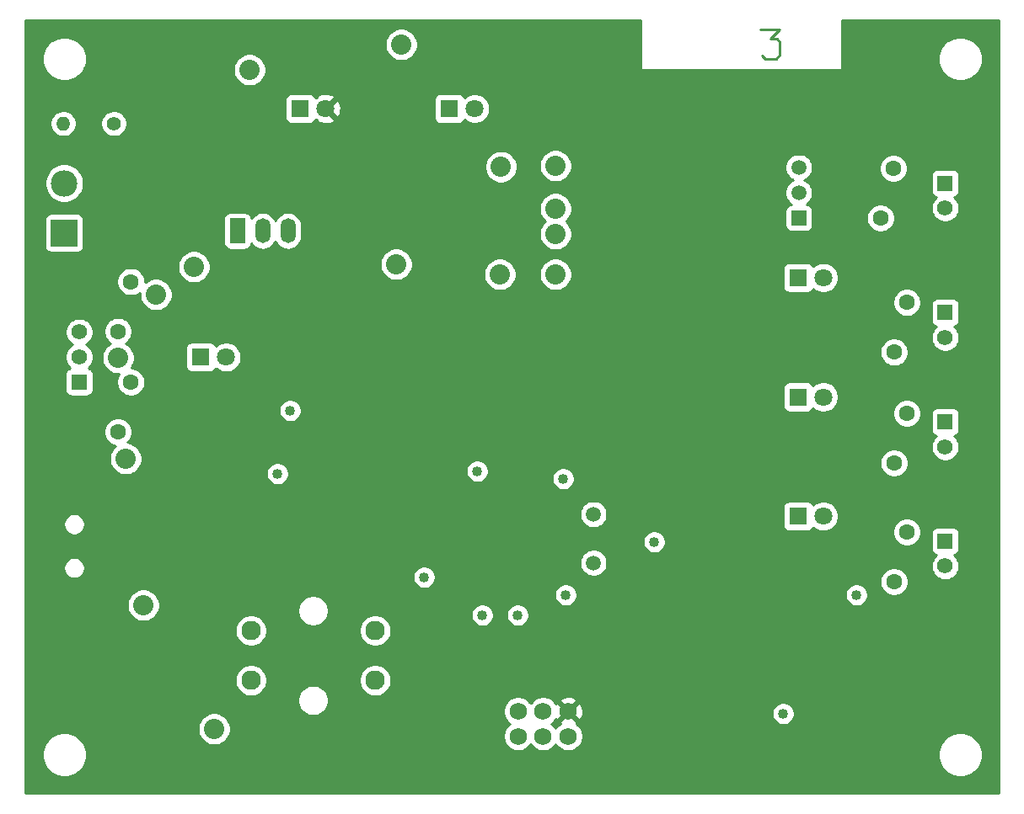
<source format=gbr>
%TF.GenerationSoftware,KiCad,Pcbnew,(5.1.9)-1*%
%TF.CreationDate,2022-11-23T19:56:57+01:00*%
%TF.ProjectId,PCDB_project,50434442-5f70-4726-9f6a-6563742e6b69,rev?*%
%TF.SameCoordinates,Original*%
%TF.FileFunction,Copper,L3,Inr*%
%TF.FilePolarity,Positive*%
%FSLAX46Y46*%
G04 Gerber Fmt 4.6, Leading zero omitted, Abs format (unit mm)*
G04 Created by KiCad (PCBNEW (5.1.9)-1) date 2022-11-23 19:56:57*
%MOMM*%
%LPD*%
G01*
G04 APERTURE LIST*
%TA.AperFunction,ComponentPad*%
%ADD10R,1.574800X1.574800*%
%TD*%
%TA.AperFunction,ComponentPad*%
%ADD11C,1.574800*%
%TD*%
%TA.AperFunction,ComponentPad*%
%ADD12C,1.600000*%
%TD*%
%TA.AperFunction,ComponentPad*%
%ADD13C,1.727200*%
%TD*%
%TA.AperFunction,ComponentPad*%
%ADD14C,1.500000*%
%TD*%
%TA.AperFunction,ComponentPad*%
%ADD15C,1.400000*%
%TD*%
%TA.AperFunction,ComponentPad*%
%ADD16O,1.400000X1.400000*%
%TD*%
%TA.AperFunction,ComponentPad*%
%ADD17C,2.667000*%
%TD*%
%TA.AperFunction,ComponentPad*%
%ADD18R,2.667000X2.667000*%
%TD*%
%TA.AperFunction,ComponentPad*%
%ADD19C,1.800000*%
%TD*%
%TA.AperFunction,ComponentPad*%
%ADD20R,1.800000X1.800000*%
%TD*%
%TA.AperFunction,ComponentPad*%
%ADD21C,1.955800*%
%TD*%
%TA.AperFunction,ComponentPad*%
%ADD22R,1.500000X2.500000*%
%TD*%
%TA.AperFunction,ComponentPad*%
%ADD23O,1.500000X2.500000*%
%TD*%
%TA.AperFunction,ComponentPad*%
%ADD24R,1.500000X1.500000*%
%TD*%
%TA.AperFunction,ViaPad*%
%ADD25C,2.032000*%
%TD*%
%TA.AperFunction,ViaPad*%
%ADD26C,1.016000*%
%TD*%
%TA.AperFunction,Conductor*%
%ADD27C,0.254000*%
%TD*%
%TA.AperFunction,Conductor*%
%ADD28C,0.100000*%
%TD*%
G04 APERTURE END LIST*
D10*
%TO.N,Net-(J6-Pad1)*%
%TO.C,J6*%
X6500000Y-37500000D03*
D11*
%TO.N,GND*%
X6500000Y-34985400D03*
%TO.N,Net-(J6-Pad3)*%
X6500000Y-32470800D03*
%TD*%
D12*
%TO.N,Net-(J4-Pad1)*%
%TO.C,MOV5*%
X89662000Y-40640000D03*
%TO.N,GND*%
X88362000Y-45640000D03*
%TD*%
D13*
%TO.N,Net-(J8-Pad5)*%
%TO.C,J8*%
X50596800Y-70612000D03*
%TO.N,SWCLK*%
X55626000Y-73126600D03*
%TO.N,GND*%
X50596800Y-73126600D03*
%TO.N,SWDIO*%
X53111400Y-70612000D03*
%TO.N,NRST*%
X53111400Y-73126600D03*
%TO.N,+3V3*%
X55626000Y-70612000D03*
%TD*%
D14*
%TO.N,Net-(C10-Pad1)*%
%TO.C,X1*%
X58166000Y-55700000D03*
%TO.N,Net-(C11-Pad1)*%
X58166000Y-50800000D03*
%TD*%
D15*
%TO.N,/Supply/pwr2*%
%TO.C,F1*%
X10000000Y-11500000D03*
D16*
%TO.N,/Supply/pwr1*%
X4920000Y-11500000D03*
%TD*%
D17*
%TO.N,/Supply/pwr1*%
%TO.C,J1*%
X5000000Y-17496200D03*
D18*
%TO.N,GND*%
X5000000Y-22500000D03*
%TD*%
D11*
%TO.N,GND*%
%TO.C,J2*%
X93500000Y-20014600D03*
D10*
%TO.N,DQ*%
X93500000Y-17500000D03*
%TD*%
%TO.N,Net-(J3-Pad1)*%
%TO.C,J3*%
X93500000Y-30500000D03*
D11*
%TO.N,GND*%
X93500000Y-33014600D03*
%TD*%
%TO.N,GND*%
%TO.C,J4*%
X93500000Y-44014600D03*
D10*
%TO.N,Net-(J4-Pad1)*%
X93500000Y-41500000D03*
%TD*%
%TO.N,Net-(J5-Pad1)*%
%TO.C,J5*%
X93500000Y-53500000D03*
D11*
%TO.N,GND*%
X93500000Y-56014600D03*
%TD*%
D19*
%TO.N,+3V3*%
%TO.C,LD1*%
X31270000Y-10000000D03*
D20*
%TO.N,Net-(LD1-Pad1)*%
X28730000Y-10000000D03*
%TD*%
%TO.N,Net-(LD2-Pad1)*%
%TO.C,LD2*%
X43700000Y-10000000D03*
D19*
%TO.N,Net-(LD2-Pad2)*%
X46240000Y-10000000D03*
%TD*%
%TO.N,Net-(LD3-Pad2)*%
%TO.C,LD3*%
X21270000Y-35000000D03*
D20*
%TO.N,GND*%
X18730000Y-35000000D03*
%TD*%
%TO.N,Net-(LD4-Pad1)*%
%TO.C,LD4*%
X78730000Y-27000000D03*
D19*
%TO.N,Net-(LD4-Pad2)*%
X81270000Y-27000000D03*
%TD*%
D20*
%TO.N,Net-(LD5-Pad1)*%
%TO.C,LD5*%
X78730000Y-39000000D03*
D19*
%TO.N,Net-(LD5-Pad2)*%
X81270000Y-39000000D03*
%TD*%
%TO.N,Net-(LD6-Pad2)*%
%TO.C,LD6*%
X81270000Y-51000000D03*
D20*
%TO.N,Net-(LD6-Pad1)*%
X78730000Y-51000000D03*
%TD*%
D12*
%TO.N,GND*%
%TO.C,MOV1*%
X87000000Y-21000000D03*
%TO.N,DQ*%
X88300000Y-16000000D03*
%TD*%
%TO.N,Net-(J6-Pad3)*%
%TO.C,MOV2*%
X10400000Y-32400000D03*
%TO.N,GND*%
X11700000Y-27400000D03*
%TD*%
%TO.N,GND*%
%TO.C,MOV3*%
X10400000Y-42500000D03*
%TO.N,Net-(J6-Pad1)*%
X11700000Y-37500000D03*
%TD*%
%TO.N,Net-(J3-Pad1)*%
%TO.C,MOV4*%
X89662000Y-29500000D03*
%TO.N,GND*%
X88362000Y-34500000D03*
%TD*%
%TO.N,GND*%
%TO.C,MOV6*%
X88362000Y-57578000D03*
%TO.N,Net-(J5-Pad1)*%
X89662000Y-52578000D03*
%TD*%
D21*
%TO.N,NRST*%
%TO.C,SW1*%
X36248400Y-67510400D03*
%TO.N,GND*%
X36248400Y-62506600D03*
%TO.N,NRST*%
X23751600Y-67510400D03*
%TO.N,GND*%
X23751600Y-62506600D03*
%TD*%
D22*
%TO.N,/Supply/pwr3*%
%TO.C,U1*%
X22400000Y-22300000D03*
D23*
%TO.N,GND*%
X24940000Y-22300000D03*
%TO.N,/Supply/pwr4*%
X27480000Y-22300000D03*
%TD*%
D14*
%TO.N,DQ*%
%TO.C,U4*%
X78800000Y-18460000D03*
%TO.N,Net-(U4-Pad3)*%
X78800000Y-15920000D03*
D24*
%TO.N,GND*%
X78800000Y-21000000D03*
%TD*%
D25*
%TO.N,GND*%
X38354000Y-25654000D03*
X38862000Y-3556000D03*
X23622000Y-6096000D03*
X18034000Y-25908000D03*
X48870000Y-15850000D03*
X54356000Y-15748000D03*
X54356000Y-20066000D03*
X48768000Y-26670000D03*
X54356000Y-26670000D03*
X54356000Y-22606000D03*
D26*
X64262000Y-53594000D03*
X55372000Y-58928000D03*
X46990000Y-60960000D03*
X50546000Y-60960000D03*
X41148000Y-57150000D03*
X46482000Y-46482000D03*
X26416000Y-46736000D03*
X27686000Y-40386000D03*
D25*
X12954000Y-59944000D03*
X20066000Y-72390000D03*
X10414000Y-35052000D03*
X14224000Y-28702000D03*
X11176000Y-45212000D03*
D26*
X84582000Y-58928000D03*
X77216000Y-70866000D03*
X55118000Y-47244000D03*
D25*
%TO.N,+3V3*%
X38100000Y-33782000D03*
X40640000Y-15240000D03*
X45212000Y-14732000D03*
X42926000Y-16256000D03*
D26*
X54864000Y-54288200D03*
X53086000Y-60706000D03*
X43180000Y-59944000D03*
X43688000Y-48006000D03*
D25*
X17018000Y-62230000D03*
X83820000Y-14732000D03*
X84836000Y-42418000D03*
X84836000Y-29972000D03*
X85090000Y-53848000D03*
D26*
X53340000Y-47244000D03*
%TD*%
D27*
%TO.N,*%
X74900000Y-2000000D02*
X76900000Y-2000000D01*
X76900000Y-2000000D02*
X76500000Y-2400000D01*
X76500000Y-2400000D02*
X75900000Y-3000000D01*
X75900000Y-3000000D02*
X76400000Y-3000000D01*
X76400000Y-3000000D02*
X76600000Y-3000000D01*
X76600000Y-3000000D02*
X76900000Y-3300000D01*
X76900000Y-3300000D02*
X76900000Y-4500000D01*
X76900000Y-4500000D02*
X76900000Y-4600000D01*
X76900000Y-4600000D02*
X76500000Y-5000000D01*
X76500000Y-5000000D02*
X75400000Y-5000000D01*
X75400000Y-5000000D02*
X75100000Y-4700000D01*
%TD*%
%TO.N,+3V3*%
X62873000Y-6000000D02*
X62875440Y-6024776D01*
X62882667Y-6048601D01*
X62894403Y-6070557D01*
X62910197Y-6089803D01*
X62929443Y-6105597D01*
X62951399Y-6117333D01*
X62975224Y-6124560D01*
X63000000Y-6127000D01*
X83000000Y-6127000D01*
X83024776Y-6124560D01*
X83048601Y-6117333D01*
X83070557Y-6105597D01*
X83089803Y-6089803D01*
X83105597Y-6070557D01*
X83117333Y-6048601D01*
X83124560Y-6024776D01*
X83127000Y-6000000D01*
X83127000Y-4779872D01*
X92765000Y-4779872D01*
X92765000Y-5220128D01*
X92850890Y-5651925D01*
X93019369Y-6058669D01*
X93263962Y-6424729D01*
X93575271Y-6736038D01*
X93941331Y-6980631D01*
X94348075Y-7149110D01*
X94779872Y-7235000D01*
X95220128Y-7235000D01*
X95651925Y-7149110D01*
X96058669Y-6980631D01*
X96424729Y-6736038D01*
X96736038Y-6424729D01*
X96980631Y-6058669D01*
X97149110Y-5651925D01*
X97235000Y-5220128D01*
X97235000Y-4779872D01*
X97149110Y-4348075D01*
X96980631Y-3941331D01*
X96736038Y-3575271D01*
X96424729Y-3263962D01*
X96058669Y-3019369D01*
X95651925Y-2850890D01*
X95220128Y-2765000D01*
X94779872Y-2765000D01*
X94348075Y-2850890D01*
X93941331Y-3019369D01*
X93575271Y-3263962D01*
X93263962Y-3575271D01*
X93019369Y-3941331D01*
X92850890Y-4348075D01*
X92765000Y-4779872D01*
X83127000Y-4779872D01*
X83127000Y-1127000D01*
X98873000Y-1127000D01*
X98873000Y-78873000D01*
X1127000Y-78873000D01*
X1127000Y-74779872D01*
X2765000Y-74779872D01*
X2765000Y-75220128D01*
X2850890Y-75651925D01*
X3019369Y-76058669D01*
X3263962Y-76424729D01*
X3575271Y-76736038D01*
X3941331Y-76980631D01*
X4348075Y-77149110D01*
X4779872Y-77235000D01*
X5220128Y-77235000D01*
X5651925Y-77149110D01*
X6058669Y-76980631D01*
X6424729Y-76736038D01*
X6736038Y-76424729D01*
X6980631Y-76058669D01*
X7149110Y-75651925D01*
X7235000Y-75220128D01*
X7235000Y-74779872D01*
X92765000Y-74779872D01*
X92765000Y-75220128D01*
X92850890Y-75651925D01*
X93019369Y-76058669D01*
X93263962Y-76424729D01*
X93575271Y-76736038D01*
X93941331Y-76980631D01*
X94348075Y-77149110D01*
X94779872Y-77235000D01*
X95220128Y-77235000D01*
X95651925Y-77149110D01*
X96058669Y-76980631D01*
X96424729Y-76736038D01*
X96736038Y-76424729D01*
X96980631Y-76058669D01*
X97149110Y-75651925D01*
X97235000Y-75220128D01*
X97235000Y-74779872D01*
X97149110Y-74348075D01*
X96980631Y-73941331D01*
X96736038Y-73575271D01*
X96424729Y-73263962D01*
X96058669Y-73019369D01*
X95651925Y-72850890D01*
X95220128Y-72765000D01*
X94779872Y-72765000D01*
X94348075Y-72850890D01*
X93941331Y-73019369D01*
X93575271Y-73263962D01*
X93263962Y-73575271D01*
X93019369Y-73941331D01*
X92850890Y-74348075D01*
X92765000Y-74779872D01*
X7235000Y-74779872D01*
X7149110Y-74348075D01*
X6980631Y-73941331D01*
X6736038Y-73575271D01*
X6424729Y-73263962D01*
X6058669Y-73019369D01*
X5651925Y-72850890D01*
X5220128Y-72765000D01*
X4779872Y-72765000D01*
X4348075Y-72850890D01*
X3941331Y-73019369D01*
X3575271Y-73263962D01*
X3263962Y-73575271D01*
X3019369Y-73941331D01*
X2850890Y-74348075D01*
X2765000Y-74779872D01*
X1127000Y-74779872D01*
X1127000Y-72227391D01*
X18415000Y-72227391D01*
X18415000Y-72552609D01*
X18478447Y-72871579D01*
X18602903Y-73172042D01*
X18783585Y-73442451D01*
X19013549Y-73672415D01*
X19283958Y-73853097D01*
X19584421Y-73977553D01*
X19903391Y-74041000D01*
X20228609Y-74041000D01*
X20547579Y-73977553D01*
X20848042Y-73853097D01*
X21118451Y-73672415D01*
X21348415Y-73442451D01*
X21529097Y-73172042D01*
X21653553Y-72871579D01*
X21717000Y-72552609D01*
X21717000Y-72227391D01*
X21653553Y-71908421D01*
X21529097Y-71607958D01*
X21348415Y-71337549D01*
X21118451Y-71107585D01*
X20848042Y-70926903D01*
X20547579Y-70802447D01*
X20228609Y-70739000D01*
X19903391Y-70739000D01*
X19584421Y-70802447D01*
X19283958Y-70926903D01*
X19013549Y-71107585D01*
X18783585Y-71337549D01*
X18602903Y-71607958D01*
X18478447Y-71908421D01*
X18415000Y-72227391D01*
X1127000Y-72227391D01*
X1127000Y-69363147D01*
X28437900Y-69363147D01*
X28437900Y-69670853D01*
X28497931Y-69972648D01*
X28615685Y-70256932D01*
X28786638Y-70512780D01*
X29004220Y-70730362D01*
X29260068Y-70901315D01*
X29544352Y-71019069D01*
X29846147Y-71079100D01*
X30153853Y-71079100D01*
X30455648Y-71019069D01*
X30739932Y-70901315D01*
X30995780Y-70730362D01*
X31213362Y-70512780D01*
X31245687Y-70464401D01*
X49098200Y-70464401D01*
X49098200Y-70759599D01*
X49155790Y-71049125D01*
X49268758Y-71321853D01*
X49432761Y-71567302D01*
X49641498Y-71776039D01*
X49781074Y-71869300D01*
X49641498Y-71962561D01*
X49432761Y-72171298D01*
X49268758Y-72416747D01*
X49155790Y-72689475D01*
X49098200Y-72979001D01*
X49098200Y-73274199D01*
X49155790Y-73563725D01*
X49268758Y-73836453D01*
X49432761Y-74081902D01*
X49641498Y-74290639D01*
X49886947Y-74454642D01*
X50159675Y-74567610D01*
X50449201Y-74625200D01*
X50744399Y-74625200D01*
X51033925Y-74567610D01*
X51306653Y-74454642D01*
X51552102Y-74290639D01*
X51760839Y-74081902D01*
X51854100Y-73942326D01*
X51947361Y-74081902D01*
X52156098Y-74290639D01*
X52401547Y-74454642D01*
X52674275Y-74567610D01*
X52963801Y-74625200D01*
X53258999Y-74625200D01*
X53548525Y-74567610D01*
X53821253Y-74454642D01*
X54066702Y-74290639D01*
X54275439Y-74081902D01*
X54368700Y-73942326D01*
X54461961Y-74081902D01*
X54670698Y-74290639D01*
X54916147Y-74454642D01*
X55188875Y-74567610D01*
X55478401Y-74625200D01*
X55773599Y-74625200D01*
X56063125Y-74567610D01*
X56335853Y-74454642D01*
X56581302Y-74290639D01*
X56790039Y-74081902D01*
X56954042Y-73836453D01*
X57067010Y-73563725D01*
X57124600Y-73274199D01*
X57124600Y-72979001D01*
X57067010Y-72689475D01*
X56954042Y-72416747D01*
X56790039Y-72171298D01*
X56581302Y-71962561D01*
X56419761Y-71854623D01*
X56484499Y-71650104D01*
X55626000Y-70791605D01*
X54767501Y-71650104D01*
X54832239Y-71854623D01*
X54670698Y-71962561D01*
X54461961Y-72171298D01*
X54368700Y-72310874D01*
X54275439Y-72171298D01*
X54066702Y-71962561D01*
X53927126Y-71869300D01*
X54066702Y-71776039D01*
X54275439Y-71567302D01*
X54383377Y-71405761D01*
X54587896Y-71470499D01*
X55446395Y-70612000D01*
X55805605Y-70612000D01*
X56664104Y-71470499D01*
X56914567Y-71391218D01*
X57041826Y-71124859D01*
X57114675Y-70838790D01*
X57119204Y-70753424D01*
X76073000Y-70753424D01*
X76073000Y-70978576D01*
X76116925Y-71199401D01*
X76203087Y-71407413D01*
X76328174Y-71594620D01*
X76487380Y-71753826D01*
X76674587Y-71878913D01*
X76882599Y-71965075D01*
X77103424Y-72009000D01*
X77328576Y-72009000D01*
X77549401Y-71965075D01*
X77757413Y-71878913D01*
X77944620Y-71753826D01*
X78103826Y-71594620D01*
X78228913Y-71407413D01*
X78315075Y-71199401D01*
X78359000Y-70978576D01*
X78359000Y-70753424D01*
X78315075Y-70532599D01*
X78228913Y-70324587D01*
X78103826Y-70137380D01*
X77944620Y-69978174D01*
X77757413Y-69853087D01*
X77549401Y-69766925D01*
X77328576Y-69723000D01*
X77103424Y-69723000D01*
X76882599Y-69766925D01*
X76674587Y-69853087D01*
X76487380Y-69978174D01*
X76328174Y-70137380D01*
X76203087Y-70324587D01*
X76116925Y-70532599D01*
X76073000Y-70753424D01*
X57119204Y-70753424D01*
X57130315Y-70544007D01*
X57088145Y-70251836D01*
X56989786Y-69973507D01*
X56914567Y-69832782D01*
X56664104Y-69753501D01*
X55805605Y-70612000D01*
X55446395Y-70612000D01*
X54587896Y-69753501D01*
X54383377Y-69818239D01*
X54275439Y-69656698D01*
X54192637Y-69573896D01*
X54767501Y-69573896D01*
X55626000Y-70432395D01*
X56484499Y-69573896D01*
X56405218Y-69323433D01*
X56138859Y-69196174D01*
X55852790Y-69123325D01*
X55558007Y-69107685D01*
X55265836Y-69149855D01*
X54987507Y-69248214D01*
X54846782Y-69323433D01*
X54767501Y-69573896D01*
X54192637Y-69573896D01*
X54066702Y-69447961D01*
X53821253Y-69283958D01*
X53548525Y-69170990D01*
X53258999Y-69113400D01*
X52963801Y-69113400D01*
X52674275Y-69170990D01*
X52401547Y-69283958D01*
X52156098Y-69447961D01*
X51947361Y-69656698D01*
X51854100Y-69796274D01*
X51760839Y-69656698D01*
X51552102Y-69447961D01*
X51306653Y-69283958D01*
X51033925Y-69170990D01*
X50744399Y-69113400D01*
X50449201Y-69113400D01*
X50159675Y-69170990D01*
X49886947Y-69283958D01*
X49641498Y-69447961D01*
X49432761Y-69656698D01*
X49268758Y-69902147D01*
X49155790Y-70174875D01*
X49098200Y-70464401D01*
X31245687Y-70464401D01*
X31384315Y-70256932D01*
X31502069Y-69972648D01*
X31562100Y-69670853D01*
X31562100Y-69363147D01*
X31502069Y-69061352D01*
X31384315Y-68777068D01*
X31213362Y-68521220D01*
X30995780Y-68303638D01*
X30739932Y-68132685D01*
X30455648Y-68014931D01*
X30153853Y-67954900D01*
X29846147Y-67954900D01*
X29544352Y-68014931D01*
X29260068Y-68132685D01*
X29004220Y-68303638D01*
X28786638Y-68521220D01*
X28615685Y-68777068D01*
X28497931Y-69061352D01*
X28437900Y-69363147D01*
X1127000Y-69363147D01*
X1127000Y-67351543D01*
X22138700Y-67351543D01*
X22138700Y-67669257D01*
X22200683Y-67980866D01*
X22322267Y-68274395D01*
X22498779Y-68538564D01*
X22723436Y-68763221D01*
X22987605Y-68939733D01*
X23281134Y-69061317D01*
X23592743Y-69123300D01*
X23910457Y-69123300D01*
X24222066Y-69061317D01*
X24515595Y-68939733D01*
X24779764Y-68763221D01*
X25004421Y-68538564D01*
X25180933Y-68274395D01*
X25302517Y-67980866D01*
X25364500Y-67669257D01*
X25364500Y-67351543D01*
X34635500Y-67351543D01*
X34635500Y-67669257D01*
X34697483Y-67980866D01*
X34819067Y-68274395D01*
X34995579Y-68538564D01*
X35220236Y-68763221D01*
X35484405Y-68939733D01*
X35777934Y-69061317D01*
X36089543Y-69123300D01*
X36407257Y-69123300D01*
X36718866Y-69061317D01*
X37012395Y-68939733D01*
X37276564Y-68763221D01*
X37501221Y-68538564D01*
X37677733Y-68274395D01*
X37799317Y-67980866D01*
X37861300Y-67669257D01*
X37861300Y-67351543D01*
X37799317Y-67039934D01*
X37677733Y-66746405D01*
X37501221Y-66482236D01*
X37276564Y-66257579D01*
X37012395Y-66081067D01*
X36718866Y-65959483D01*
X36407257Y-65897500D01*
X36089543Y-65897500D01*
X35777934Y-65959483D01*
X35484405Y-66081067D01*
X35220236Y-66257579D01*
X34995579Y-66482236D01*
X34819067Y-66746405D01*
X34697483Y-67039934D01*
X34635500Y-67351543D01*
X25364500Y-67351543D01*
X25302517Y-67039934D01*
X25180933Y-66746405D01*
X25004421Y-66482236D01*
X24779764Y-66257579D01*
X24515595Y-66081067D01*
X24222066Y-65959483D01*
X23910457Y-65897500D01*
X23592743Y-65897500D01*
X23281134Y-65959483D01*
X22987605Y-66081067D01*
X22723436Y-66257579D01*
X22498779Y-66482236D01*
X22322267Y-66746405D01*
X22200683Y-67039934D01*
X22138700Y-67351543D01*
X1127000Y-67351543D01*
X1127000Y-62347743D01*
X22138700Y-62347743D01*
X22138700Y-62665457D01*
X22200683Y-62977066D01*
X22322267Y-63270595D01*
X22498779Y-63534764D01*
X22723436Y-63759421D01*
X22987605Y-63935933D01*
X23281134Y-64057517D01*
X23592743Y-64119500D01*
X23910457Y-64119500D01*
X24222066Y-64057517D01*
X24515595Y-63935933D01*
X24779764Y-63759421D01*
X25004421Y-63534764D01*
X25180933Y-63270595D01*
X25302517Y-62977066D01*
X25364500Y-62665457D01*
X25364500Y-62347743D01*
X34635500Y-62347743D01*
X34635500Y-62665457D01*
X34697483Y-62977066D01*
X34819067Y-63270595D01*
X34995579Y-63534764D01*
X35220236Y-63759421D01*
X35484405Y-63935933D01*
X35777934Y-64057517D01*
X36089543Y-64119500D01*
X36407257Y-64119500D01*
X36718866Y-64057517D01*
X37012395Y-63935933D01*
X37276564Y-63759421D01*
X37501221Y-63534764D01*
X37677733Y-63270595D01*
X37799317Y-62977066D01*
X37861300Y-62665457D01*
X37861300Y-62347743D01*
X37799317Y-62036134D01*
X37677733Y-61742605D01*
X37501221Y-61478436D01*
X37276564Y-61253779D01*
X37012395Y-61077267D01*
X36718866Y-60955683D01*
X36407257Y-60893700D01*
X36089543Y-60893700D01*
X35777934Y-60955683D01*
X35484405Y-61077267D01*
X35220236Y-61253779D01*
X34995579Y-61478436D01*
X34819067Y-61742605D01*
X34697483Y-62036134D01*
X34635500Y-62347743D01*
X25364500Y-62347743D01*
X25302517Y-62036134D01*
X25180933Y-61742605D01*
X25004421Y-61478436D01*
X24779764Y-61253779D01*
X24515595Y-61077267D01*
X24222066Y-60955683D01*
X23910457Y-60893700D01*
X23592743Y-60893700D01*
X23281134Y-60955683D01*
X22987605Y-61077267D01*
X22723436Y-61253779D01*
X22498779Y-61478436D01*
X22322267Y-61742605D01*
X22200683Y-62036134D01*
X22138700Y-62347743D01*
X1127000Y-62347743D01*
X1127000Y-59781391D01*
X11303000Y-59781391D01*
X11303000Y-60106609D01*
X11366447Y-60425579D01*
X11490903Y-60726042D01*
X11671585Y-60996451D01*
X11901549Y-61226415D01*
X12171958Y-61407097D01*
X12472421Y-61531553D01*
X12791391Y-61595000D01*
X13116609Y-61595000D01*
X13435579Y-61531553D01*
X13736042Y-61407097D01*
X14006451Y-61226415D01*
X14236415Y-60996451D01*
X14417097Y-60726042D01*
X14541553Y-60425579D01*
X14557352Y-60346147D01*
X28437900Y-60346147D01*
X28437900Y-60653853D01*
X28497931Y-60955648D01*
X28615685Y-61239932D01*
X28786638Y-61495780D01*
X29004220Y-61713362D01*
X29260068Y-61884315D01*
X29544352Y-62002069D01*
X29846147Y-62062100D01*
X30153853Y-62062100D01*
X30455648Y-62002069D01*
X30739932Y-61884315D01*
X30995780Y-61713362D01*
X31213362Y-61495780D01*
X31384315Y-61239932D01*
X31502069Y-60955648D01*
X31523596Y-60847424D01*
X45847000Y-60847424D01*
X45847000Y-61072576D01*
X45890925Y-61293401D01*
X45977087Y-61501413D01*
X46102174Y-61688620D01*
X46261380Y-61847826D01*
X46448587Y-61972913D01*
X46656599Y-62059075D01*
X46877424Y-62103000D01*
X47102576Y-62103000D01*
X47323401Y-62059075D01*
X47531413Y-61972913D01*
X47718620Y-61847826D01*
X47877826Y-61688620D01*
X48002913Y-61501413D01*
X48089075Y-61293401D01*
X48133000Y-61072576D01*
X48133000Y-60847424D01*
X49403000Y-60847424D01*
X49403000Y-61072576D01*
X49446925Y-61293401D01*
X49533087Y-61501413D01*
X49658174Y-61688620D01*
X49817380Y-61847826D01*
X50004587Y-61972913D01*
X50212599Y-62059075D01*
X50433424Y-62103000D01*
X50658576Y-62103000D01*
X50879401Y-62059075D01*
X51087413Y-61972913D01*
X51274620Y-61847826D01*
X51433826Y-61688620D01*
X51558913Y-61501413D01*
X51645075Y-61293401D01*
X51689000Y-61072576D01*
X51689000Y-60847424D01*
X51645075Y-60626599D01*
X51558913Y-60418587D01*
X51433826Y-60231380D01*
X51274620Y-60072174D01*
X51087413Y-59947087D01*
X50879401Y-59860925D01*
X50658576Y-59817000D01*
X50433424Y-59817000D01*
X50212599Y-59860925D01*
X50004587Y-59947087D01*
X49817380Y-60072174D01*
X49658174Y-60231380D01*
X49533087Y-60418587D01*
X49446925Y-60626599D01*
X49403000Y-60847424D01*
X48133000Y-60847424D01*
X48089075Y-60626599D01*
X48002913Y-60418587D01*
X47877826Y-60231380D01*
X47718620Y-60072174D01*
X47531413Y-59947087D01*
X47323401Y-59860925D01*
X47102576Y-59817000D01*
X46877424Y-59817000D01*
X46656599Y-59860925D01*
X46448587Y-59947087D01*
X46261380Y-60072174D01*
X46102174Y-60231380D01*
X45977087Y-60418587D01*
X45890925Y-60626599D01*
X45847000Y-60847424D01*
X31523596Y-60847424D01*
X31562100Y-60653853D01*
X31562100Y-60346147D01*
X31502069Y-60044352D01*
X31384315Y-59760068D01*
X31213362Y-59504220D01*
X30995780Y-59286638D01*
X30739932Y-59115685D01*
X30455648Y-58997931D01*
X30153853Y-58937900D01*
X29846147Y-58937900D01*
X29544352Y-58997931D01*
X29260068Y-59115685D01*
X29004220Y-59286638D01*
X28786638Y-59504220D01*
X28615685Y-59760068D01*
X28497931Y-60044352D01*
X28437900Y-60346147D01*
X14557352Y-60346147D01*
X14605000Y-60106609D01*
X14605000Y-59781391D01*
X14541553Y-59462421D01*
X14417097Y-59161958D01*
X14236415Y-58891549D01*
X14160290Y-58815424D01*
X54229000Y-58815424D01*
X54229000Y-59040576D01*
X54272925Y-59261401D01*
X54359087Y-59469413D01*
X54484174Y-59656620D01*
X54643380Y-59815826D01*
X54830587Y-59940913D01*
X55038599Y-60027075D01*
X55259424Y-60071000D01*
X55484576Y-60071000D01*
X55705401Y-60027075D01*
X55913413Y-59940913D01*
X56100620Y-59815826D01*
X56259826Y-59656620D01*
X56384913Y-59469413D01*
X56471075Y-59261401D01*
X56515000Y-59040576D01*
X56515000Y-58815424D01*
X83439000Y-58815424D01*
X83439000Y-59040576D01*
X83482925Y-59261401D01*
X83569087Y-59469413D01*
X83694174Y-59656620D01*
X83853380Y-59815826D01*
X84040587Y-59940913D01*
X84248599Y-60027075D01*
X84469424Y-60071000D01*
X84694576Y-60071000D01*
X84915401Y-60027075D01*
X85123413Y-59940913D01*
X85310620Y-59815826D01*
X85469826Y-59656620D01*
X85594913Y-59469413D01*
X85681075Y-59261401D01*
X85725000Y-59040576D01*
X85725000Y-58815424D01*
X85681075Y-58594599D01*
X85594913Y-58386587D01*
X85469826Y-58199380D01*
X85310620Y-58040174D01*
X85123413Y-57915087D01*
X84915401Y-57828925D01*
X84694576Y-57785000D01*
X84469424Y-57785000D01*
X84248599Y-57828925D01*
X84040587Y-57915087D01*
X83853380Y-58040174D01*
X83694174Y-58199380D01*
X83569087Y-58386587D01*
X83482925Y-58594599D01*
X83439000Y-58815424D01*
X56515000Y-58815424D01*
X56471075Y-58594599D01*
X56384913Y-58386587D01*
X56259826Y-58199380D01*
X56100620Y-58040174D01*
X55913413Y-57915087D01*
X55705401Y-57828925D01*
X55484576Y-57785000D01*
X55259424Y-57785000D01*
X55038599Y-57828925D01*
X54830587Y-57915087D01*
X54643380Y-58040174D01*
X54484174Y-58199380D01*
X54359087Y-58386587D01*
X54272925Y-58594599D01*
X54229000Y-58815424D01*
X14160290Y-58815424D01*
X14006451Y-58661585D01*
X13736042Y-58480903D01*
X13435579Y-58356447D01*
X13116609Y-58293000D01*
X12791391Y-58293000D01*
X12472421Y-58356447D01*
X12171958Y-58480903D01*
X11901549Y-58661585D01*
X11671585Y-58891549D01*
X11490903Y-59161958D01*
X11366447Y-59462421D01*
X11303000Y-59781391D01*
X1127000Y-59781391D01*
X1127000Y-56093137D01*
X4915000Y-56093137D01*
X4915000Y-56306863D01*
X4956696Y-56516483D01*
X5038485Y-56713940D01*
X5157225Y-56891647D01*
X5308353Y-57042775D01*
X5486060Y-57161515D01*
X5683517Y-57243304D01*
X5893137Y-57285000D01*
X6106863Y-57285000D01*
X6316483Y-57243304D01*
X6513940Y-57161515D01*
X6691647Y-57042775D01*
X6696998Y-57037424D01*
X40005000Y-57037424D01*
X40005000Y-57262576D01*
X40048925Y-57483401D01*
X40135087Y-57691413D01*
X40260174Y-57878620D01*
X40419380Y-58037826D01*
X40606587Y-58162913D01*
X40814599Y-58249075D01*
X41035424Y-58293000D01*
X41260576Y-58293000D01*
X41481401Y-58249075D01*
X41689413Y-58162913D01*
X41876620Y-58037826D01*
X42035826Y-57878620D01*
X42160913Y-57691413D01*
X42247075Y-57483401D01*
X42256371Y-57436665D01*
X86927000Y-57436665D01*
X86927000Y-57719335D01*
X86982147Y-57996574D01*
X87090320Y-58257727D01*
X87247363Y-58492759D01*
X87447241Y-58692637D01*
X87682273Y-58849680D01*
X87943426Y-58957853D01*
X88220665Y-59013000D01*
X88503335Y-59013000D01*
X88780574Y-58957853D01*
X89041727Y-58849680D01*
X89276759Y-58692637D01*
X89476637Y-58492759D01*
X89633680Y-58257727D01*
X89741853Y-57996574D01*
X89797000Y-57719335D01*
X89797000Y-57436665D01*
X89741853Y-57159426D01*
X89633680Y-56898273D01*
X89476637Y-56663241D01*
X89276759Y-56463363D01*
X89041727Y-56306320D01*
X88780574Y-56198147D01*
X88503335Y-56143000D01*
X88220665Y-56143000D01*
X87943426Y-56198147D01*
X87682273Y-56306320D01*
X87447241Y-56463363D01*
X87247363Y-56663241D01*
X87090320Y-56898273D01*
X86982147Y-57159426D01*
X86927000Y-57436665D01*
X42256371Y-57436665D01*
X42291000Y-57262576D01*
X42291000Y-57037424D01*
X42247075Y-56816599D01*
X42160913Y-56608587D01*
X42035826Y-56421380D01*
X41876620Y-56262174D01*
X41689413Y-56137087D01*
X41481401Y-56050925D01*
X41260576Y-56007000D01*
X41035424Y-56007000D01*
X40814599Y-56050925D01*
X40606587Y-56137087D01*
X40419380Y-56262174D01*
X40260174Y-56421380D01*
X40135087Y-56608587D01*
X40048925Y-56816599D01*
X40005000Y-57037424D01*
X6696998Y-57037424D01*
X6842775Y-56891647D01*
X6961515Y-56713940D01*
X7043304Y-56516483D01*
X7085000Y-56306863D01*
X7085000Y-56093137D01*
X7043304Y-55883517D01*
X6961515Y-55686060D01*
X6879683Y-55563589D01*
X56781000Y-55563589D01*
X56781000Y-55836411D01*
X56834225Y-56103989D01*
X56938629Y-56356043D01*
X57090201Y-56582886D01*
X57283114Y-56775799D01*
X57509957Y-56927371D01*
X57762011Y-57031775D01*
X58029589Y-57085000D01*
X58302411Y-57085000D01*
X58569989Y-57031775D01*
X58822043Y-56927371D01*
X59048886Y-56775799D01*
X59241799Y-56582886D01*
X59393371Y-56356043D01*
X59497775Y-56103989D01*
X59551000Y-55836411D01*
X59551000Y-55563589D01*
X59497775Y-55296011D01*
X59393371Y-55043957D01*
X59241799Y-54817114D01*
X59048886Y-54624201D01*
X58822043Y-54472629D01*
X58569989Y-54368225D01*
X58302411Y-54315000D01*
X58029589Y-54315000D01*
X57762011Y-54368225D01*
X57509957Y-54472629D01*
X57283114Y-54624201D01*
X57090201Y-54817114D01*
X56938629Y-55043957D01*
X56834225Y-55296011D01*
X56781000Y-55563589D01*
X6879683Y-55563589D01*
X6842775Y-55508353D01*
X6691647Y-55357225D01*
X6513940Y-55238485D01*
X6316483Y-55156696D01*
X6106863Y-55115000D01*
X5893137Y-55115000D01*
X5683517Y-55156696D01*
X5486060Y-55238485D01*
X5308353Y-55357225D01*
X5157225Y-55508353D01*
X5038485Y-55686060D01*
X4956696Y-55883517D01*
X4915000Y-56093137D01*
X1127000Y-56093137D01*
X1127000Y-53481424D01*
X63119000Y-53481424D01*
X63119000Y-53706576D01*
X63162925Y-53927401D01*
X63249087Y-54135413D01*
X63374174Y-54322620D01*
X63533380Y-54481826D01*
X63720587Y-54606913D01*
X63928599Y-54693075D01*
X64149424Y-54737000D01*
X64374576Y-54737000D01*
X64595401Y-54693075D01*
X64803413Y-54606913D01*
X64990620Y-54481826D01*
X65149826Y-54322620D01*
X65274913Y-54135413D01*
X65361075Y-53927401D01*
X65405000Y-53706576D01*
X65405000Y-53481424D01*
X65361075Y-53260599D01*
X65274913Y-53052587D01*
X65149826Y-52865380D01*
X64990620Y-52706174D01*
X64803413Y-52581087D01*
X64595401Y-52494925D01*
X64374576Y-52451000D01*
X64149424Y-52451000D01*
X63928599Y-52494925D01*
X63720587Y-52581087D01*
X63533380Y-52706174D01*
X63374174Y-52865380D01*
X63249087Y-53052587D01*
X63162925Y-53260599D01*
X63119000Y-53481424D01*
X1127000Y-53481424D01*
X1127000Y-51693137D01*
X4915000Y-51693137D01*
X4915000Y-51906863D01*
X4956696Y-52116483D01*
X5038485Y-52313940D01*
X5157225Y-52491647D01*
X5308353Y-52642775D01*
X5486060Y-52761515D01*
X5683517Y-52843304D01*
X5893137Y-52885000D01*
X6106863Y-52885000D01*
X6316483Y-52843304D01*
X6513940Y-52761515D01*
X6691647Y-52642775D01*
X6842775Y-52491647D01*
X6961515Y-52313940D01*
X7043304Y-52116483D01*
X7085000Y-51906863D01*
X7085000Y-51693137D01*
X7043304Y-51483517D01*
X6961515Y-51286060D01*
X6842775Y-51108353D01*
X6691647Y-50957225D01*
X6513940Y-50838485D01*
X6316483Y-50756696D01*
X6106863Y-50715000D01*
X5893137Y-50715000D01*
X5683517Y-50756696D01*
X5486060Y-50838485D01*
X5308353Y-50957225D01*
X5157225Y-51108353D01*
X5038485Y-51286060D01*
X4956696Y-51483517D01*
X4915000Y-51693137D01*
X1127000Y-51693137D01*
X1127000Y-50663589D01*
X56781000Y-50663589D01*
X56781000Y-50936411D01*
X56834225Y-51203989D01*
X56938629Y-51456043D01*
X57090201Y-51682886D01*
X57283114Y-51875799D01*
X57509957Y-52027371D01*
X57762011Y-52131775D01*
X58029589Y-52185000D01*
X58302411Y-52185000D01*
X58569989Y-52131775D01*
X58822043Y-52027371D01*
X59048886Y-51875799D01*
X59241799Y-51682886D01*
X59393371Y-51456043D01*
X59497775Y-51203989D01*
X59551000Y-50936411D01*
X59551000Y-50663589D01*
X59497775Y-50396011D01*
X59393371Y-50143957D01*
X59364000Y-50100000D01*
X77191928Y-50100000D01*
X77191928Y-51900000D01*
X77204188Y-52024482D01*
X77240498Y-52144180D01*
X77299463Y-52254494D01*
X77378815Y-52351185D01*
X77475506Y-52430537D01*
X77585820Y-52489502D01*
X77705518Y-52525812D01*
X77830000Y-52538072D01*
X79630000Y-52538072D01*
X79754482Y-52525812D01*
X79874180Y-52489502D01*
X79984494Y-52430537D01*
X80081185Y-52351185D01*
X80160537Y-52254494D01*
X80219502Y-52144180D01*
X80225056Y-52125873D01*
X80291495Y-52192312D01*
X80542905Y-52360299D01*
X80822257Y-52476011D01*
X81118816Y-52535000D01*
X81421184Y-52535000D01*
X81717743Y-52476011D01*
X81812732Y-52436665D01*
X88227000Y-52436665D01*
X88227000Y-52719335D01*
X88282147Y-52996574D01*
X88390320Y-53257727D01*
X88547363Y-53492759D01*
X88747241Y-53692637D01*
X88982273Y-53849680D01*
X89243426Y-53957853D01*
X89520665Y-54013000D01*
X89803335Y-54013000D01*
X90080574Y-53957853D01*
X90341727Y-53849680D01*
X90576759Y-53692637D01*
X90776637Y-53492759D01*
X90933680Y-53257727D01*
X91041853Y-52996574D01*
X91097000Y-52719335D01*
X91097000Y-52712600D01*
X92074528Y-52712600D01*
X92074528Y-54287400D01*
X92086788Y-54411882D01*
X92123098Y-54531580D01*
X92182063Y-54641894D01*
X92261415Y-54738585D01*
X92358106Y-54817937D01*
X92468420Y-54876902D01*
X92588118Y-54913212D01*
X92589659Y-54913364D01*
X92395150Y-55107873D01*
X92239486Y-55340841D01*
X92132262Y-55599701D01*
X92077600Y-55874506D01*
X92077600Y-56154694D01*
X92132262Y-56429499D01*
X92239486Y-56688359D01*
X92395150Y-56921327D01*
X92593273Y-57119450D01*
X92826241Y-57275114D01*
X93085101Y-57382338D01*
X93359906Y-57437000D01*
X93640094Y-57437000D01*
X93914899Y-57382338D01*
X94173759Y-57275114D01*
X94406727Y-57119450D01*
X94604850Y-56921327D01*
X94760514Y-56688359D01*
X94867738Y-56429499D01*
X94922400Y-56154694D01*
X94922400Y-55874506D01*
X94867738Y-55599701D01*
X94760514Y-55340841D01*
X94604850Y-55107873D01*
X94410341Y-54913364D01*
X94411882Y-54913212D01*
X94531580Y-54876902D01*
X94641894Y-54817937D01*
X94738585Y-54738585D01*
X94817937Y-54641894D01*
X94876902Y-54531580D01*
X94913212Y-54411882D01*
X94925472Y-54287400D01*
X94925472Y-52712600D01*
X94913212Y-52588118D01*
X94876902Y-52468420D01*
X94817937Y-52358106D01*
X94738585Y-52261415D01*
X94641894Y-52182063D01*
X94531580Y-52123098D01*
X94411882Y-52086788D01*
X94287400Y-52074528D01*
X92712600Y-52074528D01*
X92588118Y-52086788D01*
X92468420Y-52123098D01*
X92358106Y-52182063D01*
X92261415Y-52261415D01*
X92182063Y-52358106D01*
X92123098Y-52468420D01*
X92086788Y-52588118D01*
X92074528Y-52712600D01*
X91097000Y-52712600D01*
X91097000Y-52436665D01*
X91041853Y-52159426D01*
X90933680Y-51898273D01*
X90776637Y-51663241D01*
X90576759Y-51463363D01*
X90341727Y-51306320D01*
X90080574Y-51198147D01*
X89803335Y-51143000D01*
X89520665Y-51143000D01*
X89243426Y-51198147D01*
X88982273Y-51306320D01*
X88747241Y-51463363D01*
X88547363Y-51663241D01*
X88390320Y-51898273D01*
X88282147Y-52159426D01*
X88227000Y-52436665D01*
X81812732Y-52436665D01*
X81997095Y-52360299D01*
X82248505Y-52192312D01*
X82462312Y-51978505D01*
X82630299Y-51727095D01*
X82746011Y-51447743D01*
X82805000Y-51151184D01*
X82805000Y-50848816D01*
X82746011Y-50552257D01*
X82630299Y-50272905D01*
X82462312Y-50021495D01*
X82248505Y-49807688D01*
X81997095Y-49639701D01*
X81717743Y-49523989D01*
X81421184Y-49465000D01*
X81118816Y-49465000D01*
X80822257Y-49523989D01*
X80542905Y-49639701D01*
X80291495Y-49807688D01*
X80225056Y-49874127D01*
X80219502Y-49855820D01*
X80160537Y-49745506D01*
X80081185Y-49648815D01*
X79984494Y-49569463D01*
X79874180Y-49510498D01*
X79754482Y-49474188D01*
X79630000Y-49461928D01*
X77830000Y-49461928D01*
X77705518Y-49474188D01*
X77585820Y-49510498D01*
X77475506Y-49569463D01*
X77378815Y-49648815D01*
X77299463Y-49745506D01*
X77240498Y-49855820D01*
X77204188Y-49975518D01*
X77191928Y-50100000D01*
X59364000Y-50100000D01*
X59241799Y-49917114D01*
X59048886Y-49724201D01*
X58822043Y-49572629D01*
X58569989Y-49468225D01*
X58302411Y-49415000D01*
X58029589Y-49415000D01*
X57762011Y-49468225D01*
X57509957Y-49572629D01*
X57283114Y-49724201D01*
X57090201Y-49917114D01*
X56938629Y-50143957D01*
X56834225Y-50396011D01*
X56781000Y-50663589D01*
X1127000Y-50663589D01*
X1127000Y-42358665D01*
X8965000Y-42358665D01*
X8965000Y-42641335D01*
X9020147Y-42918574D01*
X9128320Y-43179727D01*
X9285363Y-43414759D01*
X9485241Y-43614637D01*
X9720273Y-43771680D01*
X9981426Y-43879853D01*
X10148300Y-43913047D01*
X10123549Y-43929585D01*
X9893585Y-44159549D01*
X9712903Y-44429958D01*
X9588447Y-44730421D01*
X9525000Y-45049391D01*
X9525000Y-45374609D01*
X9588447Y-45693579D01*
X9712903Y-45994042D01*
X9893585Y-46264451D01*
X10123549Y-46494415D01*
X10393958Y-46675097D01*
X10694421Y-46799553D01*
X11013391Y-46863000D01*
X11338609Y-46863000D01*
X11657579Y-46799553D01*
X11958042Y-46675097D01*
X12035375Y-46623424D01*
X25273000Y-46623424D01*
X25273000Y-46848576D01*
X25316925Y-47069401D01*
X25403087Y-47277413D01*
X25528174Y-47464620D01*
X25687380Y-47623826D01*
X25874587Y-47748913D01*
X26082599Y-47835075D01*
X26303424Y-47879000D01*
X26528576Y-47879000D01*
X26749401Y-47835075D01*
X26957413Y-47748913D01*
X27144620Y-47623826D01*
X27303826Y-47464620D01*
X27428913Y-47277413D01*
X27515075Y-47069401D01*
X27559000Y-46848576D01*
X27559000Y-46623424D01*
X27515075Y-46402599D01*
X27501334Y-46369424D01*
X45339000Y-46369424D01*
X45339000Y-46594576D01*
X45382925Y-46815401D01*
X45469087Y-47023413D01*
X45594174Y-47210620D01*
X45753380Y-47369826D01*
X45940587Y-47494913D01*
X46148599Y-47581075D01*
X46369424Y-47625000D01*
X46594576Y-47625000D01*
X46815401Y-47581075D01*
X47023413Y-47494913D01*
X47210620Y-47369826D01*
X47369826Y-47210620D01*
X47422742Y-47131424D01*
X53975000Y-47131424D01*
X53975000Y-47356576D01*
X54018925Y-47577401D01*
X54105087Y-47785413D01*
X54230174Y-47972620D01*
X54389380Y-48131826D01*
X54576587Y-48256913D01*
X54784599Y-48343075D01*
X55005424Y-48387000D01*
X55230576Y-48387000D01*
X55451401Y-48343075D01*
X55659413Y-48256913D01*
X55846620Y-48131826D01*
X56005826Y-47972620D01*
X56130913Y-47785413D01*
X56217075Y-47577401D01*
X56261000Y-47356576D01*
X56261000Y-47131424D01*
X56217075Y-46910599D01*
X56130913Y-46702587D01*
X56005826Y-46515380D01*
X55846620Y-46356174D01*
X55659413Y-46231087D01*
X55451401Y-46144925D01*
X55230576Y-46101000D01*
X55005424Y-46101000D01*
X54784599Y-46144925D01*
X54576587Y-46231087D01*
X54389380Y-46356174D01*
X54230174Y-46515380D01*
X54105087Y-46702587D01*
X54018925Y-46910599D01*
X53975000Y-47131424D01*
X47422742Y-47131424D01*
X47494913Y-47023413D01*
X47581075Y-46815401D01*
X47625000Y-46594576D01*
X47625000Y-46369424D01*
X47581075Y-46148599D01*
X47494913Y-45940587D01*
X47369826Y-45753380D01*
X47210620Y-45594174D01*
X47067680Y-45498665D01*
X86927000Y-45498665D01*
X86927000Y-45781335D01*
X86982147Y-46058574D01*
X87090320Y-46319727D01*
X87247363Y-46554759D01*
X87447241Y-46754637D01*
X87682273Y-46911680D01*
X87943426Y-47019853D01*
X88220665Y-47075000D01*
X88503335Y-47075000D01*
X88780574Y-47019853D01*
X89041727Y-46911680D01*
X89276759Y-46754637D01*
X89476637Y-46554759D01*
X89633680Y-46319727D01*
X89741853Y-46058574D01*
X89797000Y-45781335D01*
X89797000Y-45498665D01*
X89741853Y-45221426D01*
X89633680Y-44960273D01*
X89476637Y-44725241D01*
X89276759Y-44525363D01*
X89041727Y-44368320D01*
X88780574Y-44260147D01*
X88503335Y-44205000D01*
X88220665Y-44205000D01*
X87943426Y-44260147D01*
X87682273Y-44368320D01*
X87447241Y-44525363D01*
X87247363Y-44725241D01*
X87090320Y-44960273D01*
X86982147Y-45221426D01*
X86927000Y-45498665D01*
X47067680Y-45498665D01*
X47023413Y-45469087D01*
X46815401Y-45382925D01*
X46594576Y-45339000D01*
X46369424Y-45339000D01*
X46148599Y-45382925D01*
X45940587Y-45469087D01*
X45753380Y-45594174D01*
X45594174Y-45753380D01*
X45469087Y-45940587D01*
X45382925Y-46148599D01*
X45339000Y-46369424D01*
X27501334Y-46369424D01*
X27428913Y-46194587D01*
X27303826Y-46007380D01*
X27144620Y-45848174D01*
X26957413Y-45723087D01*
X26749401Y-45636925D01*
X26528576Y-45593000D01*
X26303424Y-45593000D01*
X26082599Y-45636925D01*
X25874587Y-45723087D01*
X25687380Y-45848174D01*
X25528174Y-46007380D01*
X25403087Y-46194587D01*
X25316925Y-46402599D01*
X25273000Y-46623424D01*
X12035375Y-46623424D01*
X12228451Y-46494415D01*
X12458415Y-46264451D01*
X12639097Y-45994042D01*
X12763553Y-45693579D01*
X12827000Y-45374609D01*
X12827000Y-45049391D01*
X12763553Y-44730421D01*
X12639097Y-44429958D01*
X12458415Y-44159549D01*
X12228451Y-43929585D01*
X11958042Y-43748903D01*
X11657579Y-43624447D01*
X11363454Y-43565942D01*
X11514637Y-43414759D01*
X11671680Y-43179727D01*
X11779853Y-42918574D01*
X11835000Y-42641335D01*
X11835000Y-42358665D01*
X11779853Y-42081426D01*
X11671680Y-41820273D01*
X11514637Y-41585241D01*
X11314759Y-41385363D01*
X11079727Y-41228320D01*
X10818574Y-41120147D01*
X10541335Y-41065000D01*
X10258665Y-41065000D01*
X9981426Y-41120147D01*
X9720273Y-41228320D01*
X9485241Y-41385363D01*
X9285363Y-41585241D01*
X9128320Y-41820273D01*
X9020147Y-42081426D01*
X8965000Y-42358665D01*
X1127000Y-42358665D01*
X1127000Y-40273424D01*
X26543000Y-40273424D01*
X26543000Y-40498576D01*
X26586925Y-40719401D01*
X26673087Y-40927413D01*
X26798174Y-41114620D01*
X26957380Y-41273826D01*
X27144587Y-41398913D01*
X27352599Y-41485075D01*
X27573424Y-41529000D01*
X27798576Y-41529000D01*
X28019401Y-41485075D01*
X28227413Y-41398913D01*
X28414620Y-41273826D01*
X28573826Y-41114620D01*
X28698913Y-40927413D01*
X28785075Y-40719401D01*
X28829000Y-40498576D01*
X28829000Y-40273424D01*
X28785075Y-40052599D01*
X28698913Y-39844587D01*
X28573826Y-39657380D01*
X28414620Y-39498174D01*
X28227413Y-39373087D01*
X28019401Y-39286925D01*
X27798576Y-39243000D01*
X27573424Y-39243000D01*
X27352599Y-39286925D01*
X27144587Y-39373087D01*
X26957380Y-39498174D01*
X26798174Y-39657380D01*
X26673087Y-39844587D01*
X26586925Y-40052599D01*
X26543000Y-40273424D01*
X1127000Y-40273424D01*
X1127000Y-36712600D01*
X5074528Y-36712600D01*
X5074528Y-38287400D01*
X5086788Y-38411882D01*
X5123098Y-38531580D01*
X5182063Y-38641894D01*
X5261415Y-38738585D01*
X5358106Y-38817937D01*
X5468420Y-38876902D01*
X5588118Y-38913212D01*
X5712600Y-38925472D01*
X7287400Y-38925472D01*
X7411882Y-38913212D01*
X7531580Y-38876902D01*
X7641894Y-38817937D01*
X7738585Y-38738585D01*
X7817937Y-38641894D01*
X7876902Y-38531580D01*
X7913212Y-38411882D01*
X7925472Y-38287400D01*
X7925472Y-36712600D01*
X7913212Y-36588118D01*
X7876902Y-36468420D01*
X7817937Y-36358106D01*
X7738585Y-36261415D01*
X7641894Y-36182063D01*
X7531580Y-36123098D01*
X7411882Y-36086788D01*
X7410341Y-36086636D01*
X7604850Y-35892127D01*
X7760514Y-35659159D01*
X7867738Y-35400299D01*
X7922400Y-35125494D01*
X7922400Y-34889391D01*
X8763000Y-34889391D01*
X8763000Y-35214609D01*
X8826447Y-35533579D01*
X8950903Y-35834042D01*
X9131585Y-36104451D01*
X9361549Y-36334415D01*
X9631958Y-36515097D01*
X9932421Y-36639553D01*
X10251391Y-36703000D01*
X10506679Y-36703000D01*
X10428320Y-36820273D01*
X10320147Y-37081426D01*
X10265000Y-37358665D01*
X10265000Y-37641335D01*
X10320147Y-37918574D01*
X10428320Y-38179727D01*
X10585363Y-38414759D01*
X10785241Y-38614637D01*
X11020273Y-38771680D01*
X11281426Y-38879853D01*
X11558665Y-38935000D01*
X11841335Y-38935000D01*
X12118574Y-38879853D01*
X12379727Y-38771680D01*
X12614759Y-38614637D01*
X12814637Y-38414759D01*
X12971680Y-38179727D01*
X13004703Y-38100000D01*
X77191928Y-38100000D01*
X77191928Y-39900000D01*
X77204188Y-40024482D01*
X77240498Y-40144180D01*
X77299463Y-40254494D01*
X77378815Y-40351185D01*
X77475506Y-40430537D01*
X77585820Y-40489502D01*
X77705518Y-40525812D01*
X77830000Y-40538072D01*
X79630000Y-40538072D01*
X79754482Y-40525812D01*
X79874180Y-40489502D01*
X79984494Y-40430537D01*
X80081185Y-40351185D01*
X80160537Y-40254494D01*
X80219502Y-40144180D01*
X80225056Y-40125873D01*
X80291495Y-40192312D01*
X80542905Y-40360299D01*
X80822257Y-40476011D01*
X81118816Y-40535000D01*
X81421184Y-40535000D01*
X81603853Y-40498665D01*
X88227000Y-40498665D01*
X88227000Y-40781335D01*
X88282147Y-41058574D01*
X88390320Y-41319727D01*
X88547363Y-41554759D01*
X88747241Y-41754637D01*
X88982273Y-41911680D01*
X89243426Y-42019853D01*
X89520665Y-42075000D01*
X89803335Y-42075000D01*
X90080574Y-42019853D01*
X90341727Y-41911680D01*
X90576759Y-41754637D01*
X90776637Y-41554759D01*
X90933680Y-41319727D01*
X91041853Y-41058574D01*
X91097000Y-40781335D01*
X91097000Y-40712600D01*
X92074528Y-40712600D01*
X92074528Y-42287400D01*
X92086788Y-42411882D01*
X92123098Y-42531580D01*
X92182063Y-42641894D01*
X92261415Y-42738585D01*
X92358106Y-42817937D01*
X92468420Y-42876902D01*
X92588118Y-42913212D01*
X92589659Y-42913364D01*
X92395150Y-43107873D01*
X92239486Y-43340841D01*
X92132262Y-43599701D01*
X92077600Y-43874506D01*
X92077600Y-44154694D01*
X92132262Y-44429499D01*
X92239486Y-44688359D01*
X92395150Y-44921327D01*
X92593273Y-45119450D01*
X92826241Y-45275114D01*
X93085101Y-45382338D01*
X93359906Y-45437000D01*
X93640094Y-45437000D01*
X93914899Y-45382338D01*
X94173759Y-45275114D01*
X94406727Y-45119450D01*
X94604850Y-44921327D01*
X94760514Y-44688359D01*
X94867738Y-44429499D01*
X94922400Y-44154694D01*
X94922400Y-43874506D01*
X94867738Y-43599701D01*
X94760514Y-43340841D01*
X94604850Y-43107873D01*
X94410341Y-42913364D01*
X94411882Y-42913212D01*
X94531580Y-42876902D01*
X94641894Y-42817937D01*
X94738585Y-42738585D01*
X94817937Y-42641894D01*
X94876902Y-42531580D01*
X94913212Y-42411882D01*
X94925472Y-42287400D01*
X94925472Y-40712600D01*
X94913212Y-40588118D01*
X94876902Y-40468420D01*
X94817937Y-40358106D01*
X94738585Y-40261415D01*
X94641894Y-40182063D01*
X94531580Y-40123098D01*
X94411882Y-40086788D01*
X94287400Y-40074528D01*
X92712600Y-40074528D01*
X92588118Y-40086788D01*
X92468420Y-40123098D01*
X92358106Y-40182063D01*
X92261415Y-40261415D01*
X92182063Y-40358106D01*
X92123098Y-40468420D01*
X92086788Y-40588118D01*
X92074528Y-40712600D01*
X91097000Y-40712600D01*
X91097000Y-40498665D01*
X91041853Y-40221426D01*
X90933680Y-39960273D01*
X90776637Y-39725241D01*
X90576759Y-39525363D01*
X90341727Y-39368320D01*
X90080574Y-39260147D01*
X89803335Y-39205000D01*
X89520665Y-39205000D01*
X89243426Y-39260147D01*
X88982273Y-39368320D01*
X88747241Y-39525363D01*
X88547363Y-39725241D01*
X88390320Y-39960273D01*
X88282147Y-40221426D01*
X88227000Y-40498665D01*
X81603853Y-40498665D01*
X81717743Y-40476011D01*
X81997095Y-40360299D01*
X82248505Y-40192312D01*
X82462312Y-39978505D01*
X82630299Y-39727095D01*
X82746011Y-39447743D01*
X82805000Y-39151184D01*
X82805000Y-38848816D01*
X82746011Y-38552257D01*
X82630299Y-38272905D01*
X82462312Y-38021495D01*
X82248505Y-37807688D01*
X81997095Y-37639701D01*
X81717743Y-37523989D01*
X81421184Y-37465000D01*
X81118816Y-37465000D01*
X80822257Y-37523989D01*
X80542905Y-37639701D01*
X80291495Y-37807688D01*
X80225056Y-37874127D01*
X80219502Y-37855820D01*
X80160537Y-37745506D01*
X80081185Y-37648815D01*
X79984494Y-37569463D01*
X79874180Y-37510498D01*
X79754482Y-37474188D01*
X79630000Y-37461928D01*
X77830000Y-37461928D01*
X77705518Y-37474188D01*
X77585820Y-37510498D01*
X77475506Y-37569463D01*
X77378815Y-37648815D01*
X77299463Y-37745506D01*
X77240498Y-37855820D01*
X77204188Y-37975518D01*
X77191928Y-38100000D01*
X13004703Y-38100000D01*
X13079853Y-37918574D01*
X13135000Y-37641335D01*
X13135000Y-37358665D01*
X13079853Y-37081426D01*
X12971680Y-36820273D01*
X12814637Y-36585241D01*
X12614759Y-36385363D01*
X12379727Y-36228320D01*
X12118574Y-36120147D01*
X11841335Y-36065000D01*
X11722775Y-36065000D01*
X11877097Y-35834042D01*
X12001553Y-35533579D01*
X12065000Y-35214609D01*
X12065000Y-34889391D01*
X12001553Y-34570421D01*
X11877097Y-34269958D01*
X11763535Y-34100000D01*
X17191928Y-34100000D01*
X17191928Y-35900000D01*
X17204188Y-36024482D01*
X17240498Y-36144180D01*
X17299463Y-36254494D01*
X17378815Y-36351185D01*
X17475506Y-36430537D01*
X17585820Y-36489502D01*
X17705518Y-36525812D01*
X17830000Y-36538072D01*
X19630000Y-36538072D01*
X19754482Y-36525812D01*
X19874180Y-36489502D01*
X19984494Y-36430537D01*
X20081185Y-36351185D01*
X20160537Y-36254494D01*
X20219502Y-36144180D01*
X20225056Y-36125873D01*
X20291495Y-36192312D01*
X20542905Y-36360299D01*
X20822257Y-36476011D01*
X21118816Y-36535000D01*
X21421184Y-36535000D01*
X21717743Y-36476011D01*
X21997095Y-36360299D01*
X22248505Y-36192312D01*
X22462312Y-35978505D01*
X22630299Y-35727095D01*
X22746011Y-35447743D01*
X22805000Y-35151184D01*
X22805000Y-34848816D01*
X22746011Y-34552257D01*
X22665823Y-34358665D01*
X86927000Y-34358665D01*
X86927000Y-34641335D01*
X86982147Y-34918574D01*
X87090320Y-35179727D01*
X87247363Y-35414759D01*
X87447241Y-35614637D01*
X87682273Y-35771680D01*
X87943426Y-35879853D01*
X88220665Y-35935000D01*
X88503335Y-35935000D01*
X88780574Y-35879853D01*
X89041727Y-35771680D01*
X89276759Y-35614637D01*
X89476637Y-35414759D01*
X89633680Y-35179727D01*
X89741853Y-34918574D01*
X89797000Y-34641335D01*
X89797000Y-34358665D01*
X89741853Y-34081426D01*
X89633680Y-33820273D01*
X89476637Y-33585241D01*
X89276759Y-33385363D01*
X89041727Y-33228320D01*
X88780574Y-33120147D01*
X88503335Y-33065000D01*
X88220665Y-33065000D01*
X87943426Y-33120147D01*
X87682273Y-33228320D01*
X87447241Y-33385363D01*
X87247363Y-33585241D01*
X87090320Y-33820273D01*
X86982147Y-34081426D01*
X86927000Y-34358665D01*
X22665823Y-34358665D01*
X22630299Y-34272905D01*
X22462312Y-34021495D01*
X22248505Y-33807688D01*
X21997095Y-33639701D01*
X21717743Y-33523989D01*
X21421184Y-33465000D01*
X21118816Y-33465000D01*
X20822257Y-33523989D01*
X20542905Y-33639701D01*
X20291495Y-33807688D01*
X20225056Y-33874127D01*
X20219502Y-33855820D01*
X20160537Y-33745506D01*
X20081185Y-33648815D01*
X19984494Y-33569463D01*
X19874180Y-33510498D01*
X19754482Y-33474188D01*
X19630000Y-33461928D01*
X17830000Y-33461928D01*
X17705518Y-33474188D01*
X17585820Y-33510498D01*
X17475506Y-33569463D01*
X17378815Y-33648815D01*
X17299463Y-33745506D01*
X17240498Y-33855820D01*
X17204188Y-33975518D01*
X17191928Y-34100000D01*
X11763535Y-34100000D01*
X11696415Y-33999549D01*
X11466451Y-33769585D01*
X11199827Y-33591432D01*
X11314759Y-33514637D01*
X11514637Y-33314759D01*
X11671680Y-33079727D01*
X11779853Y-32818574D01*
X11835000Y-32541335D01*
X11835000Y-32258665D01*
X11779853Y-31981426D01*
X11671680Y-31720273D01*
X11514637Y-31485241D01*
X11314759Y-31285363D01*
X11079727Y-31128320D01*
X10818574Y-31020147D01*
X10541335Y-30965000D01*
X10258665Y-30965000D01*
X9981426Y-31020147D01*
X9720273Y-31128320D01*
X9485241Y-31285363D01*
X9285363Y-31485241D01*
X9128320Y-31720273D01*
X9020147Y-31981426D01*
X8965000Y-32258665D01*
X8965000Y-32541335D01*
X9020147Y-32818574D01*
X9128320Y-33079727D01*
X9285363Y-33314759D01*
X9485241Y-33514637D01*
X9614173Y-33600786D01*
X9361549Y-33769585D01*
X9131585Y-33999549D01*
X8950903Y-34269958D01*
X8826447Y-34570421D01*
X8763000Y-34889391D01*
X7922400Y-34889391D01*
X7922400Y-34845306D01*
X7867738Y-34570501D01*
X7760514Y-34311641D01*
X7604850Y-34078673D01*
X7406727Y-33880550D01*
X7178569Y-33728100D01*
X7406727Y-33575650D01*
X7604850Y-33377527D01*
X7760514Y-33144559D01*
X7867738Y-32885699D01*
X7922400Y-32610894D01*
X7922400Y-32330706D01*
X7867738Y-32055901D01*
X7760514Y-31797041D01*
X7604850Y-31564073D01*
X7406727Y-31365950D01*
X7173759Y-31210286D01*
X6914899Y-31103062D01*
X6640094Y-31048400D01*
X6359906Y-31048400D01*
X6085101Y-31103062D01*
X5826241Y-31210286D01*
X5593273Y-31365950D01*
X5395150Y-31564073D01*
X5239486Y-31797041D01*
X5132262Y-32055901D01*
X5077600Y-32330706D01*
X5077600Y-32610894D01*
X5132262Y-32885699D01*
X5239486Y-33144559D01*
X5395150Y-33377527D01*
X5593273Y-33575650D01*
X5821431Y-33728100D01*
X5593273Y-33880550D01*
X5395150Y-34078673D01*
X5239486Y-34311641D01*
X5132262Y-34570501D01*
X5077600Y-34845306D01*
X5077600Y-35125494D01*
X5132262Y-35400299D01*
X5239486Y-35659159D01*
X5395150Y-35892127D01*
X5589659Y-36086636D01*
X5588118Y-36086788D01*
X5468420Y-36123098D01*
X5358106Y-36182063D01*
X5261415Y-36261415D01*
X5182063Y-36358106D01*
X5123098Y-36468420D01*
X5086788Y-36588118D01*
X5074528Y-36712600D01*
X1127000Y-36712600D01*
X1127000Y-27258665D01*
X10265000Y-27258665D01*
X10265000Y-27541335D01*
X10320147Y-27818574D01*
X10428320Y-28079727D01*
X10585363Y-28314759D01*
X10785241Y-28514637D01*
X11020273Y-28671680D01*
X11281426Y-28779853D01*
X11558665Y-28835000D01*
X11841335Y-28835000D01*
X12118574Y-28779853D01*
X12379727Y-28671680D01*
X12573000Y-28542539D01*
X12573000Y-28864609D01*
X12636447Y-29183579D01*
X12760903Y-29484042D01*
X12941585Y-29754451D01*
X13171549Y-29984415D01*
X13441958Y-30165097D01*
X13742421Y-30289553D01*
X14061391Y-30353000D01*
X14386609Y-30353000D01*
X14705579Y-30289553D01*
X15006042Y-30165097D01*
X15276451Y-29984415D01*
X15506415Y-29754451D01*
X15687097Y-29484042D01*
X15739029Y-29358665D01*
X88227000Y-29358665D01*
X88227000Y-29641335D01*
X88282147Y-29918574D01*
X88390320Y-30179727D01*
X88547363Y-30414759D01*
X88747241Y-30614637D01*
X88982273Y-30771680D01*
X89243426Y-30879853D01*
X89520665Y-30935000D01*
X89803335Y-30935000D01*
X90080574Y-30879853D01*
X90341727Y-30771680D01*
X90576759Y-30614637D01*
X90776637Y-30414759D01*
X90933680Y-30179727D01*
X91041853Y-29918574D01*
X91082824Y-29712600D01*
X92074528Y-29712600D01*
X92074528Y-31287400D01*
X92086788Y-31411882D01*
X92123098Y-31531580D01*
X92182063Y-31641894D01*
X92261415Y-31738585D01*
X92358106Y-31817937D01*
X92468420Y-31876902D01*
X92588118Y-31913212D01*
X92589659Y-31913364D01*
X92395150Y-32107873D01*
X92239486Y-32340841D01*
X92132262Y-32599701D01*
X92077600Y-32874506D01*
X92077600Y-33154694D01*
X92132262Y-33429499D01*
X92239486Y-33688359D01*
X92395150Y-33921327D01*
X92593273Y-34119450D01*
X92826241Y-34275114D01*
X93085101Y-34382338D01*
X93359906Y-34437000D01*
X93640094Y-34437000D01*
X93914899Y-34382338D01*
X94173759Y-34275114D01*
X94406727Y-34119450D01*
X94604850Y-33921327D01*
X94760514Y-33688359D01*
X94867738Y-33429499D01*
X94922400Y-33154694D01*
X94922400Y-32874506D01*
X94867738Y-32599701D01*
X94760514Y-32340841D01*
X94604850Y-32107873D01*
X94410341Y-31913364D01*
X94411882Y-31913212D01*
X94531580Y-31876902D01*
X94641894Y-31817937D01*
X94738585Y-31738585D01*
X94817937Y-31641894D01*
X94876902Y-31531580D01*
X94913212Y-31411882D01*
X94925472Y-31287400D01*
X94925472Y-29712600D01*
X94913212Y-29588118D01*
X94876902Y-29468420D01*
X94817937Y-29358106D01*
X94738585Y-29261415D01*
X94641894Y-29182063D01*
X94531580Y-29123098D01*
X94411882Y-29086788D01*
X94287400Y-29074528D01*
X92712600Y-29074528D01*
X92588118Y-29086788D01*
X92468420Y-29123098D01*
X92358106Y-29182063D01*
X92261415Y-29261415D01*
X92182063Y-29358106D01*
X92123098Y-29468420D01*
X92086788Y-29588118D01*
X92074528Y-29712600D01*
X91082824Y-29712600D01*
X91097000Y-29641335D01*
X91097000Y-29358665D01*
X91041853Y-29081426D01*
X90933680Y-28820273D01*
X90776637Y-28585241D01*
X90576759Y-28385363D01*
X90341727Y-28228320D01*
X90080574Y-28120147D01*
X89803335Y-28065000D01*
X89520665Y-28065000D01*
X89243426Y-28120147D01*
X88982273Y-28228320D01*
X88747241Y-28385363D01*
X88547363Y-28585241D01*
X88390320Y-28820273D01*
X88282147Y-29081426D01*
X88227000Y-29358665D01*
X15739029Y-29358665D01*
X15811553Y-29183579D01*
X15875000Y-28864609D01*
X15875000Y-28539391D01*
X15811553Y-28220421D01*
X15687097Y-27919958D01*
X15506415Y-27649549D01*
X15276451Y-27419585D01*
X15006042Y-27238903D01*
X14705579Y-27114447D01*
X14386609Y-27051000D01*
X14061391Y-27051000D01*
X13742421Y-27114447D01*
X13441958Y-27238903D01*
X13171549Y-27419585D01*
X13135000Y-27456134D01*
X13135000Y-27258665D01*
X13079853Y-26981426D01*
X12971680Y-26720273D01*
X12814637Y-26485241D01*
X12614759Y-26285363D01*
X12379727Y-26128320D01*
X12118574Y-26020147D01*
X11841335Y-25965000D01*
X11558665Y-25965000D01*
X11281426Y-26020147D01*
X11020273Y-26128320D01*
X10785241Y-26285363D01*
X10585363Y-26485241D01*
X10428320Y-26720273D01*
X10320147Y-26981426D01*
X10265000Y-27258665D01*
X1127000Y-27258665D01*
X1127000Y-25745391D01*
X16383000Y-25745391D01*
X16383000Y-26070609D01*
X16446447Y-26389579D01*
X16570903Y-26690042D01*
X16751585Y-26960451D01*
X16981549Y-27190415D01*
X17251958Y-27371097D01*
X17552421Y-27495553D01*
X17871391Y-27559000D01*
X18196609Y-27559000D01*
X18515579Y-27495553D01*
X18816042Y-27371097D01*
X19086451Y-27190415D01*
X19316415Y-26960451D01*
X19497097Y-26690042D01*
X19621553Y-26389579D01*
X19685000Y-26070609D01*
X19685000Y-25745391D01*
X19634477Y-25491391D01*
X36703000Y-25491391D01*
X36703000Y-25816609D01*
X36766447Y-26135579D01*
X36890903Y-26436042D01*
X37071585Y-26706451D01*
X37301549Y-26936415D01*
X37571958Y-27117097D01*
X37872421Y-27241553D01*
X38191391Y-27305000D01*
X38516609Y-27305000D01*
X38835579Y-27241553D01*
X39136042Y-27117097D01*
X39406451Y-26936415D01*
X39636415Y-26706451D01*
X39769422Y-26507391D01*
X47117000Y-26507391D01*
X47117000Y-26832609D01*
X47180447Y-27151579D01*
X47304903Y-27452042D01*
X47485585Y-27722451D01*
X47715549Y-27952415D01*
X47985958Y-28133097D01*
X48286421Y-28257553D01*
X48605391Y-28321000D01*
X48930609Y-28321000D01*
X49249579Y-28257553D01*
X49550042Y-28133097D01*
X49820451Y-27952415D01*
X50050415Y-27722451D01*
X50231097Y-27452042D01*
X50355553Y-27151579D01*
X50419000Y-26832609D01*
X50419000Y-26507391D01*
X52705000Y-26507391D01*
X52705000Y-26832609D01*
X52768447Y-27151579D01*
X52892903Y-27452042D01*
X53073585Y-27722451D01*
X53303549Y-27952415D01*
X53573958Y-28133097D01*
X53874421Y-28257553D01*
X54193391Y-28321000D01*
X54518609Y-28321000D01*
X54837579Y-28257553D01*
X55138042Y-28133097D01*
X55408451Y-27952415D01*
X55638415Y-27722451D01*
X55819097Y-27452042D01*
X55943553Y-27151579D01*
X56007000Y-26832609D01*
X56007000Y-26507391D01*
X55943553Y-26188421D01*
X55906928Y-26100000D01*
X77191928Y-26100000D01*
X77191928Y-27900000D01*
X77204188Y-28024482D01*
X77240498Y-28144180D01*
X77299463Y-28254494D01*
X77378815Y-28351185D01*
X77475506Y-28430537D01*
X77585820Y-28489502D01*
X77705518Y-28525812D01*
X77830000Y-28538072D01*
X79630000Y-28538072D01*
X79754482Y-28525812D01*
X79874180Y-28489502D01*
X79984494Y-28430537D01*
X80081185Y-28351185D01*
X80160537Y-28254494D01*
X80219502Y-28144180D01*
X80225056Y-28125873D01*
X80291495Y-28192312D01*
X80542905Y-28360299D01*
X80822257Y-28476011D01*
X81118816Y-28535000D01*
X81421184Y-28535000D01*
X81717743Y-28476011D01*
X81997095Y-28360299D01*
X82248505Y-28192312D01*
X82462312Y-27978505D01*
X82630299Y-27727095D01*
X82746011Y-27447743D01*
X82805000Y-27151184D01*
X82805000Y-26848816D01*
X82746011Y-26552257D01*
X82630299Y-26272905D01*
X82462312Y-26021495D01*
X82248505Y-25807688D01*
X81997095Y-25639701D01*
X81717743Y-25523989D01*
X81421184Y-25465000D01*
X81118816Y-25465000D01*
X80822257Y-25523989D01*
X80542905Y-25639701D01*
X80291495Y-25807688D01*
X80225056Y-25874127D01*
X80219502Y-25855820D01*
X80160537Y-25745506D01*
X80081185Y-25648815D01*
X79984494Y-25569463D01*
X79874180Y-25510498D01*
X79754482Y-25474188D01*
X79630000Y-25461928D01*
X77830000Y-25461928D01*
X77705518Y-25474188D01*
X77585820Y-25510498D01*
X77475506Y-25569463D01*
X77378815Y-25648815D01*
X77299463Y-25745506D01*
X77240498Y-25855820D01*
X77204188Y-25975518D01*
X77191928Y-26100000D01*
X55906928Y-26100000D01*
X55819097Y-25887958D01*
X55638415Y-25617549D01*
X55408451Y-25387585D01*
X55138042Y-25206903D01*
X54837579Y-25082447D01*
X54518609Y-25019000D01*
X54193391Y-25019000D01*
X53874421Y-25082447D01*
X53573958Y-25206903D01*
X53303549Y-25387585D01*
X53073585Y-25617549D01*
X52892903Y-25887958D01*
X52768447Y-26188421D01*
X52705000Y-26507391D01*
X50419000Y-26507391D01*
X50355553Y-26188421D01*
X50231097Y-25887958D01*
X50050415Y-25617549D01*
X49820451Y-25387585D01*
X49550042Y-25206903D01*
X49249579Y-25082447D01*
X48930609Y-25019000D01*
X48605391Y-25019000D01*
X48286421Y-25082447D01*
X47985958Y-25206903D01*
X47715549Y-25387585D01*
X47485585Y-25617549D01*
X47304903Y-25887958D01*
X47180447Y-26188421D01*
X47117000Y-26507391D01*
X39769422Y-26507391D01*
X39817097Y-26436042D01*
X39941553Y-26135579D01*
X40005000Y-25816609D01*
X40005000Y-25491391D01*
X39941553Y-25172421D01*
X39817097Y-24871958D01*
X39636415Y-24601549D01*
X39406451Y-24371585D01*
X39136042Y-24190903D01*
X38835579Y-24066447D01*
X38516609Y-24003000D01*
X38191391Y-24003000D01*
X37872421Y-24066447D01*
X37571958Y-24190903D01*
X37301549Y-24371585D01*
X37071585Y-24601549D01*
X36890903Y-24871958D01*
X36766447Y-25172421D01*
X36703000Y-25491391D01*
X19634477Y-25491391D01*
X19621553Y-25426421D01*
X19497097Y-25125958D01*
X19316415Y-24855549D01*
X19086451Y-24625585D01*
X18816042Y-24444903D01*
X18515579Y-24320447D01*
X18196609Y-24257000D01*
X17871391Y-24257000D01*
X17552421Y-24320447D01*
X17251958Y-24444903D01*
X16981549Y-24625585D01*
X16751585Y-24855549D01*
X16570903Y-25125958D01*
X16446447Y-25426421D01*
X16383000Y-25745391D01*
X1127000Y-25745391D01*
X1127000Y-21166500D01*
X3028428Y-21166500D01*
X3028428Y-23833500D01*
X3040688Y-23957982D01*
X3076998Y-24077680D01*
X3135963Y-24187994D01*
X3215315Y-24284685D01*
X3312006Y-24364037D01*
X3422320Y-24423002D01*
X3542018Y-24459312D01*
X3666500Y-24471572D01*
X6333500Y-24471572D01*
X6457982Y-24459312D01*
X6577680Y-24423002D01*
X6687994Y-24364037D01*
X6784685Y-24284685D01*
X6864037Y-24187994D01*
X6923002Y-24077680D01*
X6959312Y-23957982D01*
X6971572Y-23833500D01*
X6971572Y-21166500D01*
X6960099Y-21050000D01*
X21011928Y-21050000D01*
X21011928Y-23550000D01*
X21024188Y-23674482D01*
X21060498Y-23794180D01*
X21119463Y-23904494D01*
X21198815Y-24001185D01*
X21295506Y-24080537D01*
X21405820Y-24139502D01*
X21525518Y-24175812D01*
X21650000Y-24188072D01*
X23150000Y-24188072D01*
X23274482Y-24175812D01*
X23394180Y-24139502D01*
X23504494Y-24080537D01*
X23601185Y-24001185D01*
X23680537Y-23904494D01*
X23739502Y-23794180D01*
X23775812Y-23674482D01*
X23785473Y-23576392D01*
X23955920Y-23784081D01*
X24166813Y-23957157D01*
X24407420Y-24085764D01*
X24668494Y-24164960D01*
X24940000Y-24191701D01*
X25211507Y-24164960D01*
X25472581Y-24085764D01*
X25713188Y-23957157D01*
X25924081Y-23784081D01*
X26097157Y-23573188D01*
X26210000Y-23362073D01*
X26322843Y-23573188D01*
X26495920Y-23784081D01*
X26706813Y-23957157D01*
X26947420Y-24085764D01*
X27208494Y-24164960D01*
X27480000Y-24191701D01*
X27751507Y-24164960D01*
X28012581Y-24085764D01*
X28253188Y-23957157D01*
X28464081Y-23784081D01*
X28637157Y-23573188D01*
X28765764Y-23332581D01*
X28844960Y-23071507D01*
X28865000Y-22868037D01*
X28865000Y-21731963D01*
X28844960Y-21528493D01*
X28765764Y-21267419D01*
X28637157Y-21026812D01*
X28464080Y-20815919D01*
X28253187Y-20642843D01*
X28012580Y-20514236D01*
X27751506Y-20435040D01*
X27480000Y-20408299D01*
X27208493Y-20435040D01*
X26947419Y-20514236D01*
X26706812Y-20642843D01*
X26495919Y-20815920D01*
X26322843Y-21026813D01*
X26210000Y-21237927D01*
X26097157Y-21026812D01*
X25924080Y-20815919D01*
X25713187Y-20642843D01*
X25472580Y-20514236D01*
X25211506Y-20435040D01*
X24940000Y-20408299D01*
X24668493Y-20435040D01*
X24407419Y-20514236D01*
X24166812Y-20642843D01*
X23955919Y-20815920D01*
X23785473Y-21023609D01*
X23775812Y-20925518D01*
X23739502Y-20805820D01*
X23680537Y-20695506D01*
X23601185Y-20598815D01*
X23504494Y-20519463D01*
X23394180Y-20460498D01*
X23274482Y-20424188D01*
X23150000Y-20411928D01*
X21650000Y-20411928D01*
X21525518Y-20424188D01*
X21405820Y-20460498D01*
X21295506Y-20519463D01*
X21198815Y-20598815D01*
X21119463Y-20695506D01*
X21060498Y-20805820D01*
X21024188Y-20925518D01*
X21011928Y-21050000D01*
X6960099Y-21050000D01*
X6959312Y-21042018D01*
X6923002Y-20922320D01*
X6864037Y-20812006D01*
X6784685Y-20715315D01*
X6687994Y-20635963D01*
X6577680Y-20576998D01*
X6457982Y-20540688D01*
X6333500Y-20528428D01*
X3666500Y-20528428D01*
X3542018Y-20540688D01*
X3422320Y-20576998D01*
X3312006Y-20635963D01*
X3215315Y-20715315D01*
X3135963Y-20812006D01*
X3076998Y-20922320D01*
X3040688Y-21042018D01*
X3028428Y-21166500D01*
X1127000Y-21166500D01*
X1127000Y-19903391D01*
X52705000Y-19903391D01*
X52705000Y-20228609D01*
X52768447Y-20547579D01*
X52892903Y-20848042D01*
X53073585Y-21118451D01*
X53291134Y-21336000D01*
X53073585Y-21553549D01*
X52892903Y-21823958D01*
X52768447Y-22124421D01*
X52705000Y-22443391D01*
X52705000Y-22768609D01*
X52768447Y-23087579D01*
X52892903Y-23388042D01*
X53073585Y-23658451D01*
X53303549Y-23888415D01*
X53573958Y-24069097D01*
X53874421Y-24193553D01*
X54193391Y-24257000D01*
X54518609Y-24257000D01*
X54837579Y-24193553D01*
X55138042Y-24069097D01*
X55408451Y-23888415D01*
X55638415Y-23658451D01*
X55819097Y-23388042D01*
X55943553Y-23087579D01*
X56007000Y-22768609D01*
X56007000Y-22443391D01*
X55943553Y-22124421D01*
X55819097Y-21823958D01*
X55638415Y-21553549D01*
X55420866Y-21336000D01*
X55638415Y-21118451D01*
X55819097Y-20848042D01*
X55943553Y-20547579D01*
X56002745Y-20250000D01*
X77411928Y-20250000D01*
X77411928Y-21750000D01*
X77424188Y-21874482D01*
X77460498Y-21994180D01*
X77519463Y-22104494D01*
X77598815Y-22201185D01*
X77695506Y-22280537D01*
X77805820Y-22339502D01*
X77925518Y-22375812D01*
X78050000Y-22388072D01*
X79550000Y-22388072D01*
X79674482Y-22375812D01*
X79794180Y-22339502D01*
X79904494Y-22280537D01*
X80001185Y-22201185D01*
X80080537Y-22104494D01*
X80139502Y-21994180D01*
X80175812Y-21874482D01*
X80188072Y-21750000D01*
X80188072Y-20858665D01*
X85565000Y-20858665D01*
X85565000Y-21141335D01*
X85620147Y-21418574D01*
X85728320Y-21679727D01*
X85885363Y-21914759D01*
X86085241Y-22114637D01*
X86320273Y-22271680D01*
X86581426Y-22379853D01*
X86858665Y-22435000D01*
X87141335Y-22435000D01*
X87418574Y-22379853D01*
X87679727Y-22271680D01*
X87914759Y-22114637D01*
X88114637Y-21914759D01*
X88271680Y-21679727D01*
X88379853Y-21418574D01*
X88435000Y-21141335D01*
X88435000Y-20858665D01*
X88379853Y-20581426D01*
X88271680Y-20320273D01*
X88114637Y-20085241D01*
X87914759Y-19885363D01*
X87679727Y-19728320D01*
X87418574Y-19620147D01*
X87141335Y-19565000D01*
X86858665Y-19565000D01*
X86581426Y-19620147D01*
X86320273Y-19728320D01*
X86085241Y-19885363D01*
X85885363Y-20085241D01*
X85728320Y-20320273D01*
X85620147Y-20581426D01*
X85565000Y-20858665D01*
X80188072Y-20858665D01*
X80188072Y-20250000D01*
X80175812Y-20125518D01*
X80139502Y-20005820D01*
X80080537Y-19895506D01*
X80001185Y-19798815D01*
X79904494Y-19719463D01*
X79794180Y-19660498D01*
X79674482Y-19624188D01*
X79566517Y-19613555D01*
X79682886Y-19535799D01*
X79875799Y-19342886D01*
X80027371Y-19116043D01*
X80131775Y-18863989D01*
X80185000Y-18596411D01*
X80185000Y-18323589D01*
X80131775Y-18056011D01*
X80027371Y-17803957D01*
X79875799Y-17577114D01*
X79682886Y-17384201D01*
X79456043Y-17232629D01*
X79353127Y-17190000D01*
X79456043Y-17147371D01*
X79682886Y-16995799D01*
X79875799Y-16802886D01*
X80027371Y-16576043D01*
X80131775Y-16323989D01*
X80185000Y-16056411D01*
X80185000Y-15858665D01*
X86865000Y-15858665D01*
X86865000Y-16141335D01*
X86920147Y-16418574D01*
X87028320Y-16679727D01*
X87185363Y-16914759D01*
X87385241Y-17114637D01*
X87620273Y-17271680D01*
X87881426Y-17379853D01*
X88158665Y-17435000D01*
X88441335Y-17435000D01*
X88718574Y-17379853D01*
X88979727Y-17271680D01*
X89214759Y-17114637D01*
X89414637Y-16914759D01*
X89549715Y-16712600D01*
X92074528Y-16712600D01*
X92074528Y-18287400D01*
X92086788Y-18411882D01*
X92123098Y-18531580D01*
X92182063Y-18641894D01*
X92261415Y-18738585D01*
X92358106Y-18817937D01*
X92468420Y-18876902D01*
X92588118Y-18913212D01*
X92589659Y-18913364D01*
X92395150Y-19107873D01*
X92239486Y-19340841D01*
X92132262Y-19599701D01*
X92077600Y-19874506D01*
X92077600Y-20154694D01*
X92132262Y-20429499D01*
X92239486Y-20688359D01*
X92395150Y-20921327D01*
X92593273Y-21119450D01*
X92826241Y-21275114D01*
X93085101Y-21382338D01*
X93359906Y-21437000D01*
X93640094Y-21437000D01*
X93914899Y-21382338D01*
X94173759Y-21275114D01*
X94406727Y-21119450D01*
X94604850Y-20921327D01*
X94760514Y-20688359D01*
X94867738Y-20429499D01*
X94922400Y-20154694D01*
X94922400Y-19874506D01*
X94867738Y-19599701D01*
X94760514Y-19340841D01*
X94604850Y-19107873D01*
X94410341Y-18913364D01*
X94411882Y-18913212D01*
X94531580Y-18876902D01*
X94641894Y-18817937D01*
X94738585Y-18738585D01*
X94817937Y-18641894D01*
X94876902Y-18531580D01*
X94913212Y-18411882D01*
X94925472Y-18287400D01*
X94925472Y-16712600D01*
X94913212Y-16588118D01*
X94876902Y-16468420D01*
X94817937Y-16358106D01*
X94738585Y-16261415D01*
X94641894Y-16182063D01*
X94531580Y-16123098D01*
X94411882Y-16086788D01*
X94287400Y-16074528D01*
X92712600Y-16074528D01*
X92588118Y-16086788D01*
X92468420Y-16123098D01*
X92358106Y-16182063D01*
X92261415Y-16261415D01*
X92182063Y-16358106D01*
X92123098Y-16468420D01*
X92086788Y-16588118D01*
X92074528Y-16712600D01*
X89549715Y-16712600D01*
X89571680Y-16679727D01*
X89679853Y-16418574D01*
X89735000Y-16141335D01*
X89735000Y-15858665D01*
X89679853Y-15581426D01*
X89571680Y-15320273D01*
X89414637Y-15085241D01*
X89214759Y-14885363D01*
X88979727Y-14728320D01*
X88718574Y-14620147D01*
X88441335Y-14565000D01*
X88158665Y-14565000D01*
X87881426Y-14620147D01*
X87620273Y-14728320D01*
X87385241Y-14885363D01*
X87185363Y-15085241D01*
X87028320Y-15320273D01*
X86920147Y-15581426D01*
X86865000Y-15858665D01*
X80185000Y-15858665D01*
X80185000Y-15783589D01*
X80131775Y-15516011D01*
X80027371Y-15263957D01*
X79875799Y-15037114D01*
X79682886Y-14844201D01*
X79456043Y-14692629D01*
X79203989Y-14588225D01*
X78936411Y-14535000D01*
X78663589Y-14535000D01*
X78396011Y-14588225D01*
X78143957Y-14692629D01*
X77917114Y-14844201D01*
X77724201Y-15037114D01*
X77572629Y-15263957D01*
X77468225Y-15516011D01*
X77415000Y-15783589D01*
X77415000Y-16056411D01*
X77468225Y-16323989D01*
X77572629Y-16576043D01*
X77724201Y-16802886D01*
X77917114Y-16995799D01*
X78143957Y-17147371D01*
X78246873Y-17190000D01*
X78143957Y-17232629D01*
X77917114Y-17384201D01*
X77724201Y-17577114D01*
X77572629Y-17803957D01*
X77468225Y-18056011D01*
X77415000Y-18323589D01*
X77415000Y-18596411D01*
X77468225Y-18863989D01*
X77572629Y-19116043D01*
X77724201Y-19342886D01*
X77917114Y-19535799D01*
X78033483Y-19613555D01*
X77925518Y-19624188D01*
X77805820Y-19660498D01*
X77695506Y-19719463D01*
X77598815Y-19798815D01*
X77519463Y-19895506D01*
X77460498Y-20005820D01*
X77424188Y-20125518D01*
X77411928Y-20250000D01*
X56002745Y-20250000D01*
X56007000Y-20228609D01*
X56007000Y-19903391D01*
X55943553Y-19584421D01*
X55819097Y-19283958D01*
X55638415Y-19013549D01*
X55408451Y-18783585D01*
X55138042Y-18602903D01*
X54837579Y-18478447D01*
X54518609Y-18415000D01*
X54193391Y-18415000D01*
X53874421Y-18478447D01*
X53573958Y-18602903D01*
X53303549Y-18783585D01*
X53073585Y-19013549D01*
X52892903Y-19283958D01*
X52768447Y-19584421D01*
X52705000Y-19903391D01*
X1127000Y-19903391D01*
X1127000Y-17302320D01*
X3031500Y-17302320D01*
X3031500Y-17690080D01*
X3107148Y-18070390D01*
X3255538Y-18428635D01*
X3470966Y-18751046D01*
X3745154Y-19025234D01*
X4067565Y-19240662D01*
X4425810Y-19389052D01*
X4806120Y-19464700D01*
X5193880Y-19464700D01*
X5574190Y-19389052D01*
X5932435Y-19240662D01*
X6254846Y-19025234D01*
X6529034Y-18751046D01*
X6744462Y-18428635D01*
X6892852Y-18070390D01*
X6968500Y-17690080D01*
X6968500Y-17302320D01*
X6892852Y-16922010D01*
X6744462Y-16563765D01*
X6529034Y-16241354D01*
X6254846Y-15967166D01*
X5932435Y-15751738D01*
X5777088Y-15687391D01*
X47219000Y-15687391D01*
X47219000Y-16012609D01*
X47282447Y-16331579D01*
X47406903Y-16632042D01*
X47587585Y-16902451D01*
X47817549Y-17132415D01*
X48087958Y-17313097D01*
X48388421Y-17437553D01*
X48707391Y-17501000D01*
X49032609Y-17501000D01*
X49351579Y-17437553D01*
X49652042Y-17313097D01*
X49922451Y-17132415D01*
X50152415Y-16902451D01*
X50333097Y-16632042D01*
X50457553Y-16331579D01*
X50521000Y-16012609D01*
X50521000Y-15687391D01*
X50500711Y-15585391D01*
X52705000Y-15585391D01*
X52705000Y-15910609D01*
X52768447Y-16229579D01*
X52892903Y-16530042D01*
X53073585Y-16800451D01*
X53303549Y-17030415D01*
X53573958Y-17211097D01*
X53874421Y-17335553D01*
X54193391Y-17399000D01*
X54518609Y-17399000D01*
X54837579Y-17335553D01*
X55138042Y-17211097D01*
X55408451Y-17030415D01*
X55638415Y-16800451D01*
X55819097Y-16530042D01*
X55943553Y-16229579D01*
X56007000Y-15910609D01*
X56007000Y-15585391D01*
X55943553Y-15266421D01*
X55819097Y-14965958D01*
X55638415Y-14695549D01*
X55408451Y-14465585D01*
X55138042Y-14284903D01*
X54837579Y-14160447D01*
X54518609Y-14097000D01*
X54193391Y-14097000D01*
X53874421Y-14160447D01*
X53573958Y-14284903D01*
X53303549Y-14465585D01*
X53073585Y-14695549D01*
X52892903Y-14965958D01*
X52768447Y-15266421D01*
X52705000Y-15585391D01*
X50500711Y-15585391D01*
X50457553Y-15368421D01*
X50333097Y-15067958D01*
X50152415Y-14797549D01*
X49922451Y-14567585D01*
X49652042Y-14386903D01*
X49351579Y-14262447D01*
X49032609Y-14199000D01*
X48707391Y-14199000D01*
X48388421Y-14262447D01*
X48087958Y-14386903D01*
X47817549Y-14567585D01*
X47587585Y-14797549D01*
X47406903Y-15067958D01*
X47282447Y-15368421D01*
X47219000Y-15687391D01*
X5777088Y-15687391D01*
X5574190Y-15603348D01*
X5193880Y-15527700D01*
X4806120Y-15527700D01*
X4425810Y-15603348D01*
X4067565Y-15751738D01*
X3745154Y-15967166D01*
X3470966Y-16241354D01*
X3255538Y-16563765D01*
X3107148Y-16922010D01*
X3031500Y-17302320D01*
X1127000Y-17302320D01*
X1127000Y-11368514D01*
X3585000Y-11368514D01*
X3585000Y-11631486D01*
X3636304Y-11889405D01*
X3736939Y-12132359D01*
X3883038Y-12351013D01*
X4068987Y-12536962D01*
X4287641Y-12683061D01*
X4530595Y-12783696D01*
X4788514Y-12835000D01*
X5051486Y-12835000D01*
X5309405Y-12783696D01*
X5552359Y-12683061D01*
X5771013Y-12536962D01*
X5956962Y-12351013D01*
X6103061Y-12132359D01*
X6203696Y-11889405D01*
X6255000Y-11631486D01*
X6255000Y-11368514D01*
X8665000Y-11368514D01*
X8665000Y-11631486D01*
X8716304Y-11889405D01*
X8816939Y-12132359D01*
X8963038Y-12351013D01*
X9148987Y-12536962D01*
X9367641Y-12683061D01*
X9610595Y-12783696D01*
X9868514Y-12835000D01*
X10131486Y-12835000D01*
X10389405Y-12783696D01*
X10632359Y-12683061D01*
X10851013Y-12536962D01*
X11036962Y-12351013D01*
X11183061Y-12132359D01*
X11283696Y-11889405D01*
X11335000Y-11631486D01*
X11335000Y-11368514D01*
X11283696Y-11110595D01*
X11183061Y-10867641D01*
X11036962Y-10648987D01*
X10851013Y-10463038D01*
X10632359Y-10316939D01*
X10389405Y-10216304D01*
X10131486Y-10165000D01*
X9868514Y-10165000D01*
X9610595Y-10216304D01*
X9367641Y-10316939D01*
X9148987Y-10463038D01*
X8963038Y-10648987D01*
X8816939Y-10867641D01*
X8716304Y-11110595D01*
X8665000Y-11368514D01*
X6255000Y-11368514D01*
X6203696Y-11110595D01*
X6103061Y-10867641D01*
X5956962Y-10648987D01*
X5771013Y-10463038D01*
X5552359Y-10316939D01*
X5309405Y-10216304D01*
X5051486Y-10165000D01*
X4788514Y-10165000D01*
X4530595Y-10216304D01*
X4287641Y-10316939D01*
X4068987Y-10463038D01*
X3883038Y-10648987D01*
X3736939Y-10867641D01*
X3636304Y-11110595D01*
X3585000Y-11368514D01*
X1127000Y-11368514D01*
X1127000Y-9100000D01*
X27191928Y-9100000D01*
X27191928Y-10900000D01*
X27204188Y-11024482D01*
X27240498Y-11144180D01*
X27299463Y-11254494D01*
X27378815Y-11351185D01*
X27475506Y-11430537D01*
X27585820Y-11489502D01*
X27705518Y-11525812D01*
X27830000Y-11538072D01*
X29630000Y-11538072D01*
X29754482Y-11525812D01*
X29874180Y-11489502D01*
X29984494Y-11430537D01*
X30081185Y-11351185D01*
X30160537Y-11254494D01*
X30219502Y-11144180D01*
X30222813Y-11133265D01*
X30269578Y-11180030D01*
X30385526Y-11064082D01*
X30469208Y-11318261D01*
X30741775Y-11449158D01*
X31034642Y-11524365D01*
X31336553Y-11540991D01*
X31635907Y-11498397D01*
X31921199Y-11398222D01*
X32070792Y-11318261D01*
X32154475Y-11064080D01*
X31270000Y-10179605D01*
X31255858Y-10193748D01*
X31076253Y-10014143D01*
X31090395Y-10000000D01*
X31449605Y-10000000D01*
X32334080Y-10884475D01*
X32588261Y-10800792D01*
X32719158Y-10528225D01*
X32794365Y-10235358D01*
X32810991Y-9933447D01*
X32768397Y-9634093D01*
X32668222Y-9348801D01*
X32588261Y-9199208D01*
X32334080Y-9115525D01*
X31449605Y-10000000D01*
X31090395Y-10000000D01*
X31076253Y-9985858D01*
X31255858Y-9806253D01*
X31270000Y-9820395D01*
X31990395Y-9100000D01*
X42161928Y-9100000D01*
X42161928Y-10900000D01*
X42174188Y-11024482D01*
X42210498Y-11144180D01*
X42269463Y-11254494D01*
X42348815Y-11351185D01*
X42445506Y-11430537D01*
X42555820Y-11489502D01*
X42675518Y-11525812D01*
X42800000Y-11538072D01*
X44600000Y-11538072D01*
X44724482Y-11525812D01*
X44844180Y-11489502D01*
X44954494Y-11430537D01*
X45051185Y-11351185D01*
X45130537Y-11254494D01*
X45189502Y-11144180D01*
X45195056Y-11125873D01*
X45261495Y-11192312D01*
X45512905Y-11360299D01*
X45792257Y-11476011D01*
X46088816Y-11535000D01*
X46391184Y-11535000D01*
X46687743Y-11476011D01*
X46967095Y-11360299D01*
X47218505Y-11192312D01*
X47432312Y-10978505D01*
X47600299Y-10727095D01*
X47716011Y-10447743D01*
X47775000Y-10151184D01*
X47775000Y-9848816D01*
X47716011Y-9552257D01*
X47600299Y-9272905D01*
X47432312Y-9021495D01*
X47218505Y-8807688D01*
X46967095Y-8639701D01*
X46687743Y-8523989D01*
X46391184Y-8465000D01*
X46088816Y-8465000D01*
X45792257Y-8523989D01*
X45512905Y-8639701D01*
X45261495Y-8807688D01*
X45195056Y-8874127D01*
X45189502Y-8855820D01*
X45130537Y-8745506D01*
X45051185Y-8648815D01*
X44954494Y-8569463D01*
X44844180Y-8510498D01*
X44724482Y-8474188D01*
X44600000Y-8461928D01*
X42800000Y-8461928D01*
X42675518Y-8474188D01*
X42555820Y-8510498D01*
X42445506Y-8569463D01*
X42348815Y-8648815D01*
X42269463Y-8745506D01*
X42210498Y-8855820D01*
X42174188Y-8975518D01*
X42161928Y-9100000D01*
X31990395Y-9100000D01*
X32154475Y-8935920D01*
X32070792Y-8681739D01*
X31798225Y-8550842D01*
X31505358Y-8475635D01*
X31203447Y-8459009D01*
X30904093Y-8501603D01*
X30618801Y-8601778D01*
X30469208Y-8681739D01*
X30385526Y-8935918D01*
X30269578Y-8819970D01*
X30222813Y-8866735D01*
X30219502Y-8855820D01*
X30160537Y-8745506D01*
X30081185Y-8648815D01*
X29984494Y-8569463D01*
X29874180Y-8510498D01*
X29754482Y-8474188D01*
X29630000Y-8461928D01*
X27830000Y-8461928D01*
X27705518Y-8474188D01*
X27585820Y-8510498D01*
X27475506Y-8569463D01*
X27378815Y-8648815D01*
X27299463Y-8745506D01*
X27240498Y-8855820D01*
X27204188Y-8975518D01*
X27191928Y-9100000D01*
X1127000Y-9100000D01*
X1127000Y-4779872D01*
X2765000Y-4779872D01*
X2765000Y-5220128D01*
X2850890Y-5651925D01*
X3019369Y-6058669D01*
X3263962Y-6424729D01*
X3575271Y-6736038D01*
X3941331Y-6980631D01*
X4348075Y-7149110D01*
X4779872Y-7235000D01*
X5220128Y-7235000D01*
X5651925Y-7149110D01*
X6058669Y-6980631D01*
X6424729Y-6736038D01*
X6736038Y-6424729D01*
X6980631Y-6058669D01*
X7032522Y-5933391D01*
X21971000Y-5933391D01*
X21971000Y-6258609D01*
X22034447Y-6577579D01*
X22158903Y-6878042D01*
X22339585Y-7148451D01*
X22569549Y-7378415D01*
X22839958Y-7559097D01*
X23140421Y-7683553D01*
X23459391Y-7747000D01*
X23784609Y-7747000D01*
X24103579Y-7683553D01*
X24404042Y-7559097D01*
X24674451Y-7378415D01*
X24904415Y-7148451D01*
X25085097Y-6878042D01*
X25209553Y-6577579D01*
X25273000Y-6258609D01*
X25273000Y-5933391D01*
X25209553Y-5614421D01*
X25085097Y-5313958D01*
X24904415Y-5043549D01*
X24674451Y-4813585D01*
X24404042Y-4632903D01*
X24103579Y-4508447D01*
X23784609Y-4445000D01*
X23459391Y-4445000D01*
X23140421Y-4508447D01*
X22839958Y-4632903D01*
X22569549Y-4813585D01*
X22339585Y-5043549D01*
X22158903Y-5313958D01*
X22034447Y-5614421D01*
X21971000Y-5933391D01*
X7032522Y-5933391D01*
X7149110Y-5651925D01*
X7235000Y-5220128D01*
X7235000Y-4779872D01*
X7149110Y-4348075D01*
X6980631Y-3941331D01*
X6736038Y-3575271D01*
X6554158Y-3393391D01*
X37211000Y-3393391D01*
X37211000Y-3718609D01*
X37274447Y-4037579D01*
X37398903Y-4338042D01*
X37579585Y-4608451D01*
X37809549Y-4838415D01*
X38079958Y-5019097D01*
X38380421Y-5143553D01*
X38699391Y-5207000D01*
X39024609Y-5207000D01*
X39343579Y-5143553D01*
X39644042Y-5019097D01*
X39914451Y-4838415D01*
X40144415Y-4608451D01*
X40325097Y-4338042D01*
X40449553Y-4037579D01*
X40513000Y-3718609D01*
X40513000Y-3393391D01*
X40449553Y-3074421D01*
X40325097Y-2773958D01*
X40144415Y-2503549D01*
X39914451Y-2273585D01*
X39644042Y-2092903D01*
X39343579Y-1968447D01*
X39024609Y-1905000D01*
X38699391Y-1905000D01*
X38380421Y-1968447D01*
X38079958Y-2092903D01*
X37809549Y-2273585D01*
X37579585Y-2503549D01*
X37398903Y-2773958D01*
X37274447Y-3074421D01*
X37211000Y-3393391D01*
X6554158Y-3393391D01*
X6424729Y-3263962D01*
X6058669Y-3019369D01*
X5651925Y-2850890D01*
X5220128Y-2765000D01*
X4779872Y-2765000D01*
X4348075Y-2850890D01*
X3941331Y-3019369D01*
X3575271Y-3263962D01*
X3263962Y-3575271D01*
X3019369Y-3941331D01*
X2850890Y-4348075D01*
X2765000Y-4779872D01*
X1127000Y-4779872D01*
X1127000Y-1127000D01*
X62873000Y-1127000D01*
X62873000Y-6000000D01*
%TA.AperFunction,Conductor*%
D28*
G36*
X62873000Y-6000000D02*
G01*
X62875440Y-6024776D01*
X62882667Y-6048601D01*
X62894403Y-6070557D01*
X62910197Y-6089803D01*
X62929443Y-6105597D01*
X62951399Y-6117333D01*
X62975224Y-6124560D01*
X63000000Y-6127000D01*
X83000000Y-6127000D01*
X83024776Y-6124560D01*
X83048601Y-6117333D01*
X83070557Y-6105597D01*
X83089803Y-6089803D01*
X83105597Y-6070557D01*
X83117333Y-6048601D01*
X83124560Y-6024776D01*
X83127000Y-6000000D01*
X83127000Y-4779872D01*
X92765000Y-4779872D01*
X92765000Y-5220128D01*
X92850890Y-5651925D01*
X93019369Y-6058669D01*
X93263962Y-6424729D01*
X93575271Y-6736038D01*
X93941331Y-6980631D01*
X94348075Y-7149110D01*
X94779872Y-7235000D01*
X95220128Y-7235000D01*
X95651925Y-7149110D01*
X96058669Y-6980631D01*
X96424729Y-6736038D01*
X96736038Y-6424729D01*
X96980631Y-6058669D01*
X97149110Y-5651925D01*
X97235000Y-5220128D01*
X97235000Y-4779872D01*
X97149110Y-4348075D01*
X96980631Y-3941331D01*
X96736038Y-3575271D01*
X96424729Y-3263962D01*
X96058669Y-3019369D01*
X95651925Y-2850890D01*
X95220128Y-2765000D01*
X94779872Y-2765000D01*
X94348075Y-2850890D01*
X93941331Y-3019369D01*
X93575271Y-3263962D01*
X93263962Y-3575271D01*
X93019369Y-3941331D01*
X92850890Y-4348075D01*
X92765000Y-4779872D01*
X83127000Y-4779872D01*
X83127000Y-1127000D01*
X98873000Y-1127000D01*
X98873000Y-78873000D01*
X1127000Y-78873000D01*
X1127000Y-74779872D01*
X2765000Y-74779872D01*
X2765000Y-75220128D01*
X2850890Y-75651925D01*
X3019369Y-76058669D01*
X3263962Y-76424729D01*
X3575271Y-76736038D01*
X3941331Y-76980631D01*
X4348075Y-77149110D01*
X4779872Y-77235000D01*
X5220128Y-77235000D01*
X5651925Y-77149110D01*
X6058669Y-76980631D01*
X6424729Y-76736038D01*
X6736038Y-76424729D01*
X6980631Y-76058669D01*
X7149110Y-75651925D01*
X7235000Y-75220128D01*
X7235000Y-74779872D01*
X92765000Y-74779872D01*
X92765000Y-75220128D01*
X92850890Y-75651925D01*
X93019369Y-76058669D01*
X93263962Y-76424729D01*
X93575271Y-76736038D01*
X93941331Y-76980631D01*
X94348075Y-77149110D01*
X94779872Y-77235000D01*
X95220128Y-77235000D01*
X95651925Y-77149110D01*
X96058669Y-76980631D01*
X96424729Y-76736038D01*
X96736038Y-76424729D01*
X96980631Y-76058669D01*
X97149110Y-75651925D01*
X97235000Y-75220128D01*
X97235000Y-74779872D01*
X97149110Y-74348075D01*
X96980631Y-73941331D01*
X96736038Y-73575271D01*
X96424729Y-73263962D01*
X96058669Y-73019369D01*
X95651925Y-72850890D01*
X95220128Y-72765000D01*
X94779872Y-72765000D01*
X94348075Y-72850890D01*
X93941331Y-73019369D01*
X93575271Y-73263962D01*
X93263962Y-73575271D01*
X93019369Y-73941331D01*
X92850890Y-74348075D01*
X92765000Y-74779872D01*
X7235000Y-74779872D01*
X7149110Y-74348075D01*
X6980631Y-73941331D01*
X6736038Y-73575271D01*
X6424729Y-73263962D01*
X6058669Y-73019369D01*
X5651925Y-72850890D01*
X5220128Y-72765000D01*
X4779872Y-72765000D01*
X4348075Y-72850890D01*
X3941331Y-73019369D01*
X3575271Y-73263962D01*
X3263962Y-73575271D01*
X3019369Y-73941331D01*
X2850890Y-74348075D01*
X2765000Y-74779872D01*
X1127000Y-74779872D01*
X1127000Y-72227391D01*
X18415000Y-72227391D01*
X18415000Y-72552609D01*
X18478447Y-72871579D01*
X18602903Y-73172042D01*
X18783585Y-73442451D01*
X19013549Y-73672415D01*
X19283958Y-73853097D01*
X19584421Y-73977553D01*
X19903391Y-74041000D01*
X20228609Y-74041000D01*
X20547579Y-73977553D01*
X20848042Y-73853097D01*
X21118451Y-73672415D01*
X21348415Y-73442451D01*
X21529097Y-73172042D01*
X21653553Y-72871579D01*
X21717000Y-72552609D01*
X21717000Y-72227391D01*
X21653553Y-71908421D01*
X21529097Y-71607958D01*
X21348415Y-71337549D01*
X21118451Y-71107585D01*
X20848042Y-70926903D01*
X20547579Y-70802447D01*
X20228609Y-70739000D01*
X19903391Y-70739000D01*
X19584421Y-70802447D01*
X19283958Y-70926903D01*
X19013549Y-71107585D01*
X18783585Y-71337549D01*
X18602903Y-71607958D01*
X18478447Y-71908421D01*
X18415000Y-72227391D01*
X1127000Y-72227391D01*
X1127000Y-69363147D01*
X28437900Y-69363147D01*
X28437900Y-69670853D01*
X28497931Y-69972648D01*
X28615685Y-70256932D01*
X28786638Y-70512780D01*
X29004220Y-70730362D01*
X29260068Y-70901315D01*
X29544352Y-71019069D01*
X29846147Y-71079100D01*
X30153853Y-71079100D01*
X30455648Y-71019069D01*
X30739932Y-70901315D01*
X30995780Y-70730362D01*
X31213362Y-70512780D01*
X31245687Y-70464401D01*
X49098200Y-70464401D01*
X49098200Y-70759599D01*
X49155790Y-71049125D01*
X49268758Y-71321853D01*
X49432761Y-71567302D01*
X49641498Y-71776039D01*
X49781074Y-71869300D01*
X49641498Y-71962561D01*
X49432761Y-72171298D01*
X49268758Y-72416747D01*
X49155790Y-72689475D01*
X49098200Y-72979001D01*
X49098200Y-73274199D01*
X49155790Y-73563725D01*
X49268758Y-73836453D01*
X49432761Y-74081902D01*
X49641498Y-74290639D01*
X49886947Y-74454642D01*
X50159675Y-74567610D01*
X50449201Y-74625200D01*
X50744399Y-74625200D01*
X51033925Y-74567610D01*
X51306653Y-74454642D01*
X51552102Y-74290639D01*
X51760839Y-74081902D01*
X51854100Y-73942326D01*
X51947361Y-74081902D01*
X52156098Y-74290639D01*
X52401547Y-74454642D01*
X52674275Y-74567610D01*
X52963801Y-74625200D01*
X53258999Y-74625200D01*
X53548525Y-74567610D01*
X53821253Y-74454642D01*
X54066702Y-74290639D01*
X54275439Y-74081902D01*
X54368700Y-73942326D01*
X54461961Y-74081902D01*
X54670698Y-74290639D01*
X54916147Y-74454642D01*
X55188875Y-74567610D01*
X55478401Y-74625200D01*
X55773599Y-74625200D01*
X56063125Y-74567610D01*
X56335853Y-74454642D01*
X56581302Y-74290639D01*
X56790039Y-74081902D01*
X56954042Y-73836453D01*
X57067010Y-73563725D01*
X57124600Y-73274199D01*
X57124600Y-72979001D01*
X57067010Y-72689475D01*
X56954042Y-72416747D01*
X56790039Y-72171298D01*
X56581302Y-71962561D01*
X56419761Y-71854623D01*
X56484499Y-71650104D01*
X55626000Y-70791605D01*
X54767501Y-71650104D01*
X54832239Y-71854623D01*
X54670698Y-71962561D01*
X54461961Y-72171298D01*
X54368700Y-72310874D01*
X54275439Y-72171298D01*
X54066702Y-71962561D01*
X53927126Y-71869300D01*
X54066702Y-71776039D01*
X54275439Y-71567302D01*
X54383377Y-71405761D01*
X54587896Y-71470499D01*
X55446395Y-70612000D01*
X55805605Y-70612000D01*
X56664104Y-71470499D01*
X56914567Y-71391218D01*
X57041826Y-71124859D01*
X57114675Y-70838790D01*
X57119204Y-70753424D01*
X76073000Y-70753424D01*
X76073000Y-70978576D01*
X76116925Y-71199401D01*
X76203087Y-71407413D01*
X76328174Y-71594620D01*
X76487380Y-71753826D01*
X76674587Y-71878913D01*
X76882599Y-71965075D01*
X77103424Y-72009000D01*
X77328576Y-72009000D01*
X77549401Y-71965075D01*
X77757413Y-71878913D01*
X77944620Y-71753826D01*
X78103826Y-71594620D01*
X78228913Y-71407413D01*
X78315075Y-71199401D01*
X78359000Y-70978576D01*
X78359000Y-70753424D01*
X78315075Y-70532599D01*
X78228913Y-70324587D01*
X78103826Y-70137380D01*
X77944620Y-69978174D01*
X77757413Y-69853087D01*
X77549401Y-69766925D01*
X77328576Y-69723000D01*
X77103424Y-69723000D01*
X76882599Y-69766925D01*
X76674587Y-69853087D01*
X76487380Y-69978174D01*
X76328174Y-70137380D01*
X76203087Y-70324587D01*
X76116925Y-70532599D01*
X76073000Y-70753424D01*
X57119204Y-70753424D01*
X57130315Y-70544007D01*
X57088145Y-70251836D01*
X56989786Y-69973507D01*
X56914567Y-69832782D01*
X56664104Y-69753501D01*
X55805605Y-70612000D01*
X55446395Y-70612000D01*
X54587896Y-69753501D01*
X54383377Y-69818239D01*
X54275439Y-69656698D01*
X54192637Y-69573896D01*
X54767501Y-69573896D01*
X55626000Y-70432395D01*
X56484499Y-69573896D01*
X56405218Y-69323433D01*
X56138859Y-69196174D01*
X55852790Y-69123325D01*
X55558007Y-69107685D01*
X55265836Y-69149855D01*
X54987507Y-69248214D01*
X54846782Y-69323433D01*
X54767501Y-69573896D01*
X54192637Y-69573896D01*
X54066702Y-69447961D01*
X53821253Y-69283958D01*
X53548525Y-69170990D01*
X53258999Y-69113400D01*
X52963801Y-69113400D01*
X52674275Y-69170990D01*
X52401547Y-69283958D01*
X52156098Y-69447961D01*
X51947361Y-69656698D01*
X51854100Y-69796274D01*
X51760839Y-69656698D01*
X51552102Y-69447961D01*
X51306653Y-69283958D01*
X51033925Y-69170990D01*
X50744399Y-69113400D01*
X50449201Y-69113400D01*
X50159675Y-69170990D01*
X49886947Y-69283958D01*
X49641498Y-69447961D01*
X49432761Y-69656698D01*
X49268758Y-69902147D01*
X49155790Y-70174875D01*
X49098200Y-70464401D01*
X31245687Y-70464401D01*
X31384315Y-70256932D01*
X31502069Y-69972648D01*
X31562100Y-69670853D01*
X31562100Y-69363147D01*
X31502069Y-69061352D01*
X31384315Y-68777068D01*
X31213362Y-68521220D01*
X30995780Y-68303638D01*
X30739932Y-68132685D01*
X30455648Y-68014931D01*
X30153853Y-67954900D01*
X29846147Y-67954900D01*
X29544352Y-68014931D01*
X29260068Y-68132685D01*
X29004220Y-68303638D01*
X28786638Y-68521220D01*
X28615685Y-68777068D01*
X28497931Y-69061352D01*
X28437900Y-69363147D01*
X1127000Y-69363147D01*
X1127000Y-67351543D01*
X22138700Y-67351543D01*
X22138700Y-67669257D01*
X22200683Y-67980866D01*
X22322267Y-68274395D01*
X22498779Y-68538564D01*
X22723436Y-68763221D01*
X22987605Y-68939733D01*
X23281134Y-69061317D01*
X23592743Y-69123300D01*
X23910457Y-69123300D01*
X24222066Y-69061317D01*
X24515595Y-68939733D01*
X24779764Y-68763221D01*
X25004421Y-68538564D01*
X25180933Y-68274395D01*
X25302517Y-67980866D01*
X25364500Y-67669257D01*
X25364500Y-67351543D01*
X34635500Y-67351543D01*
X34635500Y-67669257D01*
X34697483Y-67980866D01*
X34819067Y-68274395D01*
X34995579Y-68538564D01*
X35220236Y-68763221D01*
X35484405Y-68939733D01*
X35777934Y-69061317D01*
X36089543Y-69123300D01*
X36407257Y-69123300D01*
X36718866Y-69061317D01*
X37012395Y-68939733D01*
X37276564Y-68763221D01*
X37501221Y-68538564D01*
X37677733Y-68274395D01*
X37799317Y-67980866D01*
X37861300Y-67669257D01*
X37861300Y-67351543D01*
X37799317Y-67039934D01*
X37677733Y-66746405D01*
X37501221Y-66482236D01*
X37276564Y-66257579D01*
X37012395Y-66081067D01*
X36718866Y-65959483D01*
X36407257Y-65897500D01*
X36089543Y-65897500D01*
X35777934Y-65959483D01*
X35484405Y-66081067D01*
X35220236Y-66257579D01*
X34995579Y-66482236D01*
X34819067Y-66746405D01*
X34697483Y-67039934D01*
X34635500Y-67351543D01*
X25364500Y-67351543D01*
X25302517Y-67039934D01*
X25180933Y-66746405D01*
X25004421Y-66482236D01*
X24779764Y-66257579D01*
X24515595Y-66081067D01*
X24222066Y-65959483D01*
X23910457Y-65897500D01*
X23592743Y-65897500D01*
X23281134Y-65959483D01*
X22987605Y-66081067D01*
X22723436Y-66257579D01*
X22498779Y-66482236D01*
X22322267Y-66746405D01*
X22200683Y-67039934D01*
X22138700Y-67351543D01*
X1127000Y-67351543D01*
X1127000Y-62347743D01*
X22138700Y-62347743D01*
X22138700Y-62665457D01*
X22200683Y-62977066D01*
X22322267Y-63270595D01*
X22498779Y-63534764D01*
X22723436Y-63759421D01*
X22987605Y-63935933D01*
X23281134Y-64057517D01*
X23592743Y-64119500D01*
X23910457Y-64119500D01*
X24222066Y-64057517D01*
X24515595Y-63935933D01*
X24779764Y-63759421D01*
X25004421Y-63534764D01*
X25180933Y-63270595D01*
X25302517Y-62977066D01*
X25364500Y-62665457D01*
X25364500Y-62347743D01*
X34635500Y-62347743D01*
X34635500Y-62665457D01*
X34697483Y-62977066D01*
X34819067Y-63270595D01*
X34995579Y-63534764D01*
X35220236Y-63759421D01*
X35484405Y-63935933D01*
X35777934Y-64057517D01*
X36089543Y-64119500D01*
X36407257Y-64119500D01*
X36718866Y-64057517D01*
X37012395Y-63935933D01*
X37276564Y-63759421D01*
X37501221Y-63534764D01*
X37677733Y-63270595D01*
X37799317Y-62977066D01*
X37861300Y-62665457D01*
X37861300Y-62347743D01*
X37799317Y-62036134D01*
X37677733Y-61742605D01*
X37501221Y-61478436D01*
X37276564Y-61253779D01*
X37012395Y-61077267D01*
X36718866Y-60955683D01*
X36407257Y-60893700D01*
X36089543Y-60893700D01*
X35777934Y-60955683D01*
X35484405Y-61077267D01*
X35220236Y-61253779D01*
X34995579Y-61478436D01*
X34819067Y-61742605D01*
X34697483Y-62036134D01*
X34635500Y-62347743D01*
X25364500Y-62347743D01*
X25302517Y-62036134D01*
X25180933Y-61742605D01*
X25004421Y-61478436D01*
X24779764Y-61253779D01*
X24515595Y-61077267D01*
X24222066Y-60955683D01*
X23910457Y-60893700D01*
X23592743Y-60893700D01*
X23281134Y-60955683D01*
X22987605Y-61077267D01*
X22723436Y-61253779D01*
X22498779Y-61478436D01*
X22322267Y-61742605D01*
X22200683Y-62036134D01*
X22138700Y-62347743D01*
X1127000Y-62347743D01*
X1127000Y-59781391D01*
X11303000Y-59781391D01*
X11303000Y-60106609D01*
X11366447Y-60425579D01*
X11490903Y-60726042D01*
X11671585Y-60996451D01*
X11901549Y-61226415D01*
X12171958Y-61407097D01*
X12472421Y-61531553D01*
X12791391Y-61595000D01*
X13116609Y-61595000D01*
X13435579Y-61531553D01*
X13736042Y-61407097D01*
X14006451Y-61226415D01*
X14236415Y-60996451D01*
X14417097Y-60726042D01*
X14541553Y-60425579D01*
X14557352Y-60346147D01*
X28437900Y-60346147D01*
X28437900Y-60653853D01*
X28497931Y-60955648D01*
X28615685Y-61239932D01*
X28786638Y-61495780D01*
X29004220Y-61713362D01*
X29260068Y-61884315D01*
X29544352Y-62002069D01*
X29846147Y-62062100D01*
X30153853Y-62062100D01*
X30455648Y-62002069D01*
X30739932Y-61884315D01*
X30995780Y-61713362D01*
X31213362Y-61495780D01*
X31384315Y-61239932D01*
X31502069Y-60955648D01*
X31523596Y-60847424D01*
X45847000Y-60847424D01*
X45847000Y-61072576D01*
X45890925Y-61293401D01*
X45977087Y-61501413D01*
X46102174Y-61688620D01*
X46261380Y-61847826D01*
X46448587Y-61972913D01*
X46656599Y-62059075D01*
X46877424Y-62103000D01*
X47102576Y-62103000D01*
X47323401Y-62059075D01*
X47531413Y-61972913D01*
X47718620Y-61847826D01*
X47877826Y-61688620D01*
X48002913Y-61501413D01*
X48089075Y-61293401D01*
X48133000Y-61072576D01*
X48133000Y-60847424D01*
X49403000Y-60847424D01*
X49403000Y-61072576D01*
X49446925Y-61293401D01*
X49533087Y-61501413D01*
X49658174Y-61688620D01*
X49817380Y-61847826D01*
X50004587Y-61972913D01*
X50212599Y-62059075D01*
X50433424Y-62103000D01*
X50658576Y-62103000D01*
X50879401Y-62059075D01*
X51087413Y-61972913D01*
X51274620Y-61847826D01*
X51433826Y-61688620D01*
X51558913Y-61501413D01*
X51645075Y-61293401D01*
X51689000Y-61072576D01*
X51689000Y-60847424D01*
X51645075Y-60626599D01*
X51558913Y-60418587D01*
X51433826Y-60231380D01*
X51274620Y-60072174D01*
X51087413Y-59947087D01*
X50879401Y-59860925D01*
X50658576Y-59817000D01*
X50433424Y-59817000D01*
X50212599Y-59860925D01*
X50004587Y-59947087D01*
X49817380Y-60072174D01*
X49658174Y-60231380D01*
X49533087Y-60418587D01*
X49446925Y-60626599D01*
X49403000Y-60847424D01*
X48133000Y-60847424D01*
X48089075Y-60626599D01*
X48002913Y-60418587D01*
X47877826Y-60231380D01*
X47718620Y-60072174D01*
X47531413Y-59947087D01*
X47323401Y-59860925D01*
X47102576Y-59817000D01*
X46877424Y-59817000D01*
X46656599Y-59860925D01*
X46448587Y-59947087D01*
X46261380Y-60072174D01*
X46102174Y-60231380D01*
X45977087Y-60418587D01*
X45890925Y-60626599D01*
X45847000Y-60847424D01*
X31523596Y-60847424D01*
X31562100Y-60653853D01*
X31562100Y-60346147D01*
X31502069Y-60044352D01*
X31384315Y-59760068D01*
X31213362Y-59504220D01*
X30995780Y-59286638D01*
X30739932Y-59115685D01*
X30455648Y-58997931D01*
X30153853Y-58937900D01*
X29846147Y-58937900D01*
X29544352Y-58997931D01*
X29260068Y-59115685D01*
X29004220Y-59286638D01*
X28786638Y-59504220D01*
X28615685Y-59760068D01*
X28497931Y-60044352D01*
X28437900Y-60346147D01*
X14557352Y-60346147D01*
X14605000Y-60106609D01*
X14605000Y-59781391D01*
X14541553Y-59462421D01*
X14417097Y-59161958D01*
X14236415Y-58891549D01*
X14160290Y-58815424D01*
X54229000Y-58815424D01*
X54229000Y-59040576D01*
X54272925Y-59261401D01*
X54359087Y-59469413D01*
X54484174Y-59656620D01*
X54643380Y-59815826D01*
X54830587Y-59940913D01*
X55038599Y-60027075D01*
X55259424Y-60071000D01*
X55484576Y-60071000D01*
X55705401Y-60027075D01*
X55913413Y-59940913D01*
X56100620Y-59815826D01*
X56259826Y-59656620D01*
X56384913Y-59469413D01*
X56471075Y-59261401D01*
X56515000Y-59040576D01*
X56515000Y-58815424D01*
X83439000Y-58815424D01*
X83439000Y-59040576D01*
X83482925Y-59261401D01*
X83569087Y-59469413D01*
X83694174Y-59656620D01*
X83853380Y-59815826D01*
X84040587Y-59940913D01*
X84248599Y-60027075D01*
X84469424Y-60071000D01*
X84694576Y-60071000D01*
X84915401Y-60027075D01*
X85123413Y-59940913D01*
X85310620Y-59815826D01*
X85469826Y-59656620D01*
X85594913Y-59469413D01*
X85681075Y-59261401D01*
X85725000Y-59040576D01*
X85725000Y-58815424D01*
X85681075Y-58594599D01*
X85594913Y-58386587D01*
X85469826Y-58199380D01*
X85310620Y-58040174D01*
X85123413Y-57915087D01*
X84915401Y-57828925D01*
X84694576Y-57785000D01*
X84469424Y-57785000D01*
X84248599Y-57828925D01*
X84040587Y-57915087D01*
X83853380Y-58040174D01*
X83694174Y-58199380D01*
X83569087Y-58386587D01*
X83482925Y-58594599D01*
X83439000Y-58815424D01*
X56515000Y-58815424D01*
X56471075Y-58594599D01*
X56384913Y-58386587D01*
X56259826Y-58199380D01*
X56100620Y-58040174D01*
X55913413Y-57915087D01*
X55705401Y-57828925D01*
X55484576Y-57785000D01*
X55259424Y-57785000D01*
X55038599Y-57828925D01*
X54830587Y-57915087D01*
X54643380Y-58040174D01*
X54484174Y-58199380D01*
X54359087Y-58386587D01*
X54272925Y-58594599D01*
X54229000Y-58815424D01*
X14160290Y-58815424D01*
X14006451Y-58661585D01*
X13736042Y-58480903D01*
X13435579Y-58356447D01*
X13116609Y-58293000D01*
X12791391Y-58293000D01*
X12472421Y-58356447D01*
X12171958Y-58480903D01*
X11901549Y-58661585D01*
X11671585Y-58891549D01*
X11490903Y-59161958D01*
X11366447Y-59462421D01*
X11303000Y-59781391D01*
X1127000Y-59781391D01*
X1127000Y-56093137D01*
X4915000Y-56093137D01*
X4915000Y-56306863D01*
X4956696Y-56516483D01*
X5038485Y-56713940D01*
X5157225Y-56891647D01*
X5308353Y-57042775D01*
X5486060Y-57161515D01*
X5683517Y-57243304D01*
X5893137Y-57285000D01*
X6106863Y-57285000D01*
X6316483Y-57243304D01*
X6513940Y-57161515D01*
X6691647Y-57042775D01*
X6696998Y-57037424D01*
X40005000Y-57037424D01*
X40005000Y-57262576D01*
X40048925Y-57483401D01*
X40135087Y-57691413D01*
X40260174Y-57878620D01*
X40419380Y-58037826D01*
X40606587Y-58162913D01*
X40814599Y-58249075D01*
X41035424Y-58293000D01*
X41260576Y-58293000D01*
X41481401Y-58249075D01*
X41689413Y-58162913D01*
X41876620Y-58037826D01*
X42035826Y-57878620D01*
X42160913Y-57691413D01*
X42247075Y-57483401D01*
X42256371Y-57436665D01*
X86927000Y-57436665D01*
X86927000Y-57719335D01*
X86982147Y-57996574D01*
X87090320Y-58257727D01*
X87247363Y-58492759D01*
X87447241Y-58692637D01*
X87682273Y-58849680D01*
X87943426Y-58957853D01*
X88220665Y-59013000D01*
X88503335Y-59013000D01*
X88780574Y-58957853D01*
X89041727Y-58849680D01*
X89276759Y-58692637D01*
X89476637Y-58492759D01*
X89633680Y-58257727D01*
X89741853Y-57996574D01*
X89797000Y-57719335D01*
X89797000Y-57436665D01*
X89741853Y-57159426D01*
X89633680Y-56898273D01*
X89476637Y-56663241D01*
X89276759Y-56463363D01*
X89041727Y-56306320D01*
X88780574Y-56198147D01*
X88503335Y-56143000D01*
X88220665Y-56143000D01*
X87943426Y-56198147D01*
X87682273Y-56306320D01*
X87447241Y-56463363D01*
X87247363Y-56663241D01*
X87090320Y-56898273D01*
X86982147Y-57159426D01*
X86927000Y-57436665D01*
X42256371Y-57436665D01*
X42291000Y-57262576D01*
X42291000Y-57037424D01*
X42247075Y-56816599D01*
X42160913Y-56608587D01*
X42035826Y-56421380D01*
X41876620Y-56262174D01*
X41689413Y-56137087D01*
X41481401Y-56050925D01*
X41260576Y-56007000D01*
X41035424Y-56007000D01*
X40814599Y-56050925D01*
X40606587Y-56137087D01*
X40419380Y-56262174D01*
X40260174Y-56421380D01*
X40135087Y-56608587D01*
X40048925Y-56816599D01*
X40005000Y-57037424D01*
X6696998Y-57037424D01*
X6842775Y-56891647D01*
X6961515Y-56713940D01*
X7043304Y-56516483D01*
X7085000Y-56306863D01*
X7085000Y-56093137D01*
X7043304Y-55883517D01*
X6961515Y-55686060D01*
X6879683Y-55563589D01*
X56781000Y-55563589D01*
X56781000Y-55836411D01*
X56834225Y-56103989D01*
X56938629Y-56356043D01*
X57090201Y-56582886D01*
X57283114Y-56775799D01*
X57509957Y-56927371D01*
X57762011Y-57031775D01*
X58029589Y-57085000D01*
X58302411Y-57085000D01*
X58569989Y-57031775D01*
X58822043Y-56927371D01*
X59048886Y-56775799D01*
X59241799Y-56582886D01*
X59393371Y-56356043D01*
X59497775Y-56103989D01*
X59551000Y-55836411D01*
X59551000Y-55563589D01*
X59497775Y-55296011D01*
X59393371Y-55043957D01*
X59241799Y-54817114D01*
X59048886Y-54624201D01*
X58822043Y-54472629D01*
X58569989Y-54368225D01*
X58302411Y-54315000D01*
X58029589Y-54315000D01*
X57762011Y-54368225D01*
X57509957Y-54472629D01*
X57283114Y-54624201D01*
X57090201Y-54817114D01*
X56938629Y-55043957D01*
X56834225Y-55296011D01*
X56781000Y-55563589D01*
X6879683Y-55563589D01*
X6842775Y-55508353D01*
X6691647Y-55357225D01*
X6513940Y-55238485D01*
X6316483Y-55156696D01*
X6106863Y-55115000D01*
X5893137Y-55115000D01*
X5683517Y-55156696D01*
X5486060Y-55238485D01*
X5308353Y-55357225D01*
X5157225Y-55508353D01*
X5038485Y-55686060D01*
X4956696Y-55883517D01*
X4915000Y-56093137D01*
X1127000Y-56093137D01*
X1127000Y-53481424D01*
X63119000Y-53481424D01*
X63119000Y-53706576D01*
X63162925Y-53927401D01*
X63249087Y-54135413D01*
X63374174Y-54322620D01*
X63533380Y-54481826D01*
X63720587Y-54606913D01*
X63928599Y-54693075D01*
X64149424Y-54737000D01*
X64374576Y-54737000D01*
X64595401Y-54693075D01*
X64803413Y-54606913D01*
X64990620Y-54481826D01*
X65149826Y-54322620D01*
X65274913Y-54135413D01*
X65361075Y-53927401D01*
X65405000Y-53706576D01*
X65405000Y-53481424D01*
X65361075Y-53260599D01*
X65274913Y-53052587D01*
X65149826Y-52865380D01*
X64990620Y-52706174D01*
X64803413Y-52581087D01*
X64595401Y-52494925D01*
X64374576Y-52451000D01*
X64149424Y-52451000D01*
X63928599Y-52494925D01*
X63720587Y-52581087D01*
X63533380Y-52706174D01*
X63374174Y-52865380D01*
X63249087Y-53052587D01*
X63162925Y-53260599D01*
X63119000Y-53481424D01*
X1127000Y-53481424D01*
X1127000Y-51693137D01*
X4915000Y-51693137D01*
X4915000Y-51906863D01*
X4956696Y-52116483D01*
X5038485Y-52313940D01*
X5157225Y-52491647D01*
X5308353Y-52642775D01*
X5486060Y-52761515D01*
X5683517Y-52843304D01*
X5893137Y-52885000D01*
X6106863Y-52885000D01*
X6316483Y-52843304D01*
X6513940Y-52761515D01*
X6691647Y-52642775D01*
X6842775Y-52491647D01*
X6961515Y-52313940D01*
X7043304Y-52116483D01*
X7085000Y-51906863D01*
X7085000Y-51693137D01*
X7043304Y-51483517D01*
X6961515Y-51286060D01*
X6842775Y-51108353D01*
X6691647Y-50957225D01*
X6513940Y-50838485D01*
X6316483Y-50756696D01*
X6106863Y-50715000D01*
X5893137Y-50715000D01*
X5683517Y-50756696D01*
X5486060Y-50838485D01*
X5308353Y-50957225D01*
X5157225Y-51108353D01*
X5038485Y-51286060D01*
X4956696Y-51483517D01*
X4915000Y-51693137D01*
X1127000Y-51693137D01*
X1127000Y-50663589D01*
X56781000Y-50663589D01*
X56781000Y-50936411D01*
X56834225Y-51203989D01*
X56938629Y-51456043D01*
X57090201Y-51682886D01*
X57283114Y-51875799D01*
X57509957Y-52027371D01*
X57762011Y-52131775D01*
X58029589Y-52185000D01*
X58302411Y-52185000D01*
X58569989Y-52131775D01*
X58822043Y-52027371D01*
X59048886Y-51875799D01*
X59241799Y-51682886D01*
X59393371Y-51456043D01*
X59497775Y-51203989D01*
X59551000Y-50936411D01*
X59551000Y-50663589D01*
X59497775Y-50396011D01*
X59393371Y-50143957D01*
X59364000Y-50100000D01*
X77191928Y-50100000D01*
X77191928Y-51900000D01*
X77204188Y-52024482D01*
X77240498Y-52144180D01*
X77299463Y-52254494D01*
X77378815Y-52351185D01*
X77475506Y-52430537D01*
X77585820Y-52489502D01*
X77705518Y-52525812D01*
X77830000Y-52538072D01*
X79630000Y-52538072D01*
X79754482Y-52525812D01*
X79874180Y-52489502D01*
X79984494Y-52430537D01*
X80081185Y-52351185D01*
X80160537Y-52254494D01*
X80219502Y-52144180D01*
X80225056Y-52125873D01*
X80291495Y-52192312D01*
X80542905Y-52360299D01*
X80822257Y-52476011D01*
X81118816Y-52535000D01*
X81421184Y-52535000D01*
X81717743Y-52476011D01*
X81812732Y-52436665D01*
X88227000Y-52436665D01*
X88227000Y-52719335D01*
X88282147Y-52996574D01*
X88390320Y-53257727D01*
X88547363Y-53492759D01*
X88747241Y-53692637D01*
X88982273Y-53849680D01*
X89243426Y-53957853D01*
X89520665Y-54013000D01*
X89803335Y-54013000D01*
X90080574Y-53957853D01*
X90341727Y-53849680D01*
X90576759Y-53692637D01*
X90776637Y-53492759D01*
X90933680Y-53257727D01*
X91041853Y-52996574D01*
X91097000Y-52719335D01*
X91097000Y-52712600D01*
X92074528Y-52712600D01*
X92074528Y-54287400D01*
X92086788Y-54411882D01*
X92123098Y-54531580D01*
X92182063Y-54641894D01*
X92261415Y-54738585D01*
X92358106Y-54817937D01*
X92468420Y-54876902D01*
X92588118Y-54913212D01*
X92589659Y-54913364D01*
X92395150Y-55107873D01*
X92239486Y-55340841D01*
X92132262Y-55599701D01*
X92077600Y-55874506D01*
X92077600Y-56154694D01*
X92132262Y-56429499D01*
X92239486Y-56688359D01*
X92395150Y-56921327D01*
X92593273Y-57119450D01*
X92826241Y-57275114D01*
X93085101Y-57382338D01*
X93359906Y-57437000D01*
X93640094Y-57437000D01*
X93914899Y-57382338D01*
X94173759Y-57275114D01*
X94406727Y-57119450D01*
X94604850Y-56921327D01*
X94760514Y-56688359D01*
X94867738Y-56429499D01*
X94922400Y-56154694D01*
X94922400Y-55874506D01*
X94867738Y-55599701D01*
X94760514Y-55340841D01*
X94604850Y-55107873D01*
X94410341Y-54913364D01*
X94411882Y-54913212D01*
X94531580Y-54876902D01*
X94641894Y-54817937D01*
X94738585Y-54738585D01*
X94817937Y-54641894D01*
X94876902Y-54531580D01*
X94913212Y-54411882D01*
X94925472Y-54287400D01*
X94925472Y-52712600D01*
X94913212Y-52588118D01*
X94876902Y-52468420D01*
X94817937Y-52358106D01*
X94738585Y-52261415D01*
X94641894Y-52182063D01*
X94531580Y-52123098D01*
X94411882Y-52086788D01*
X94287400Y-52074528D01*
X92712600Y-52074528D01*
X92588118Y-52086788D01*
X92468420Y-52123098D01*
X92358106Y-52182063D01*
X92261415Y-52261415D01*
X92182063Y-52358106D01*
X92123098Y-52468420D01*
X92086788Y-52588118D01*
X92074528Y-52712600D01*
X91097000Y-52712600D01*
X91097000Y-52436665D01*
X91041853Y-52159426D01*
X90933680Y-51898273D01*
X90776637Y-51663241D01*
X90576759Y-51463363D01*
X90341727Y-51306320D01*
X90080574Y-51198147D01*
X89803335Y-51143000D01*
X89520665Y-51143000D01*
X89243426Y-51198147D01*
X88982273Y-51306320D01*
X88747241Y-51463363D01*
X88547363Y-51663241D01*
X88390320Y-51898273D01*
X88282147Y-52159426D01*
X88227000Y-52436665D01*
X81812732Y-52436665D01*
X81997095Y-52360299D01*
X82248505Y-52192312D01*
X82462312Y-51978505D01*
X82630299Y-51727095D01*
X82746011Y-51447743D01*
X82805000Y-51151184D01*
X82805000Y-50848816D01*
X82746011Y-50552257D01*
X82630299Y-50272905D01*
X82462312Y-50021495D01*
X82248505Y-49807688D01*
X81997095Y-49639701D01*
X81717743Y-49523989D01*
X81421184Y-49465000D01*
X81118816Y-49465000D01*
X80822257Y-49523989D01*
X80542905Y-49639701D01*
X80291495Y-49807688D01*
X80225056Y-49874127D01*
X80219502Y-49855820D01*
X80160537Y-49745506D01*
X80081185Y-49648815D01*
X79984494Y-49569463D01*
X79874180Y-49510498D01*
X79754482Y-49474188D01*
X79630000Y-49461928D01*
X77830000Y-49461928D01*
X77705518Y-49474188D01*
X77585820Y-49510498D01*
X77475506Y-49569463D01*
X77378815Y-49648815D01*
X77299463Y-49745506D01*
X77240498Y-49855820D01*
X77204188Y-49975518D01*
X77191928Y-50100000D01*
X59364000Y-50100000D01*
X59241799Y-49917114D01*
X59048886Y-49724201D01*
X58822043Y-49572629D01*
X58569989Y-49468225D01*
X58302411Y-49415000D01*
X58029589Y-49415000D01*
X57762011Y-49468225D01*
X57509957Y-49572629D01*
X57283114Y-49724201D01*
X57090201Y-49917114D01*
X56938629Y-50143957D01*
X56834225Y-50396011D01*
X56781000Y-50663589D01*
X1127000Y-50663589D01*
X1127000Y-42358665D01*
X8965000Y-42358665D01*
X8965000Y-42641335D01*
X9020147Y-42918574D01*
X9128320Y-43179727D01*
X9285363Y-43414759D01*
X9485241Y-43614637D01*
X9720273Y-43771680D01*
X9981426Y-43879853D01*
X10148300Y-43913047D01*
X10123549Y-43929585D01*
X9893585Y-44159549D01*
X9712903Y-44429958D01*
X9588447Y-44730421D01*
X9525000Y-45049391D01*
X9525000Y-45374609D01*
X9588447Y-45693579D01*
X9712903Y-45994042D01*
X9893585Y-46264451D01*
X10123549Y-46494415D01*
X10393958Y-46675097D01*
X10694421Y-46799553D01*
X11013391Y-46863000D01*
X11338609Y-46863000D01*
X11657579Y-46799553D01*
X11958042Y-46675097D01*
X12035375Y-46623424D01*
X25273000Y-46623424D01*
X25273000Y-46848576D01*
X25316925Y-47069401D01*
X25403087Y-47277413D01*
X25528174Y-47464620D01*
X25687380Y-47623826D01*
X25874587Y-47748913D01*
X26082599Y-47835075D01*
X26303424Y-47879000D01*
X26528576Y-47879000D01*
X26749401Y-47835075D01*
X26957413Y-47748913D01*
X27144620Y-47623826D01*
X27303826Y-47464620D01*
X27428913Y-47277413D01*
X27515075Y-47069401D01*
X27559000Y-46848576D01*
X27559000Y-46623424D01*
X27515075Y-46402599D01*
X27501334Y-46369424D01*
X45339000Y-46369424D01*
X45339000Y-46594576D01*
X45382925Y-46815401D01*
X45469087Y-47023413D01*
X45594174Y-47210620D01*
X45753380Y-47369826D01*
X45940587Y-47494913D01*
X46148599Y-47581075D01*
X46369424Y-47625000D01*
X46594576Y-47625000D01*
X46815401Y-47581075D01*
X47023413Y-47494913D01*
X47210620Y-47369826D01*
X47369826Y-47210620D01*
X47422742Y-47131424D01*
X53975000Y-47131424D01*
X53975000Y-47356576D01*
X54018925Y-47577401D01*
X54105087Y-47785413D01*
X54230174Y-47972620D01*
X54389380Y-48131826D01*
X54576587Y-48256913D01*
X54784599Y-48343075D01*
X55005424Y-48387000D01*
X55230576Y-48387000D01*
X55451401Y-48343075D01*
X55659413Y-48256913D01*
X55846620Y-48131826D01*
X56005826Y-47972620D01*
X56130913Y-47785413D01*
X56217075Y-47577401D01*
X56261000Y-47356576D01*
X56261000Y-47131424D01*
X56217075Y-46910599D01*
X56130913Y-46702587D01*
X56005826Y-46515380D01*
X55846620Y-46356174D01*
X55659413Y-46231087D01*
X55451401Y-46144925D01*
X55230576Y-46101000D01*
X55005424Y-46101000D01*
X54784599Y-46144925D01*
X54576587Y-46231087D01*
X54389380Y-46356174D01*
X54230174Y-46515380D01*
X54105087Y-46702587D01*
X54018925Y-46910599D01*
X53975000Y-47131424D01*
X47422742Y-47131424D01*
X47494913Y-47023413D01*
X47581075Y-46815401D01*
X47625000Y-46594576D01*
X47625000Y-46369424D01*
X47581075Y-46148599D01*
X47494913Y-45940587D01*
X47369826Y-45753380D01*
X47210620Y-45594174D01*
X47067680Y-45498665D01*
X86927000Y-45498665D01*
X86927000Y-45781335D01*
X86982147Y-46058574D01*
X87090320Y-46319727D01*
X87247363Y-46554759D01*
X87447241Y-46754637D01*
X87682273Y-46911680D01*
X87943426Y-47019853D01*
X88220665Y-47075000D01*
X88503335Y-47075000D01*
X88780574Y-47019853D01*
X89041727Y-46911680D01*
X89276759Y-46754637D01*
X89476637Y-46554759D01*
X89633680Y-46319727D01*
X89741853Y-46058574D01*
X89797000Y-45781335D01*
X89797000Y-45498665D01*
X89741853Y-45221426D01*
X89633680Y-44960273D01*
X89476637Y-44725241D01*
X89276759Y-44525363D01*
X89041727Y-44368320D01*
X88780574Y-44260147D01*
X88503335Y-44205000D01*
X88220665Y-44205000D01*
X87943426Y-44260147D01*
X87682273Y-44368320D01*
X87447241Y-44525363D01*
X87247363Y-44725241D01*
X87090320Y-44960273D01*
X86982147Y-45221426D01*
X86927000Y-45498665D01*
X47067680Y-45498665D01*
X47023413Y-45469087D01*
X46815401Y-45382925D01*
X46594576Y-45339000D01*
X46369424Y-45339000D01*
X46148599Y-45382925D01*
X45940587Y-45469087D01*
X45753380Y-45594174D01*
X45594174Y-45753380D01*
X45469087Y-45940587D01*
X45382925Y-46148599D01*
X45339000Y-46369424D01*
X27501334Y-46369424D01*
X27428913Y-46194587D01*
X27303826Y-46007380D01*
X27144620Y-45848174D01*
X26957413Y-45723087D01*
X26749401Y-45636925D01*
X26528576Y-45593000D01*
X26303424Y-45593000D01*
X26082599Y-45636925D01*
X25874587Y-45723087D01*
X25687380Y-45848174D01*
X25528174Y-46007380D01*
X25403087Y-46194587D01*
X25316925Y-46402599D01*
X25273000Y-46623424D01*
X12035375Y-46623424D01*
X12228451Y-46494415D01*
X12458415Y-46264451D01*
X12639097Y-45994042D01*
X12763553Y-45693579D01*
X12827000Y-45374609D01*
X12827000Y-45049391D01*
X12763553Y-44730421D01*
X12639097Y-44429958D01*
X12458415Y-44159549D01*
X12228451Y-43929585D01*
X11958042Y-43748903D01*
X11657579Y-43624447D01*
X11363454Y-43565942D01*
X11514637Y-43414759D01*
X11671680Y-43179727D01*
X11779853Y-42918574D01*
X11835000Y-42641335D01*
X11835000Y-42358665D01*
X11779853Y-42081426D01*
X11671680Y-41820273D01*
X11514637Y-41585241D01*
X11314759Y-41385363D01*
X11079727Y-41228320D01*
X10818574Y-41120147D01*
X10541335Y-41065000D01*
X10258665Y-41065000D01*
X9981426Y-41120147D01*
X9720273Y-41228320D01*
X9485241Y-41385363D01*
X9285363Y-41585241D01*
X9128320Y-41820273D01*
X9020147Y-42081426D01*
X8965000Y-42358665D01*
X1127000Y-42358665D01*
X1127000Y-40273424D01*
X26543000Y-40273424D01*
X26543000Y-40498576D01*
X26586925Y-40719401D01*
X26673087Y-40927413D01*
X26798174Y-41114620D01*
X26957380Y-41273826D01*
X27144587Y-41398913D01*
X27352599Y-41485075D01*
X27573424Y-41529000D01*
X27798576Y-41529000D01*
X28019401Y-41485075D01*
X28227413Y-41398913D01*
X28414620Y-41273826D01*
X28573826Y-41114620D01*
X28698913Y-40927413D01*
X28785075Y-40719401D01*
X28829000Y-40498576D01*
X28829000Y-40273424D01*
X28785075Y-40052599D01*
X28698913Y-39844587D01*
X28573826Y-39657380D01*
X28414620Y-39498174D01*
X28227413Y-39373087D01*
X28019401Y-39286925D01*
X27798576Y-39243000D01*
X27573424Y-39243000D01*
X27352599Y-39286925D01*
X27144587Y-39373087D01*
X26957380Y-39498174D01*
X26798174Y-39657380D01*
X26673087Y-39844587D01*
X26586925Y-40052599D01*
X26543000Y-40273424D01*
X1127000Y-40273424D01*
X1127000Y-36712600D01*
X5074528Y-36712600D01*
X5074528Y-38287400D01*
X5086788Y-38411882D01*
X5123098Y-38531580D01*
X5182063Y-38641894D01*
X5261415Y-38738585D01*
X5358106Y-38817937D01*
X5468420Y-38876902D01*
X5588118Y-38913212D01*
X5712600Y-38925472D01*
X7287400Y-38925472D01*
X7411882Y-38913212D01*
X7531580Y-38876902D01*
X7641894Y-38817937D01*
X7738585Y-38738585D01*
X7817937Y-38641894D01*
X7876902Y-38531580D01*
X7913212Y-38411882D01*
X7925472Y-38287400D01*
X7925472Y-36712600D01*
X7913212Y-36588118D01*
X7876902Y-36468420D01*
X7817937Y-36358106D01*
X7738585Y-36261415D01*
X7641894Y-36182063D01*
X7531580Y-36123098D01*
X7411882Y-36086788D01*
X7410341Y-36086636D01*
X7604850Y-35892127D01*
X7760514Y-35659159D01*
X7867738Y-35400299D01*
X7922400Y-35125494D01*
X7922400Y-34889391D01*
X8763000Y-34889391D01*
X8763000Y-35214609D01*
X8826447Y-35533579D01*
X8950903Y-35834042D01*
X9131585Y-36104451D01*
X9361549Y-36334415D01*
X9631958Y-36515097D01*
X9932421Y-36639553D01*
X10251391Y-36703000D01*
X10506679Y-36703000D01*
X10428320Y-36820273D01*
X10320147Y-37081426D01*
X10265000Y-37358665D01*
X10265000Y-37641335D01*
X10320147Y-37918574D01*
X10428320Y-38179727D01*
X10585363Y-38414759D01*
X10785241Y-38614637D01*
X11020273Y-38771680D01*
X11281426Y-38879853D01*
X11558665Y-38935000D01*
X11841335Y-38935000D01*
X12118574Y-38879853D01*
X12379727Y-38771680D01*
X12614759Y-38614637D01*
X12814637Y-38414759D01*
X12971680Y-38179727D01*
X13004703Y-38100000D01*
X77191928Y-38100000D01*
X77191928Y-39900000D01*
X77204188Y-40024482D01*
X77240498Y-40144180D01*
X77299463Y-40254494D01*
X77378815Y-40351185D01*
X77475506Y-40430537D01*
X77585820Y-40489502D01*
X77705518Y-40525812D01*
X77830000Y-40538072D01*
X79630000Y-40538072D01*
X79754482Y-40525812D01*
X79874180Y-40489502D01*
X79984494Y-40430537D01*
X80081185Y-40351185D01*
X80160537Y-40254494D01*
X80219502Y-40144180D01*
X80225056Y-40125873D01*
X80291495Y-40192312D01*
X80542905Y-40360299D01*
X80822257Y-40476011D01*
X81118816Y-40535000D01*
X81421184Y-40535000D01*
X81603853Y-40498665D01*
X88227000Y-40498665D01*
X88227000Y-40781335D01*
X88282147Y-41058574D01*
X88390320Y-41319727D01*
X88547363Y-41554759D01*
X88747241Y-41754637D01*
X88982273Y-41911680D01*
X89243426Y-42019853D01*
X89520665Y-42075000D01*
X89803335Y-42075000D01*
X90080574Y-42019853D01*
X90341727Y-41911680D01*
X90576759Y-41754637D01*
X90776637Y-41554759D01*
X90933680Y-41319727D01*
X91041853Y-41058574D01*
X91097000Y-40781335D01*
X91097000Y-40712600D01*
X92074528Y-40712600D01*
X92074528Y-42287400D01*
X92086788Y-42411882D01*
X92123098Y-42531580D01*
X92182063Y-42641894D01*
X92261415Y-42738585D01*
X92358106Y-42817937D01*
X92468420Y-42876902D01*
X92588118Y-42913212D01*
X92589659Y-42913364D01*
X92395150Y-43107873D01*
X92239486Y-43340841D01*
X92132262Y-43599701D01*
X92077600Y-43874506D01*
X92077600Y-44154694D01*
X92132262Y-44429499D01*
X92239486Y-44688359D01*
X92395150Y-44921327D01*
X92593273Y-45119450D01*
X92826241Y-45275114D01*
X93085101Y-45382338D01*
X93359906Y-45437000D01*
X93640094Y-45437000D01*
X93914899Y-45382338D01*
X94173759Y-45275114D01*
X94406727Y-45119450D01*
X94604850Y-44921327D01*
X94760514Y-44688359D01*
X94867738Y-44429499D01*
X94922400Y-44154694D01*
X94922400Y-43874506D01*
X94867738Y-43599701D01*
X94760514Y-43340841D01*
X94604850Y-43107873D01*
X94410341Y-42913364D01*
X94411882Y-42913212D01*
X94531580Y-42876902D01*
X94641894Y-42817937D01*
X94738585Y-42738585D01*
X94817937Y-42641894D01*
X94876902Y-42531580D01*
X94913212Y-42411882D01*
X94925472Y-42287400D01*
X94925472Y-40712600D01*
X94913212Y-40588118D01*
X94876902Y-40468420D01*
X94817937Y-40358106D01*
X94738585Y-40261415D01*
X94641894Y-40182063D01*
X94531580Y-40123098D01*
X94411882Y-40086788D01*
X94287400Y-40074528D01*
X92712600Y-40074528D01*
X92588118Y-40086788D01*
X92468420Y-40123098D01*
X92358106Y-40182063D01*
X92261415Y-40261415D01*
X92182063Y-40358106D01*
X92123098Y-40468420D01*
X92086788Y-40588118D01*
X92074528Y-40712600D01*
X91097000Y-40712600D01*
X91097000Y-40498665D01*
X91041853Y-40221426D01*
X90933680Y-39960273D01*
X90776637Y-39725241D01*
X90576759Y-39525363D01*
X90341727Y-39368320D01*
X90080574Y-39260147D01*
X89803335Y-39205000D01*
X89520665Y-39205000D01*
X89243426Y-39260147D01*
X88982273Y-39368320D01*
X88747241Y-39525363D01*
X88547363Y-39725241D01*
X88390320Y-39960273D01*
X88282147Y-40221426D01*
X88227000Y-40498665D01*
X81603853Y-40498665D01*
X81717743Y-40476011D01*
X81997095Y-40360299D01*
X82248505Y-40192312D01*
X82462312Y-39978505D01*
X82630299Y-39727095D01*
X82746011Y-39447743D01*
X82805000Y-39151184D01*
X82805000Y-38848816D01*
X82746011Y-38552257D01*
X82630299Y-38272905D01*
X82462312Y-38021495D01*
X82248505Y-37807688D01*
X81997095Y-37639701D01*
X81717743Y-37523989D01*
X81421184Y-37465000D01*
X81118816Y-37465000D01*
X80822257Y-37523989D01*
X80542905Y-37639701D01*
X80291495Y-37807688D01*
X80225056Y-37874127D01*
X80219502Y-37855820D01*
X80160537Y-37745506D01*
X80081185Y-37648815D01*
X79984494Y-37569463D01*
X79874180Y-37510498D01*
X79754482Y-37474188D01*
X79630000Y-37461928D01*
X77830000Y-37461928D01*
X77705518Y-37474188D01*
X77585820Y-37510498D01*
X77475506Y-37569463D01*
X77378815Y-37648815D01*
X77299463Y-37745506D01*
X77240498Y-37855820D01*
X77204188Y-37975518D01*
X77191928Y-38100000D01*
X13004703Y-38100000D01*
X13079853Y-37918574D01*
X13135000Y-37641335D01*
X13135000Y-37358665D01*
X13079853Y-37081426D01*
X12971680Y-36820273D01*
X12814637Y-36585241D01*
X12614759Y-36385363D01*
X12379727Y-36228320D01*
X12118574Y-36120147D01*
X11841335Y-36065000D01*
X11722775Y-36065000D01*
X11877097Y-35834042D01*
X12001553Y-35533579D01*
X12065000Y-35214609D01*
X12065000Y-34889391D01*
X12001553Y-34570421D01*
X11877097Y-34269958D01*
X11763535Y-34100000D01*
X17191928Y-34100000D01*
X17191928Y-35900000D01*
X17204188Y-36024482D01*
X17240498Y-36144180D01*
X17299463Y-36254494D01*
X17378815Y-36351185D01*
X17475506Y-36430537D01*
X17585820Y-36489502D01*
X17705518Y-36525812D01*
X17830000Y-36538072D01*
X19630000Y-36538072D01*
X19754482Y-36525812D01*
X19874180Y-36489502D01*
X19984494Y-36430537D01*
X20081185Y-36351185D01*
X20160537Y-36254494D01*
X20219502Y-36144180D01*
X20225056Y-36125873D01*
X20291495Y-36192312D01*
X20542905Y-36360299D01*
X20822257Y-36476011D01*
X21118816Y-36535000D01*
X21421184Y-36535000D01*
X21717743Y-36476011D01*
X21997095Y-36360299D01*
X22248505Y-36192312D01*
X22462312Y-35978505D01*
X22630299Y-35727095D01*
X22746011Y-35447743D01*
X22805000Y-35151184D01*
X22805000Y-34848816D01*
X22746011Y-34552257D01*
X22665823Y-34358665D01*
X86927000Y-34358665D01*
X86927000Y-34641335D01*
X86982147Y-34918574D01*
X87090320Y-35179727D01*
X87247363Y-35414759D01*
X87447241Y-35614637D01*
X87682273Y-35771680D01*
X87943426Y-35879853D01*
X88220665Y-35935000D01*
X88503335Y-35935000D01*
X88780574Y-35879853D01*
X89041727Y-35771680D01*
X89276759Y-35614637D01*
X89476637Y-35414759D01*
X89633680Y-35179727D01*
X89741853Y-34918574D01*
X89797000Y-34641335D01*
X89797000Y-34358665D01*
X89741853Y-34081426D01*
X89633680Y-33820273D01*
X89476637Y-33585241D01*
X89276759Y-33385363D01*
X89041727Y-33228320D01*
X88780574Y-33120147D01*
X88503335Y-33065000D01*
X88220665Y-33065000D01*
X87943426Y-33120147D01*
X87682273Y-33228320D01*
X87447241Y-33385363D01*
X87247363Y-33585241D01*
X87090320Y-33820273D01*
X86982147Y-34081426D01*
X86927000Y-34358665D01*
X22665823Y-34358665D01*
X22630299Y-34272905D01*
X22462312Y-34021495D01*
X22248505Y-33807688D01*
X21997095Y-33639701D01*
X21717743Y-33523989D01*
X21421184Y-33465000D01*
X21118816Y-33465000D01*
X20822257Y-33523989D01*
X20542905Y-33639701D01*
X20291495Y-33807688D01*
X20225056Y-33874127D01*
X20219502Y-33855820D01*
X20160537Y-33745506D01*
X20081185Y-33648815D01*
X19984494Y-33569463D01*
X19874180Y-33510498D01*
X19754482Y-33474188D01*
X19630000Y-33461928D01*
X17830000Y-33461928D01*
X17705518Y-33474188D01*
X17585820Y-33510498D01*
X17475506Y-33569463D01*
X17378815Y-33648815D01*
X17299463Y-33745506D01*
X17240498Y-33855820D01*
X17204188Y-33975518D01*
X17191928Y-34100000D01*
X11763535Y-34100000D01*
X11696415Y-33999549D01*
X11466451Y-33769585D01*
X11199827Y-33591432D01*
X11314759Y-33514637D01*
X11514637Y-33314759D01*
X11671680Y-33079727D01*
X11779853Y-32818574D01*
X11835000Y-32541335D01*
X11835000Y-32258665D01*
X11779853Y-31981426D01*
X11671680Y-31720273D01*
X11514637Y-31485241D01*
X11314759Y-31285363D01*
X11079727Y-31128320D01*
X10818574Y-31020147D01*
X10541335Y-30965000D01*
X10258665Y-30965000D01*
X9981426Y-31020147D01*
X9720273Y-31128320D01*
X9485241Y-31285363D01*
X9285363Y-31485241D01*
X9128320Y-31720273D01*
X9020147Y-31981426D01*
X8965000Y-32258665D01*
X8965000Y-32541335D01*
X9020147Y-32818574D01*
X9128320Y-33079727D01*
X9285363Y-33314759D01*
X9485241Y-33514637D01*
X9614173Y-33600786D01*
X9361549Y-33769585D01*
X9131585Y-33999549D01*
X8950903Y-34269958D01*
X8826447Y-34570421D01*
X8763000Y-34889391D01*
X7922400Y-34889391D01*
X7922400Y-34845306D01*
X7867738Y-34570501D01*
X7760514Y-34311641D01*
X7604850Y-34078673D01*
X7406727Y-33880550D01*
X7178569Y-33728100D01*
X7406727Y-33575650D01*
X7604850Y-33377527D01*
X7760514Y-33144559D01*
X7867738Y-32885699D01*
X7922400Y-32610894D01*
X7922400Y-32330706D01*
X7867738Y-32055901D01*
X7760514Y-31797041D01*
X7604850Y-31564073D01*
X7406727Y-31365950D01*
X7173759Y-31210286D01*
X6914899Y-31103062D01*
X6640094Y-31048400D01*
X6359906Y-31048400D01*
X6085101Y-31103062D01*
X5826241Y-31210286D01*
X5593273Y-31365950D01*
X5395150Y-31564073D01*
X5239486Y-31797041D01*
X5132262Y-32055901D01*
X5077600Y-32330706D01*
X5077600Y-32610894D01*
X5132262Y-32885699D01*
X5239486Y-33144559D01*
X5395150Y-33377527D01*
X5593273Y-33575650D01*
X5821431Y-33728100D01*
X5593273Y-33880550D01*
X5395150Y-34078673D01*
X5239486Y-34311641D01*
X5132262Y-34570501D01*
X5077600Y-34845306D01*
X5077600Y-35125494D01*
X5132262Y-35400299D01*
X5239486Y-35659159D01*
X5395150Y-35892127D01*
X5589659Y-36086636D01*
X5588118Y-36086788D01*
X5468420Y-36123098D01*
X5358106Y-36182063D01*
X5261415Y-36261415D01*
X5182063Y-36358106D01*
X5123098Y-36468420D01*
X5086788Y-36588118D01*
X5074528Y-36712600D01*
X1127000Y-36712600D01*
X1127000Y-27258665D01*
X10265000Y-27258665D01*
X10265000Y-27541335D01*
X10320147Y-27818574D01*
X10428320Y-28079727D01*
X10585363Y-28314759D01*
X10785241Y-28514637D01*
X11020273Y-28671680D01*
X11281426Y-28779853D01*
X11558665Y-28835000D01*
X11841335Y-28835000D01*
X12118574Y-28779853D01*
X12379727Y-28671680D01*
X12573000Y-28542539D01*
X12573000Y-28864609D01*
X12636447Y-29183579D01*
X12760903Y-29484042D01*
X12941585Y-29754451D01*
X13171549Y-29984415D01*
X13441958Y-30165097D01*
X13742421Y-30289553D01*
X14061391Y-30353000D01*
X14386609Y-30353000D01*
X14705579Y-30289553D01*
X15006042Y-30165097D01*
X15276451Y-29984415D01*
X15506415Y-29754451D01*
X15687097Y-29484042D01*
X15739029Y-29358665D01*
X88227000Y-29358665D01*
X88227000Y-29641335D01*
X88282147Y-29918574D01*
X88390320Y-30179727D01*
X88547363Y-30414759D01*
X88747241Y-30614637D01*
X88982273Y-30771680D01*
X89243426Y-30879853D01*
X89520665Y-30935000D01*
X89803335Y-30935000D01*
X90080574Y-30879853D01*
X90341727Y-30771680D01*
X90576759Y-30614637D01*
X90776637Y-30414759D01*
X90933680Y-30179727D01*
X91041853Y-29918574D01*
X91082824Y-29712600D01*
X92074528Y-29712600D01*
X92074528Y-31287400D01*
X92086788Y-31411882D01*
X92123098Y-31531580D01*
X92182063Y-31641894D01*
X92261415Y-31738585D01*
X92358106Y-31817937D01*
X92468420Y-31876902D01*
X92588118Y-31913212D01*
X92589659Y-31913364D01*
X92395150Y-32107873D01*
X92239486Y-32340841D01*
X92132262Y-32599701D01*
X92077600Y-32874506D01*
X92077600Y-33154694D01*
X92132262Y-33429499D01*
X92239486Y-33688359D01*
X92395150Y-33921327D01*
X92593273Y-34119450D01*
X92826241Y-34275114D01*
X93085101Y-34382338D01*
X93359906Y-34437000D01*
X93640094Y-34437000D01*
X93914899Y-34382338D01*
X94173759Y-34275114D01*
X94406727Y-34119450D01*
X94604850Y-33921327D01*
X94760514Y-33688359D01*
X94867738Y-33429499D01*
X94922400Y-33154694D01*
X94922400Y-32874506D01*
X94867738Y-32599701D01*
X94760514Y-32340841D01*
X94604850Y-32107873D01*
X94410341Y-31913364D01*
X94411882Y-31913212D01*
X94531580Y-31876902D01*
X94641894Y-31817937D01*
X94738585Y-31738585D01*
X94817937Y-31641894D01*
X94876902Y-31531580D01*
X94913212Y-31411882D01*
X94925472Y-31287400D01*
X94925472Y-29712600D01*
X94913212Y-29588118D01*
X94876902Y-29468420D01*
X94817937Y-29358106D01*
X94738585Y-29261415D01*
X94641894Y-29182063D01*
X94531580Y-29123098D01*
X94411882Y-29086788D01*
X94287400Y-29074528D01*
X92712600Y-29074528D01*
X92588118Y-29086788D01*
X92468420Y-29123098D01*
X92358106Y-29182063D01*
X92261415Y-29261415D01*
X92182063Y-29358106D01*
X92123098Y-29468420D01*
X92086788Y-29588118D01*
X92074528Y-29712600D01*
X91082824Y-29712600D01*
X91097000Y-29641335D01*
X91097000Y-29358665D01*
X91041853Y-29081426D01*
X90933680Y-28820273D01*
X90776637Y-28585241D01*
X90576759Y-28385363D01*
X90341727Y-28228320D01*
X90080574Y-28120147D01*
X89803335Y-28065000D01*
X89520665Y-28065000D01*
X89243426Y-28120147D01*
X88982273Y-28228320D01*
X88747241Y-28385363D01*
X88547363Y-28585241D01*
X88390320Y-28820273D01*
X88282147Y-29081426D01*
X88227000Y-29358665D01*
X15739029Y-29358665D01*
X15811553Y-29183579D01*
X15875000Y-28864609D01*
X15875000Y-28539391D01*
X15811553Y-28220421D01*
X15687097Y-27919958D01*
X15506415Y-27649549D01*
X15276451Y-27419585D01*
X15006042Y-27238903D01*
X14705579Y-27114447D01*
X14386609Y-27051000D01*
X14061391Y-27051000D01*
X13742421Y-27114447D01*
X13441958Y-27238903D01*
X13171549Y-27419585D01*
X13135000Y-27456134D01*
X13135000Y-27258665D01*
X13079853Y-26981426D01*
X12971680Y-26720273D01*
X12814637Y-26485241D01*
X12614759Y-26285363D01*
X12379727Y-26128320D01*
X12118574Y-26020147D01*
X11841335Y-25965000D01*
X11558665Y-25965000D01*
X11281426Y-26020147D01*
X11020273Y-26128320D01*
X10785241Y-26285363D01*
X10585363Y-26485241D01*
X10428320Y-26720273D01*
X10320147Y-26981426D01*
X10265000Y-27258665D01*
X1127000Y-27258665D01*
X1127000Y-25745391D01*
X16383000Y-25745391D01*
X16383000Y-26070609D01*
X16446447Y-26389579D01*
X16570903Y-26690042D01*
X16751585Y-26960451D01*
X16981549Y-27190415D01*
X17251958Y-27371097D01*
X17552421Y-27495553D01*
X17871391Y-27559000D01*
X18196609Y-27559000D01*
X18515579Y-27495553D01*
X18816042Y-27371097D01*
X19086451Y-27190415D01*
X19316415Y-26960451D01*
X19497097Y-26690042D01*
X19621553Y-26389579D01*
X19685000Y-26070609D01*
X19685000Y-25745391D01*
X19634477Y-25491391D01*
X36703000Y-25491391D01*
X36703000Y-25816609D01*
X36766447Y-26135579D01*
X36890903Y-26436042D01*
X37071585Y-26706451D01*
X37301549Y-26936415D01*
X37571958Y-27117097D01*
X37872421Y-27241553D01*
X38191391Y-27305000D01*
X38516609Y-27305000D01*
X38835579Y-27241553D01*
X39136042Y-27117097D01*
X39406451Y-26936415D01*
X39636415Y-26706451D01*
X39769422Y-26507391D01*
X47117000Y-26507391D01*
X47117000Y-26832609D01*
X47180447Y-27151579D01*
X47304903Y-27452042D01*
X47485585Y-27722451D01*
X47715549Y-27952415D01*
X47985958Y-28133097D01*
X48286421Y-28257553D01*
X48605391Y-28321000D01*
X48930609Y-28321000D01*
X49249579Y-28257553D01*
X49550042Y-28133097D01*
X49820451Y-27952415D01*
X50050415Y-27722451D01*
X50231097Y-27452042D01*
X50355553Y-27151579D01*
X50419000Y-26832609D01*
X50419000Y-26507391D01*
X52705000Y-26507391D01*
X52705000Y-26832609D01*
X52768447Y-27151579D01*
X52892903Y-27452042D01*
X53073585Y-27722451D01*
X53303549Y-27952415D01*
X53573958Y-28133097D01*
X53874421Y-28257553D01*
X54193391Y-28321000D01*
X54518609Y-28321000D01*
X54837579Y-28257553D01*
X55138042Y-28133097D01*
X55408451Y-27952415D01*
X55638415Y-27722451D01*
X55819097Y-27452042D01*
X55943553Y-27151579D01*
X56007000Y-26832609D01*
X56007000Y-26507391D01*
X55943553Y-26188421D01*
X55906928Y-26100000D01*
X77191928Y-26100000D01*
X77191928Y-27900000D01*
X77204188Y-28024482D01*
X77240498Y-28144180D01*
X77299463Y-28254494D01*
X77378815Y-28351185D01*
X77475506Y-28430537D01*
X77585820Y-28489502D01*
X77705518Y-28525812D01*
X77830000Y-28538072D01*
X79630000Y-28538072D01*
X79754482Y-28525812D01*
X79874180Y-28489502D01*
X79984494Y-28430537D01*
X80081185Y-28351185D01*
X80160537Y-28254494D01*
X80219502Y-28144180D01*
X80225056Y-28125873D01*
X80291495Y-28192312D01*
X80542905Y-28360299D01*
X80822257Y-28476011D01*
X81118816Y-28535000D01*
X81421184Y-28535000D01*
X81717743Y-28476011D01*
X81997095Y-28360299D01*
X82248505Y-28192312D01*
X82462312Y-27978505D01*
X82630299Y-27727095D01*
X82746011Y-27447743D01*
X82805000Y-27151184D01*
X82805000Y-26848816D01*
X82746011Y-26552257D01*
X82630299Y-26272905D01*
X82462312Y-26021495D01*
X82248505Y-25807688D01*
X81997095Y-25639701D01*
X81717743Y-25523989D01*
X81421184Y-25465000D01*
X81118816Y-25465000D01*
X80822257Y-25523989D01*
X80542905Y-25639701D01*
X80291495Y-25807688D01*
X80225056Y-25874127D01*
X80219502Y-25855820D01*
X80160537Y-25745506D01*
X80081185Y-25648815D01*
X79984494Y-25569463D01*
X79874180Y-25510498D01*
X79754482Y-25474188D01*
X79630000Y-25461928D01*
X77830000Y-25461928D01*
X77705518Y-25474188D01*
X77585820Y-25510498D01*
X77475506Y-25569463D01*
X77378815Y-25648815D01*
X77299463Y-25745506D01*
X77240498Y-25855820D01*
X77204188Y-25975518D01*
X77191928Y-26100000D01*
X55906928Y-26100000D01*
X55819097Y-25887958D01*
X55638415Y-25617549D01*
X55408451Y-25387585D01*
X55138042Y-25206903D01*
X54837579Y-25082447D01*
X54518609Y-25019000D01*
X54193391Y-25019000D01*
X53874421Y-25082447D01*
X53573958Y-25206903D01*
X53303549Y-25387585D01*
X53073585Y-25617549D01*
X52892903Y-25887958D01*
X52768447Y-26188421D01*
X52705000Y-26507391D01*
X50419000Y-26507391D01*
X50355553Y-26188421D01*
X50231097Y-25887958D01*
X50050415Y-25617549D01*
X49820451Y-25387585D01*
X49550042Y-25206903D01*
X49249579Y-25082447D01*
X48930609Y-25019000D01*
X48605391Y-25019000D01*
X48286421Y-25082447D01*
X47985958Y-25206903D01*
X47715549Y-25387585D01*
X47485585Y-25617549D01*
X47304903Y-25887958D01*
X47180447Y-26188421D01*
X47117000Y-26507391D01*
X39769422Y-26507391D01*
X39817097Y-26436042D01*
X39941553Y-26135579D01*
X40005000Y-25816609D01*
X40005000Y-25491391D01*
X39941553Y-25172421D01*
X39817097Y-24871958D01*
X39636415Y-24601549D01*
X39406451Y-24371585D01*
X39136042Y-24190903D01*
X38835579Y-24066447D01*
X38516609Y-24003000D01*
X38191391Y-24003000D01*
X37872421Y-24066447D01*
X37571958Y-24190903D01*
X37301549Y-24371585D01*
X37071585Y-24601549D01*
X36890903Y-24871958D01*
X36766447Y-25172421D01*
X36703000Y-25491391D01*
X19634477Y-25491391D01*
X19621553Y-25426421D01*
X19497097Y-25125958D01*
X19316415Y-24855549D01*
X19086451Y-24625585D01*
X18816042Y-24444903D01*
X18515579Y-24320447D01*
X18196609Y-24257000D01*
X17871391Y-24257000D01*
X17552421Y-24320447D01*
X17251958Y-24444903D01*
X16981549Y-24625585D01*
X16751585Y-24855549D01*
X16570903Y-25125958D01*
X16446447Y-25426421D01*
X16383000Y-25745391D01*
X1127000Y-25745391D01*
X1127000Y-21166500D01*
X3028428Y-21166500D01*
X3028428Y-23833500D01*
X3040688Y-23957982D01*
X3076998Y-24077680D01*
X3135963Y-24187994D01*
X3215315Y-24284685D01*
X3312006Y-24364037D01*
X3422320Y-24423002D01*
X3542018Y-24459312D01*
X3666500Y-24471572D01*
X6333500Y-24471572D01*
X6457982Y-24459312D01*
X6577680Y-24423002D01*
X6687994Y-24364037D01*
X6784685Y-24284685D01*
X6864037Y-24187994D01*
X6923002Y-24077680D01*
X6959312Y-23957982D01*
X6971572Y-23833500D01*
X6971572Y-21166500D01*
X6960099Y-21050000D01*
X21011928Y-21050000D01*
X21011928Y-23550000D01*
X21024188Y-23674482D01*
X21060498Y-23794180D01*
X21119463Y-23904494D01*
X21198815Y-24001185D01*
X21295506Y-24080537D01*
X21405820Y-24139502D01*
X21525518Y-24175812D01*
X21650000Y-24188072D01*
X23150000Y-24188072D01*
X23274482Y-24175812D01*
X23394180Y-24139502D01*
X23504494Y-24080537D01*
X23601185Y-24001185D01*
X23680537Y-23904494D01*
X23739502Y-23794180D01*
X23775812Y-23674482D01*
X23785473Y-23576392D01*
X23955920Y-23784081D01*
X24166813Y-23957157D01*
X24407420Y-24085764D01*
X24668494Y-24164960D01*
X24940000Y-24191701D01*
X25211507Y-24164960D01*
X25472581Y-24085764D01*
X25713188Y-23957157D01*
X25924081Y-23784081D01*
X26097157Y-23573188D01*
X26210000Y-23362073D01*
X26322843Y-23573188D01*
X26495920Y-23784081D01*
X26706813Y-23957157D01*
X26947420Y-24085764D01*
X27208494Y-24164960D01*
X27480000Y-24191701D01*
X27751507Y-24164960D01*
X28012581Y-24085764D01*
X28253188Y-23957157D01*
X28464081Y-23784081D01*
X28637157Y-23573188D01*
X28765764Y-23332581D01*
X28844960Y-23071507D01*
X28865000Y-22868037D01*
X28865000Y-21731963D01*
X28844960Y-21528493D01*
X28765764Y-21267419D01*
X28637157Y-21026812D01*
X28464080Y-20815919D01*
X28253187Y-20642843D01*
X28012580Y-20514236D01*
X27751506Y-20435040D01*
X27480000Y-20408299D01*
X27208493Y-20435040D01*
X26947419Y-20514236D01*
X26706812Y-20642843D01*
X26495919Y-20815920D01*
X26322843Y-21026813D01*
X26210000Y-21237927D01*
X26097157Y-21026812D01*
X25924080Y-20815919D01*
X25713187Y-20642843D01*
X25472580Y-20514236D01*
X25211506Y-20435040D01*
X24940000Y-20408299D01*
X24668493Y-20435040D01*
X24407419Y-20514236D01*
X24166812Y-20642843D01*
X23955919Y-20815920D01*
X23785473Y-21023609D01*
X23775812Y-20925518D01*
X23739502Y-20805820D01*
X23680537Y-20695506D01*
X23601185Y-20598815D01*
X23504494Y-20519463D01*
X23394180Y-20460498D01*
X23274482Y-20424188D01*
X23150000Y-20411928D01*
X21650000Y-20411928D01*
X21525518Y-20424188D01*
X21405820Y-20460498D01*
X21295506Y-20519463D01*
X21198815Y-20598815D01*
X21119463Y-20695506D01*
X21060498Y-20805820D01*
X21024188Y-20925518D01*
X21011928Y-21050000D01*
X6960099Y-21050000D01*
X6959312Y-21042018D01*
X6923002Y-20922320D01*
X6864037Y-20812006D01*
X6784685Y-20715315D01*
X6687994Y-20635963D01*
X6577680Y-20576998D01*
X6457982Y-20540688D01*
X6333500Y-20528428D01*
X3666500Y-20528428D01*
X3542018Y-20540688D01*
X3422320Y-20576998D01*
X3312006Y-20635963D01*
X3215315Y-20715315D01*
X3135963Y-20812006D01*
X3076998Y-20922320D01*
X3040688Y-21042018D01*
X3028428Y-21166500D01*
X1127000Y-21166500D01*
X1127000Y-19903391D01*
X52705000Y-19903391D01*
X52705000Y-20228609D01*
X52768447Y-20547579D01*
X52892903Y-20848042D01*
X53073585Y-21118451D01*
X53291134Y-21336000D01*
X53073585Y-21553549D01*
X52892903Y-21823958D01*
X52768447Y-22124421D01*
X52705000Y-22443391D01*
X52705000Y-22768609D01*
X52768447Y-23087579D01*
X52892903Y-23388042D01*
X53073585Y-23658451D01*
X53303549Y-23888415D01*
X53573958Y-24069097D01*
X53874421Y-24193553D01*
X54193391Y-24257000D01*
X54518609Y-24257000D01*
X54837579Y-24193553D01*
X55138042Y-24069097D01*
X55408451Y-23888415D01*
X55638415Y-23658451D01*
X55819097Y-23388042D01*
X55943553Y-23087579D01*
X56007000Y-22768609D01*
X56007000Y-22443391D01*
X55943553Y-22124421D01*
X55819097Y-21823958D01*
X55638415Y-21553549D01*
X55420866Y-21336000D01*
X55638415Y-21118451D01*
X55819097Y-20848042D01*
X55943553Y-20547579D01*
X56002745Y-20250000D01*
X77411928Y-20250000D01*
X77411928Y-21750000D01*
X77424188Y-21874482D01*
X77460498Y-21994180D01*
X77519463Y-22104494D01*
X77598815Y-22201185D01*
X77695506Y-22280537D01*
X77805820Y-22339502D01*
X77925518Y-22375812D01*
X78050000Y-22388072D01*
X79550000Y-22388072D01*
X79674482Y-22375812D01*
X79794180Y-22339502D01*
X79904494Y-22280537D01*
X80001185Y-22201185D01*
X80080537Y-22104494D01*
X80139502Y-21994180D01*
X80175812Y-21874482D01*
X80188072Y-21750000D01*
X80188072Y-20858665D01*
X85565000Y-20858665D01*
X85565000Y-21141335D01*
X85620147Y-21418574D01*
X85728320Y-21679727D01*
X85885363Y-21914759D01*
X86085241Y-22114637D01*
X86320273Y-22271680D01*
X86581426Y-22379853D01*
X86858665Y-22435000D01*
X87141335Y-22435000D01*
X87418574Y-22379853D01*
X87679727Y-22271680D01*
X87914759Y-22114637D01*
X88114637Y-21914759D01*
X88271680Y-21679727D01*
X88379853Y-21418574D01*
X88435000Y-21141335D01*
X88435000Y-20858665D01*
X88379853Y-20581426D01*
X88271680Y-20320273D01*
X88114637Y-20085241D01*
X87914759Y-19885363D01*
X87679727Y-19728320D01*
X87418574Y-19620147D01*
X87141335Y-19565000D01*
X86858665Y-19565000D01*
X86581426Y-19620147D01*
X86320273Y-19728320D01*
X86085241Y-19885363D01*
X85885363Y-20085241D01*
X85728320Y-20320273D01*
X85620147Y-20581426D01*
X85565000Y-20858665D01*
X80188072Y-20858665D01*
X80188072Y-20250000D01*
X80175812Y-20125518D01*
X80139502Y-20005820D01*
X80080537Y-19895506D01*
X80001185Y-19798815D01*
X79904494Y-19719463D01*
X79794180Y-19660498D01*
X79674482Y-19624188D01*
X79566517Y-19613555D01*
X79682886Y-19535799D01*
X79875799Y-19342886D01*
X80027371Y-19116043D01*
X80131775Y-18863989D01*
X80185000Y-18596411D01*
X80185000Y-18323589D01*
X80131775Y-18056011D01*
X80027371Y-17803957D01*
X79875799Y-17577114D01*
X79682886Y-17384201D01*
X79456043Y-17232629D01*
X79353127Y-17190000D01*
X79456043Y-17147371D01*
X79682886Y-16995799D01*
X79875799Y-16802886D01*
X80027371Y-16576043D01*
X80131775Y-16323989D01*
X80185000Y-16056411D01*
X80185000Y-15858665D01*
X86865000Y-15858665D01*
X86865000Y-16141335D01*
X86920147Y-16418574D01*
X87028320Y-16679727D01*
X87185363Y-16914759D01*
X87385241Y-17114637D01*
X87620273Y-17271680D01*
X87881426Y-17379853D01*
X88158665Y-17435000D01*
X88441335Y-17435000D01*
X88718574Y-17379853D01*
X88979727Y-17271680D01*
X89214759Y-17114637D01*
X89414637Y-16914759D01*
X89549715Y-16712600D01*
X92074528Y-16712600D01*
X92074528Y-18287400D01*
X92086788Y-18411882D01*
X92123098Y-18531580D01*
X92182063Y-18641894D01*
X92261415Y-18738585D01*
X92358106Y-18817937D01*
X92468420Y-18876902D01*
X92588118Y-18913212D01*
X92589659Y-18913364D01*
X92395150Y-19107873D01*
X92239486Y-19340841D01*
X92132262Y-19599701D01*
X92077600Y-19874506D01*
X92077600Y-20154694D01*
X92132262Y-20429499D01*
X92239486Y-20688359D01*
X92395150Y-20921327D01*
X92593273Y-21119450D01*
X92826241Y-21275114D01*
X93085101Y-21382338D01*
X93359906Y-21437000D01*
X93640094Y-21437000D01*
X93914899Y-21382338D01*
X94173759Y-21275114D01*
X94406727Y-21119450D01*
X94604850Y-20921327D01*
X94760514Y-20688359D01*
X94867738Y-20429499D01*
X94922400Y-20154694D01*
X94922400Y-19874506D01*
X94867738Y-19599701D01*
X94760514Y-19340841D01*
X94604850Y-19107873D01*
X94410341Y-18913364D01*
X94411882Y-18913212D01*
X94531580Y-18876902D01*
X94641894Y-18817937D01*
X94738585Y-18738585D01*
X94817937Y-18641894D01*
X94876902Y-18531580D01*
X94913212Y-18411882D01*
X94925472Y-18287400D01*
X94925472Y-16712600D01*
X94913212Y-16588118D01*
X94876902Y-16468420D01*
X94817937Y-16358106D01*
X94738585Y-16261415D01*
X94641894Y-16182063D01*
X94531580Y-16123098D01*
X94411882Y-16086788D01*
X94287400Y-16074528D01*
X92712600Y-16074528D01*
X92588118Y-16086788D01*
X92468420Y-16123098D01*
X92358106Y-16182063D01*
X92261415Y-16261415D01*
X92182063Y-16358106D01*
X92123098Y-16468420D01*
X92086788Y-16588118D01*
X92074528Y-16712600D01*
X89549715Y-16712600D01*
X89571680Y-16679727D01*
X89679853Y-16418574D01*
X89735000Y-16141335D01*
X89735000Y-15858665D01*
X89679853Y-15581426D01*
X89571680Y-15320273D01*
X89414637Y-15085241D01*
X89214759Y-14885363D01*
X88979727Y-14728320D01*
X88718574Y-14620147D01*
X88441335Y-14565000D01*
X88158665Y-14565000D01*
X87881426Y-14620147D01*
X87620273Y-14728320D01*
X87385241Y-14885363D01*
X87185363Y-15085241D01*
X87028320Y-15320273D01*
X86920147Y-15581426D01*
X86865000Y-15858665D01*
X80185000Y-15858665D01*
X80185000Y-15783589D01*
X80131775Y-15516011D01*
X80027371Y-15263957D01*
X79875799Y-15037114D01*
X79682886Y-14844201D01*
X79456043Y-14692629D01*
X79203989Y-14588225D01*
X78936411Y-14535000D01*
X78663589Y-14535000D01*
X78396011Y-14588225D01*
X78143957Y-14692629D01*
X77917114Y-14844201D01*
X77724201Y-15037114D01*
X77572629Y-15263957D01*
X77468225Y-15516011D01*
X77415000Y-15783589D01*
X77415000Y-16056411D01*
X77468225Y-16323989D01*
X77572629Y-16576043D01*
X77724201Y-16802886D01*
X77917114Y-16995799D01*
X78143957Y-17147371D01*
X78246873Y-17190000D01*
X78143957Y-17232629D01*
X77917114Y-17384201D01*
X77724201Y-17577114D01*
X77572629Y-17803957D01*
X77468225Y-18056011D01*
X77415000Y-18323589D01*
X77415000Y-18596411D01*
X77468225Y-18863989D01*
X77572629Y-19116043D01*
X77724201Y-19342886D01*
X77917114Y-19535799D01*
X78033483Y-19613555D01*
X77925518Y-19624188D01*
X77805820Y-19660498D01*
X77695506Y-19719463D01*
X77598815Y-19798815D01*
X77519463Y-19895506D01*
X77460498Y-20005820D01*
X77424188Y-20125518D01*
X77411928Y-20250000D01*
X56002745Y-20250000D01*
X56007000Y-20228609D01*
X56007000Y-19903391D01*
X55943553Y-19584421D01*
X55819097Y-19283958D01*
X55638415Y-19013549D01*
X55408451Y-18783585D01*
X55138042Y-18602903D01*
X54837579Y-18478447D01*
X54518609Y-18415000D01*
X54193391Y-18415000D01*
X53874421Y-18478447D01*
X53573958Y-18602903D01*
X53303549Y-18783585D01*
X53073585Y-19013549D01*
X52892903Y-19283958D01*
X52768447Y-19584421D01*
X52705000Y-19903391D01*
X1127000Y-19903391D01*
X1127000Y-17302320D01*
X3031500Y-17302320D01*
X3031500Y-17690080D01*
X3107148Y-18070390D01*
X3255538Y-18428635D01*
X3470966Y-18751046D01*
X3745154Y-19025234D01*
X4067565Y-19240662D01*
X4425810Y-19389052D01*
X4806120Y-19464700D01*
X5193880Y-19464700D01*
X5574190Y-19389052D01*
X5932435Y-19240662D01*
X6254846Y-19025234D01*
X6529034Y-18751046D01*
X6744462Y-18428635D01*
X6892852Y-18070390D01*
X6968500Y-17690080D01*
X6968500Y-17302320D01*
X6892852Y-16922010D01*
X6744462Y-16563765D01*
X6529034Y-16241354D01*
X6254846Y-15967166D01*
X5932435Y-15751738D01*
X5777088Y-15687391D01*
X47219000Y-15687391D01*
X47219000Y-16012609D01*
X47282447Y-16331579D01*
X47406903Y-16632042D01*
X47587585Y-16902451D01*
X47817549Y-17132415D01*
X48087958Y-17313097D01*
X48388421Y-17437553D01*
X48707391Y-17501000D01*
X49032609Y-17501000D01*
X49351579Y-17437553D01*
X49652042Y-17313097D01*
X49922451Y-17132415D01*
X50152415Y-16902451D01*
X50333097Y-16632042D01*
X50457553Y-16331579D01*
X50521000Y-16012609D01*
X50521000Y-15687391D01*
X50500711Y-15585391D01*
X52705000Y-15585391D01*
X52705000Y-15910609D01*
X52768447Y-16229579D01*
X52892903Y-16530042D01*
X53073585Y-16800451D01*
X53303549Y-17030415D01*
X53573958Y-17211097D01*
X53874421Y-17335553D01*
X54193391Y-17399000D01*
X54518609Y-17399000D01*
X54837579Y-17335553D01*
X55138042Y-17211097D01*
X55408451Y-17030415D01*
X55638415Y-16800451D01*
X55819097Y-16530042D01*
X55943553Y-16229579D01*
X56007000Y-15910609D01*
X56007000Y-15585391D01*
X55943553Y-15266421D01*
X55819097Y-14965958D01*
X55638415Y-14695549D01*
X55408451Y-14465585D01*
X55138042Y-14284903D01*
X54837579Y-14160447D01*
X54518609Y-14097000D01*
X54193391Y-14097000D01*
X53874421Y-14160447D01*
X53573958Y-14284903D01*
X53303549Y-14465585D01*
X53073585Y-14695549D01*
X52892903Y-14965958D01*
X52768447Y-15266421D01*
X52705000Y-15585391D01*
X50500711Y-15585391D01*
X50457553Y-15368421D01*
X50333097Y-15067958D01*
X50152415Y-14797549D01*
X49922451Y-14567585D01*
X49652042Y-14386903D01*
X49351579Y-14262447D01*
X49032609Y-14199000D01*
X48707391Y-14199000D01*
X48388421Y-14262447D01*
X48087958Y-14386903D01*
X47817549Y-14567585D01*
X47587585Y-14797549D01*
X47406903Y-15067958D01*
X47282447Y-15368421D01*
X47219000Y-15687391D01*
X5777088Y-15687391D01*
X5574190Y-15603348D01*
X5193880Y-15527700D01*
X4806120Y-15527700D01*
X4425810Y-15603348D01*
X4067565Y-15751738D01*
X3745154Y-15967166D01*
X3470966Y-16241354D01*
X3255538Y-16563765D01*
X3107148Y-16922010D01*
X3031500Y-17302320D01*
X1127000Y-17302320D01*
X1127000Y-11368514D01*
X3585000Y-11368514D01*
X3585000Y-11631486D01*
X3636304Y-11889405D01*
X3736939Y-12132359D01*
X3883038Y-12351013D01*
X4068987Y-12536962D01*
X4287641Y-12683061D01*
X4530595Y-12783696D01*
X4788514Y-12835000D01*
X5051486Y-12835000D01*
X5309405Y-12783696D01*
X5552359Y-12683061D01*
X5771013Y-12536962D01*
X5956962Y-12351013D01*
X6103061Y-12132359D01*
X6203696Y-11889405D01*
X6255000Y-11631486D01*
X6255000Y-11368514D01*
X8665000Y-11368514D01*
X8665000Y-11631486D01*
X8716304Y-11889405D01*
X8816939Y-12132359D01*
X8963038Y-12351013D01*
X9148987Y-12536962D01*
X9367641Y-12683061D01*
X9610595Y-12783696D01*
X9868514Y-12835000D01*
X10131486Y-12835000D01*
X10389405Y-12783696D01*
X10632359Y-12683061D01*
X10851013Y-12536962D01*
X11036962Y-12351013D01*
X11183061Y-12132359D01*
X11283696Y-11889405D01*
X11335000Y-11631486D01*
X11335000Y-11368514D01*
X11283696Y-11110595D01*
X11183061Y-10867641D01*
X11036962Y-10648987D01*
X10851013Y-10463038D01*
X10632359Y-10316939D01*
X10389405Y-10216304D01*
X10131486Y-10165000D01*
X9868514Y-10165000D01*
X9610595Y-10216304D01*
X9367641Y-10316939D01*
X9148987Y-10463038D01*
X8963038Y-10648987D01*
X8816939Y-10867641D01*
X8716304Y-11110595D01*
X8665000Y-11368514D01*
X6255000Y-11368514D01*
X6203696Y-11110595D01*
X6103061Y-10867641D01*
X5956962Y-10648987D01*
X5771013Y-10463038D01*
X5552359Y-10316939D01*
X5309405Y-10216304D01*
X5051486Y-10165000D01*
X4788514Y-10165000D01*
X4530595Y-10216304D01*
X4287641Y-10316939D01*
X4068987Y-10463038D01*
X3883038Y-10648987D01*
X3736939Y-10867641D01*
X3636304Y-11110595D01*
X3585000Y-11368514D01*
X1127000Y-11368514D01*
X1127000Y-9100000D01*
X27191928Y-9100000D01*
X27191928Y-10900000D01*
X27204188Y-11024482D01*
X27240498Y-11144180D01*
X27299463Y-11254494D01*
X27378815Y-11351185D01*
X27475506Y-11430537D01*
X27585820Y-11489502D01*
X27705518Y-11525812D01*
X27830000Y-11538072D01*
X29630000Y-11538072D01*
X29754482Y-11525812D01*
X29874180Y-11489502D01*
X29984494Y-11430537D01*
X30081185Y-11351185D01*
X30160537Y-11254494D01*
X30219502Y-11144180D01*
X30222813Y-11133265D01*
X30269578Y-11180030D01*
X30385526Y-11064082D01*
X30469208Y-11318261D01*
X30741775Y-11449158D01*
X31034642Y-11524365D01*
X31336553Y-11540991D01*
X31635907Y-11498397D01*
X31921199Y-11398222D01*
X32070792Y-11318261D01*
X32154475Y-11064080D01*
X31270000Y-10179605D01*
X31255858Y-10193748D01*
X31076253Y-10014143D01*
X31090395Y-10000000D01*
X31449605Y-10000000D01*
X32334080Y-10884475D01*
X32588261Y-10800792D01*
X32719158Y-10528225D01*
X32794365Y-10235358D01*
X32810991Y-9933447D01*
X32768397Y-9634093D01*
X32668222Y-9348801D01*
X32588261Y-9199208D01*
X32334080Y-9115525D01*
X31449605Y-10000000D01*
X31090395Y-10000000D01*
X31076253Y-9985858D01*
X31255858Y-9806253D01*
X31270000Y-9820395D01*
X31990395Y-9100000D01*
X42161928Y-9100000D01*
X42161928Y-10900000D01*
X42174188Y-11024482D01*
X42210498Y-11144180D01*
X42269463Y-11254494D01*
X42348815Y-11351185D01*
X42445506Y-11430537D01*
X42555820Y-11489502D01*
X42675518Y-11525812D01*
X42800000Y-11538072D01*
X44600000Y-11538072D01*
X44724482Y-11525812D01*
X44844180Y-11489502D01*
X44954494Y-11430537D01*
X45051185Y-11351185D01*
X45130537Y-11254494D01*
X45189502Y-11144180D01*
X45195056Y-11125873D01*
X45261495Y-11192312D01*
X45512905Y-11360299D01*
X45792257Y-11476011D01*
X46088816Y-11535000D01*
X46391184Y-11535000D01*
X46687743Y-11476011D01*
X46967095Y-11360299D01*
X47218505Y-11192312D01*
X47432312Y-10978505D01*
X47600299Y-10727095D01*
X47716011Y-10447743D01*
X47775000Y-10151184D01*
X47775000Y-9848816D01*
X47716011Y-9552257D01*
X47600299Y-9272905D01*
X47432312Y-9021495D01*
X47218505Y-8807688D01*
X46967095Y-8639701D01*
X46687743Y-8523989D01*
X46391184Y-8465000D01*
X46088816Y-8465000D01*
X45792257Y-8523989D01*
X45512905Y-8639701D01*
X45261495Y-8807688D01*
X45195056Y-8874127D01*
X45189502Y-8855820D01*
X45130537Y-8745506D01*
X45051185Y-8648815D01*
X44954494Y-8569463D01*
X44844180Y-8510498D01*
X44724482Y-8474188D01*
X44600000Y-8461928D01*
X42800000Y-8461928D01*
X42675518Y-8474188D01*
X42555820Y-8510498D01*
X42445506Y-8569463D01*
X42348815Y-8648815D01*
X42269463Y-8745506D01*
X42210498Y-8855820D01*
X42174188Y-8975518D01*
X42161928Y-9100000D01*
X31990395Y-9100000D01*
X32154475Y-8935920D01*
X32070792Y-8681739D01*
X31798225Y-8550842D01*
X31505358Y-8475635D01*
X31203447Y-8459009D01*
X30904093Y-8501603D01*
X30618801Y-8601778D01*
X30469208Y-8681739D01*
X30385526Y-8935918D01*
X30269578Y-8819970D01*
X30222813Y-8866735D01*
X30219502Y-8855820D01*
X30160537Y-8745506D01*
X30081185Y-8648815D01*
X29984494Y-8569463D01*
X29874180Y-8510498D01*
X29754482Y-8474188D01*
X29630000Y-8461928D01*
X27830000Y-8461928D01*
X27705518Y-8474188D01*
X27585820Y-8510498D01*
X27475506Y-8569463D01*
X27378815Y-8648815D01*
X27299463Y-8745506D01*
X27240498Y-8855820D01*
X27204188Y-8975518D01*
X27191928Y-9100000D01*
X1127000Y-9100000D01*
X1127000Y-4779872D01*
X2765000Y-4779872D01*
X2765000Y-5220128D01*
X2850890Y-5651925D01*
X3019369Y-6058669D01*
X3263962Y-6424729D01*
X3575271Y-6736038D01*
X3941331Y-6980631D01*
X4348075Y-7149110D01*
X4779872Y-7235000D01*
X5220128Y-7235000D01*
X5651925Y-7149110D01*
X6058669Y-6980631D01*
X6424729Y-6736038D01*
X6736038Y-6424729D01*
X6980631Y-6058669D01*
X7032522Y-5933391D01*
X21971000Y-5933391D01*
X21971000Y-6258609D01*
X22034447Y-6577579D01*
X22158903Y-6878042D01*
X22339585Y-7148451D01*
X22569549Y-7378415D01*
X22839958Y-7559097D01*
X23140421Y-7683553D01*
X23459391Y-7747000D01*
X23784609Y-7747000D01*
X24103579Y-7683553D01*
X24404042Y-7559097D01*
X24674451Y-7378415D01*
X24904415Y-7148451D01*
X25085097Y-6878042D01*
X25209553Y-6577579D01*
X25273000Y-6258609D01*
X25273000Y-5933391D01*
X25209553Y-5614421D01*
X25085097Y-5313958D01*
X24904415Y-5043549D01*
X24674451Y-4813585D01*
X24404042Y-4632903D01*
X24103579Y-4508447D01*
X23784609Y-4445000D01*
X23459391Y-4445000D01*
X23140421Y-4508447D01*
X22839958Y-4632903D01*
X22569549Y-4813585D01*
X22339585Y-5043549D01*
X22158903Y-5313958D01*
X22034447Y-5614421D01*
X21971000Y-5933391D01*
X7032522Y-5933391D01*
X7149110Y-5651925D01*
X7235000Y-5220128D01*
X7235000Y-4779872D01*
X7149110Y-4348075D01*
X6980631Y-3941331D01*
X6736038Y-3575271D01*
X6554158Y-3393391D01*
X37211000Y-3393391D01*
X37211000Y-3718609D01*
X37274447Y-4037579D01*
X37398903Y-4338042D01*
X37579585Y-4608451D01*
X37809549Y-4838415D01*
X38079958Y-5019097D01*
X38380421Y-5143553D01*
X38699391Y-5207000D01*
X39024609Y-5207000D01*
X39343579Y-5143553D01*
X39644042Y-5019097D01*
X39914451Y-4838415D01*
X40144415Y-4608451D01*
X40325097Y-4338042D01*
X40449553Y-4037579D01*
X40513000Y-3718609D01*
X40513000Y-3393391D01*
X40449553Y-3074421D01*
X40325097Y-2773958D01*
X40144415Y-2503549D01*
X39914451Y-2273585D01*
X39644042Y-2092903D01*
X39343579Y-1968447D01*
X39024609Y-1905000D01*
X38699391Y-1905000D01*
X38380421Y-1968447D01*
X38079958Y-2092903D01*
X37809549Y-2273585D01*
X37579585Y-2503549D01*
X37398903Y-2773958D01*
X37274447Y-3074421D01*
X37211000Y-3393391D01*
X6554158Y-3393391D01*
X6424729Y-3263962D01*
X6058669Y-3019369D01*
X5651925Y-2850890D01*
X5220128Y-2765000D01*
X4779872Y-2765000D01*
X4348075Y-2850890D01*
X3941331Y-3019369D01*
X3575271Y-3263962D01*
X3263962Y-3575271D01*
X3019369Y-3941331D01*
X2850890Y-4348075D01*
X2765000Y-4779872D01*
X1127000Y-4779872D01*
X1127000Y-1127000D01*
X62873000Y-1127000D01*
X62873000Y-6000000D01*
G37*
%TD.AperFunction*%
%TD*%
M02*

</source>
